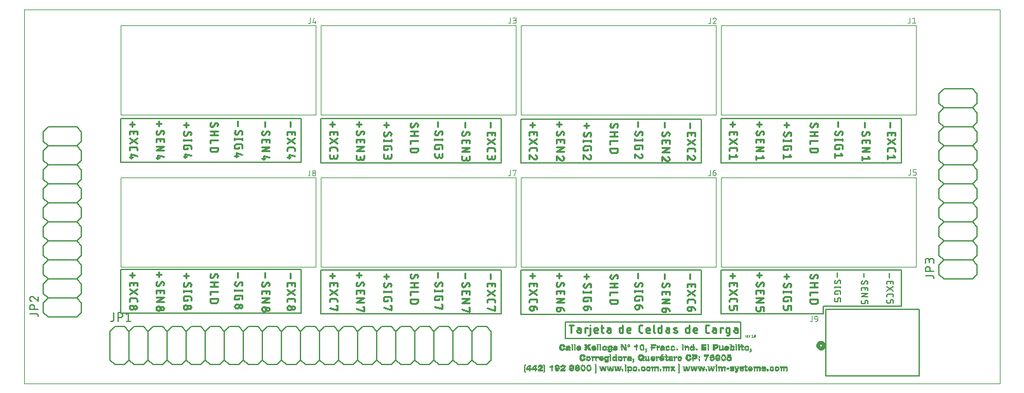
<source format=gto>
G75*
%MOIN*%
%OFA0B0*%
%FSLAX25Y25*%
%IPPOS*%
%LPD*%
%AMOC8*
5,1,8,0,0,1.08239X$1,22.5*
%
%ADD10C,0.00000*%
%ADD11R,0.00090X0.00090*%
%ADD12R,0.00090X0.00090*%
%ADD13R,0.00720X0.00090*%
%ADD14R,0.00720X0.00090*%
%ADD15R,0.00720X0.00090*%
%ADD16R,0.00720X0.00090*%
%ADD17R,0.00810X0.00090*%
%ADD18R,0.00900X0.00090*%
%ADD19R,0.00990X0.00090*%
%ADD20R,0.01260X0.00090*%
%ADD21R,0.01350X0.00090*%
%ADD22R,0.00810X0.00090*%
%ADD23R,0.00900X0.00090*%
%ADD24R,0.01350X0.00090*%
%ADD25R,0.01440X0.00090*%
%ADD26R,0.01530X0.00090*%
%ADD27R,0.02700X0.00090*%
%ADD28R,0.00990X0.00090*%
%ADD29R,0.00090X0.00090*%
%ADD30R,0.00090X0.00090*%
%ADD31R,0.00990X0.00090*%
%ADD32R,0.01170X0.00090*%
%ADD33R,0.01170X0.00090*%
%ADD34R,0.00990X0.00090*%
%ADD35R,0.02700X0.00090*%
%ADD36R,0.02790X0.00090*%
%ADD37R,0.01170X0.00090*%
%ADD38R,0.01080X0.00090*%
%ADD39R,0.01170X0.00090*%
%ADD40R,0.01710X0.00090*%
%ADD41R,0.01800X0.00090*%
%ADD42R,0.01620X0.00090*%
%ADD43R,0.01890X0.00090*%
%ADD44R,0.01890X0.00090*%
%ADD45R,0.01620X0.00090*%
%ADD46R,0.02250X0.00090*%
%ADD47R,0.01980X0.00090*%
%ADD48R,0.02070X0.00090*%
%ADD49R,0.02610X0.00090*%
%ADD50R,0.02070X0.00090*%
%ADD51R,0.02340X0.00090*%
%ADD52R,0.02160X0.00090*%
%ADD53R,0.02160X0.00090*%
%ADD54R,0.02250X0.00090*%
%ADD55R,0.02070X0.00090*%
%ADD56R,0.01260X0.00090*%
%ADD57R,0.02430X0.00090*%
%ADD58R,0.02070X0.00090*%
%ADD59R,0.02520X0.00090*%
%ADD60R,0.01440X0.00090*%
%ADD61R,0.02430X0.00090*%
%ADD62R,0.02790X0.00090*%
%ADD63R,0.02520X0.00090*%
%ADD64R,0.02790X0.00090*%
%ADD65R,0.02790X0.00090*%
%ADD66R,0.01530X0.00090*%
%ADD67R,0.01440X0.00090*%
%ADD68R,0.01440X0.00090*%
%ADD69R,0.01620X0.00090*%
%ADD70R,0.00450X0.00090*%
%ADD71R,0.00630X0.00090*%
%ADD72R,0.00540X0.00090*%
%ADD73R,0.00540X0.00090*%
%ADD74R,0.02340X0.00090*%
%ADD75R,0.02340X0.00090*%
%ADD76R,0.00540X0.00090*%
%ADD77R,0.00630X0.00090*%
%ADD78R,0.01800X0.00090*%
%ADD79R,0.02520X0.00090*%
%ADD80R,0.01890X0.00090*%
%ADD81R,0.03870X0.00090*%
%ADD82R,0.03870X0.00090*%
%ADD83R,0.01710X0.00090*%
%ADD84R,0.01080X0.00090*%
%ADD85R,0.03870X0.00090*%
%ADD86R,0.03870X0.00090*%
%ADD87R,0.03780X0.00090*%
%ADD88R,0.01620X0.00090*%
%ADD89R,0.00270X0.00090*%
%ADD90R,0.00270X0.00090*%
%ADD91R,0.01980X0.00090*%
%ADD92R,0.00180X0.00090*%
%ADD93R,0.00360X0.00090*%
%ADD94R,0.02520X0.00090*%
%ADD95R,0.02880X0.00090*%
%ADD96R,0.01890X0.00090*%
%ADD97R,0.02340X0.00090*%
%ADD98R,0.02610X0.00090*%
%ADD99R,0.00450X0.00090*%
%ADD100R,0.00360X0.00090*%
%ADD101R,0.00540X0.00090*%
%ADD102C,0.01000*%
%ADD103C,0.00600*%
%ADD104C,0.00800*%
%ADD105C,0.00100*%
%ADD106C,0.00394*%
%ADD107C,0.00300*%
%ADD108C,0.02000*%
%ADD109C,0.00200*%
%ADD110C,0.00500*%
D10*
X0001500Y0001500D02*
X0001500Y0198350D01*
X0513311Y0198350D01*
X0513311Y0001500D01*
X0001500Y0001500D01*
D11*
X0264980Y0008580D03*
X0265160Y0008580D03*
X0265520Y0008580D03*
X0265700Y0008580D03*
X0265880Y0008580D03*
X0266060Y0008580D03*
X0267320Y0008580D03*
X0267500Y0008580D03*
X0267860Y0008580D03*
X0268220Y0008580D03*
X0268400Y0008580D03*
X0268580Y0008580D03*
X0268760Y0008580D03*
X0269120Y0008580D03*
X0270380Y0008580D03*
X0270560Y0008580D03*
X0272180Y0010380D03*
X0272360Y0010380D03*
X0277220Y0010380D03*
X0279920Y0008760D03*
X0280100Y0008760D03*
X0280280Y0008760D03*
X0280460Y0008760D03*
X0280820Y0008940D03*
X0281000Y0008940D03*
X0281000Y0008580D03*
X0281180Y0008580D03*
X0281450Y0009030D03*
X0281180Y0010380D03*
X0281810Y0011010D03*
X0287480Y0008760D03*
X0287660Y0008760D03*
X0288020Y0008760D03*
X0288200Y0008760D03*
X0288200Y0008940D03*
X0288380Y0008940D03*
X0288560Y0008940D03*
X0288650Y0009570D03*
X0291620Y0010020D03*
X0294320Y0013260D03*
X0294500Y0013260D03*
X0294950Y0014610D03*
X0295130Y0014610D03*
X0295310Y0014610D03*
X0295670Y0014610D03*
X0295850Y0014610D03*
X0295850Y0015330D03*
X0295670Y0015330D03*
X0295310Y0015330D03*
X0295130Y0015330D03*
X0294950Y0015330D03*
X0294950Y0016590D03*
X0293870Y0016590D03*
X0292520Y0018660D03*
X0292610Y0019290D03*
X0292430Y0019290D03*
X0292430Y0020190D03*
X0292610Y0020190D03*
X0292250Y0020190D03*
X0292970Y0021090D03*
X0290810Y0021990D03*
X0290630Y0021990D03*
X0290450Y0021990D03*
X0290270Y0021990D03*
X0289370Y0021990D03*
X0289010Y0021990D03*
X0288830Y0021990D03*
X0288650Y0021990D03*
X0287570Y0021090D03*
X0286850Y0020190D03*
X0286670Y0020190D03*
X0286670Y0019290D03*
X0286400Y0018660D03*
X0285230Y0020010D03*
X0285050Y0020010D03*
X0284870Y0020010D03*
X0284510Y0020010D03*
X0284510Y0020730D03*
X0284870Y0020730D03*
X0285050Y0020730D03*
X0285230Y0020730D03*
X0286310Y0021090D03*
X0284330Y0021990D03*
X0284060Y0018660D03*
X0283880Y0018660D03*
X0283700Y0018660D03*
X0295850Y0021990D03*
X0296030Y0021990D03*
X0296210Y0021990D03*
X0296570Y0021990D03*
X0297650Y0021990D03*
X0297830Y0021990D03*
X0298010Y0021990D03*
X0298370Y0021990D03*
X0298550Y0021990D03*
X0298730Y0021990D03*
X0299810Y0021090D03*
X0300170Y0020190D03*
X0300350Y0020190D03*
X0300530Y0020190D03*
X0300350Y0019290D03*
X0306020Y0018660D03*
X0306020Y0020460D03*
X0304130Y0021990D03*
X0303950Y0021990D03*
X0303770Y0021990D03*
X0303410Y0021990D03*
X0302870Y0021990D03*
X0302510Y0021990D03*
X0302330Y0021990D03*
X0302150Y0021990D03*
X0309170Y0021090D03*
X0309350Y0021090D03*
X0309530Y0021090D03*
X0309710Y0021090D03*
X0310970Y0021090D03*
X0311870Y0020370D03*
X0312050Y0020370D03*
X0312230Y0020370D03*
X0312410Y0020370D03*
X0311600Y0018660D03*
X0311870Y0016590D03*
X0312050Y0016590D03*
X0312230Y0016590D03*
X0312410Y0016590D03*
X0313670Y0015690D03*
X0314120Y0015060D03*
X0314300Y0015060D03*
X0314750Y0015690D03*
X0315830Y0015690D03*
X0316010Y0015690D03*
X0316370Y0015690D03*
X0316550Y0015690D03*
X0318350Y0015690D03*
X0318620Y0013260D03*
X0320780Y0012540D03*
X0321410Y0010290D03*
X0321860Y0009660D03*
X0318710Y0010290D03*
X0318530Y0010290D03*
X0318350Y0010290D03*
X0318170Y0010290D03*
X0317270Y0010290D03*
X0316910Y0010290D03*
X0316730Y0010290D03*
X0316550Y0010290D03*
X0316550Y0011190D03*
X0316730Y0011190D03*
X0316910Y0011190D03*
X0317270Y0011190D03*
X0314930Y0010290D03*
X0314750Y0010290D03*
X0314570Y0010290D03*
X0314210Y0010290D03*
X0314030Y0010290D03*
X0313310Y0010290D03*
X0313130Y0010290D03*
X0312950Y0010290D03*
X0312770Y0010290D03*
X0311870Y0010290D03*
X0311510Y0010290D03*
X0311330Y0010290D03*
X0310610Y0010290D03*
X0310430Y0010290D03*
X0310250Y0010290D03*
X0309530Y0010290D03*
X0309350Y0010290D03*
X0309170Y0010290D03*
X0308810Y0010290D03*
X0308630Y0010290D03*
X0307910Y0010290D03*
X0307730Y0010290D03*
X0307550Y0010290D03*
X0307370Y0010290D03*
X0306830Y0010290D03*
X0306650Y0010290D03*
X0306470Y0010290D03*
X0305570Y0010290D03*
X0305210Y0010290D03*
X0305030Y0010290D03*
X0304850Y0010290D03*
X0304130Y0010290D03*
X0303950Y0010290D03*
X0303770Y0010290D03*
X0303410Y0010290D03*
X0303230Y0010290D03*
X0301520Y0011460D03*
X0301160Y0011460D03*
X0300980Y0011460D03*
X0304220Y0013260D03*
X0304310Y0013890D03*
X0304130Y0013890D03*
X0304130Y0014790D03*
X0304310Y0014790D03*
X0303950Y0014790D03*
X0304670Y0015690D03*
X0306920Y0015060D03*
X0307370Y0015690D03*
X0307550Y0015690D03*
X0307730Y0015690D03*
X0307910Y0015690D03*
X0308270Y0015690D03*
X0308810Y0015690D03*
X0309170Y0015690D03*
X0309350Y0015690D03*
X0309530Y0015690D03*
X0309530Y0016590D03*
X0309350Y0016590D03*
X0309170Y0016590D03*
X0308810Y0016590D03*
X0308720Y0017940D03*
X0308900Y0017940D03*
X0309080Y0017940D03*
X0308810Y0019470D03*
X0307010Y0014070D03*
X0307100Y0012540D03*
X0307280Y0012540D03*
X0306920Y0012540D03*
X0311060Y0013260D03*
X0314120Y0013260D03*
X0314300Y0013260D03*
X0324920Y0013260D03*
X0325100Y0013260D03*
X0325280Y0013260D03*
X0325460Y0013260D03*
X0327980Y0013260D03*
X0328070Y0015690D03*
X0327710Y0015690D03*
X0327530Y0015690D03*
X0327350Y0015690D03*
X0327170Y0015690D03*
X0328970Y0015690D03*
X0329150Y0015690D03*
X0329330Y0015690D03*
X0329510Y0015690D03*
X0330770Y0015690D03*
X0331130Y0014790D03*
X0331310Y0014790D03*
X0331310Y0013890D03*
X0331220Y0013260D03*
X0331310Y0010290D03*
X0331130Y0010290D03*
X0330950Y0010290D03*
X0330770Y0010290D03*
X0331850Y0009570D03*
X0328880Y0009660D03*
X0328430Y0010290D03*
X0326180Y0009660D03*
X0326180Y0007860D03*
X0328880Y0007860D03*
X0336530Y0010290D03*
X0336710Y0010290D03*
X0337070Y0010290D03*
X0337250Y0010290D03*
X0337610Y0010290D03*
X0337610Y0009570D03*
X0340670Y0010290D03*
X0340850Y0010290D03*
X0341030Y0010290D03*
X0341210Y0010290D03*
X0341570Y0010290D03*
X0342110Y0010290D03*
X0342470Y0010290D03*
X0342650Y0010290D03*
X0342830Y0010290D03*
X0343010Y0010290D03*
X0344720Y0011460D03*
X0344900Y0011460D03*
X0345080Y0011460D03*
X0345260Y0011460D03*
X0345260Y0013260D03*
X0343010Y0015690D03*
X0342830Y0015690D03*
X0342650Y0015690D03*
X0342470Y0015690D03*
X0340670Y0014790D03*
X0340220Y0013260D03*
X0339230Y0015690D03*
X0339050Y0015690D03*
X0338510Y0016410D03*
X0338330Y0016410D03*
X0338150Y0016410D03*
X0337970Y0016410D03*
X0337610Y0015690D03*
X0337430Y0015690D03*
X0336710Y0016590D03*
X0336530Y0016590D03*
X0336350Y0016590D03*
X0336170Y0016590D03*
X0336170Y0015870D03*
X0335810Y0015870D03*
X0335630Y0015870D03*
X0335810Y0014790D03*
X0336170Y0014790D03*
X0336080Y0013260D03*
X0333830Y0015690D03*
X0333650Y0015690D03*
X0333470Y0015690D03*
X0333110Y0015690D03*
X0332930Y0015690D03*
X0327620Y0017940D03*
X0324650Y0016590D03*
X0325460Y0021180D03*
X0321680Y0021180D03*
X0317450Y0021990D03*
X0317270Y0021990D03*
X0316910Y0021990D03*
X0316730Y0021990D03*
X0315470Y0021990D03*
X0315110Y0021990D03*
X0314930Y0021990D03*
X0314750Y0021990D03*
X0330410Y0021990D03*
X0330770Y0021990D03*
X0330950Y0021990D03*
X0331130Y0021990D03*
X0331310Y0021990D03*
X0331670Y0021990D03*
X0331850Y0021990D03*
X0332030Y0021990D03*
X0332210Y0021990D03*
X0332570Y0021990D03*
X0332750Y0021990D03*
X0332750Y0021090D03*
X0332570Y0021090D03*
X0332570Y0020730D03*
X0332210Y0020730D03*
X0332030Y0020730D03*
X0331850Y0020730D03*
X0331670Y0020730D03*
X0331670Y0021090D03*
X0331850Y0021090D03*
X0332030Y0021090D03*
X0332210Y0021090D03*
X0333470Y0021090D03*
X0333650Y0021090D03*
X0333830Y0021090D03*
X0334010Y0021090D03*
X0336170Y0020190D03*
X0335900Y0018660D03*
X0338960Y0018660D03*
X0346610Y0021990D03*
X0346970Y0021990D03*
X0347150Y0021990D03*
X0347330Y0021990D03*
X0348050Y0021090D03*
X0348230Y0021090D03*
X0348410Y0021090D03*
X0348770Y0021090D03*
X0349130Y0020370D03*
X0352370Y0021990D03*
X0352550Y0021990D03*
X0352730Y0021990D03*
X0352910Y0021990D03*
X0356870Y0021990D03*
X0357050Y0021990D03*
X0357230Y0021990D03*
X0357410Y0021990D03*
X0357770Y0021990D03*
X0357950Y0021990D03*
X0358130Y0021990D03*
X0358310Y0021990D03*
X0358670Y0021990D03*
X0358850Y0021990D03*
X0359030Y0021990D03*
X0359210Y0021990D03*
X0359930Y0021990D03*
X0360110Y0021990D03*
X0360470Y0021990D03*
X0360650Y0021990D03*
X0359210Y0021090D03*
X0359030Y0021090D03*
X0358850Y0021090D03*
X0358670Y0021090D03*
X0358670Y0020730D03*
X0358850Y0020730D03*
X0359030Y0020730D03*
X0359210Y0020730D03*
X0358310Y0020730D03*
X0358130Y0020730D03*
X0357950Y0020730D03*
X0357950Y0021090D03*
X0358130Y0021090D03*
X0358310Y0021090D03*
X0358400Y0019560D03*
X0358580Y0019560D03*
X0358760Y0019560D03*
X0359120Y0019560D03*
X0359300Y0019560D03*
X0358220Y0019560D03*
X0357860Y0019560D03*
X0354350Y0016410D03*
X0353630Y0016590D03*
X0353450Y0016590D03*
X0353270Y0016590D03*
X0352910Y0016590D03*
X0352730Y0016590D03*
X0352550Y0016590D03*
X0352370Y0016590D03*
X0352010Y0016590D03*
X0351470Y0015330D03*
X0351110Y0015330D03*
X0350930Y0015330D03*
X0350750Y0015330D03*
X0350570Y0015330D03*
X0350570Y0014610D03*
X0350750Y0014610D03*
X0350930Y0014610D03*
X0351110Y0014610D03*
X0351470Y0014610D03*
X0353180Y0015060D03*
X0353360Y0015060D03*
X0353450Y0015690D03*
X0353270Y0015690D03*
X0353900Y0014340D03*
X0355250Y0015690D03*
X0355430Y0015690D03*
X0355610Y0015690D03*
X0355970Y0015690D03*
X0358310Y0015690D03*
X0358670Y0015690D03*
X0358850Y0015690D03*
X0359030Y0015690D03*
X0359210Y0015690D03*
X0363350Y0013530D03*
X0364160Y0014160D03*
X0364520Y0014160D03*
X0364700Y0014160D03*
X0364880Y0014160D03*
X0364880Y0014340D03*
X0365060Y0014340D03*
X0365330Y0014970D03*
X0365420Y0015780D03*
X0370100Y0014340D03*
X0370280Y0014340D03*
X0370460Y0014340D03*
X0370820Y0014340D03*
X0371450Y0014070D03*
X0371450Y0015690D03*
X0371630Y0015690D03*
X0371810Y0015690D03*
X0372170Y0015690D03*
X0372350Y0015690D03*
X0372530Y0015690D03*
X0371270Y0015690D03*
X0370100Y0018660D03*
X0370010Y0020190D03*
X0369830Y0020190D03*
X0370370Y0020190D03*
X0371810Y0021990D03*
X0372170Y0021990D03*
X0372350Y0021990D03*
X0372530Y0021990D03*
X0372980Y0020460D03*
X0374870Y0021990D03*
X0375050Y0021990D03*
X0375230Y0021990D03*
X0375410Y0021990D03*
X0376130Y0021990D03*
X0376310Y0021990D03*
X0376670Y0021990D03*
X0376850Y0021990D03*
X0376850Y0021090D03*
X0376670Y0021090D03*
X0376310Y0021090D03*
X0376130Y0021090D03*
X0377750Y0021810D03*
X0377930Y0021810D03*
X0378110Y0021810D03*
X0378470Y0021810D03*
X0378830Y0021090D03*
X0379010Y0021090D03*
X0380360Y0019380D03*
X0381260Y0018840D03*
X0382520Y0017940D03*
X0380450Y0011010D03*
X0380270Y0011010D03*
X0379910Y0011010D03*
X0379730Y0011010D03*
X0379370Y0010290D03*
X0379010Y0009570D03*
X0378830Y0009570D03*
X0378650Y0009570D03*
X0378470Y0009570D03*
X0378020Y0009480D03*
X0377300Y0008940D03*
X0376670Y0010290D03*
X0376310Y0010290D03*
X0376130Y0010290D03*
X0375950Y0010290D03*
X0375770Y0010290D03*
X0375050Y0010290D03*
X0374870Y0010290D03*
X0374510Y0010290D03*
X0374330Y0010290D03*
X0374150Y0010290D03*
X0373970Y0009570D03*
X0373610Y0009570D03*
X0373430Y0009570D03*
X0373430Y0009390D03*
X0373250Y0009570D03*
X0372980Y0009480D03*
X0372980Y0008760D03*
X0372260Y0008940D03*
X0371180Y0008760D03*
X0371000Y0008760D03*
X0370820Y0008760D03*
X0370460Y0008760D03*
X0370280Y0008760D03*
X0370100Y0008760D03*
X0368210Y0010290D03*
X0366770Y0010290D03*
X0366410Y0010290D03*
X0366230Y0010290D03*
X0366050Y0010290D03*
X0365870Y0010290D03*
X0364970Y0010290D03*
X0364610Y0010290D03*
X0364430Y0010290D03*
X0364250Y0010290D03*
X0363710Y0010290D03*
X0363530Y0010290D03*
X0363350Y0010290D03*
X0363170Y0010290D03*
X0362450Y0010290D03*
X0362270Y0010290D03*
X0361910Y0010290D03*
X0361730Y0010290D03*
X0360830Y0010290D03*
X0360650Y0010290D03*
X0360470Y0010290D03*
X0360110Y0010290D03*
X0358850Y0010290D03*
X0358670Y0010290D03*
X0358310Y0010290D03*
X0358130Y0010290D03*
X0357950Y0010290D03*
X0357230Y0010290D03*
X0357050Y0010290D03*
X0356870Y0010290D03*
X0356510Y0010290D03*
X0355610Y0010290D03*
X0355430Y0010290D03*
X0355250Y0010290D03*
X0355070Y0010290D03*
X0354710Y0010290D03*
X0354530Y0010290D03*
X0354350Y0010290D03*
X0354170Y0010290D03*
X0353270Y0010290D03*
X0352910Y0010290D03*
X0352730Y0010290D03*
X0352550Y0010290D03*
X0351830Y0010290D03*
X0351650Y0010290D03*
X0351470Y0010290D03*
X0350750Y0010290D03*
X0350570Y0010290D03*
X0350210Y0010290D03*
X0349310Y0010290D03*
X0349130Y0010290D03*
X0348950Y0010290D03*
X0348770Y0010290D03*
X0347870Y0010290D03*
X0347510Y0010290D03*
X0347330Y0010290D03*
X0347150Y0010290D03*
X0346970Y0010290D03*
X0350120Y0013260D03*
X0350300Y0013260D03*
X0364250Y0011190D03*
X0364430Y0011190D03*
X0364610Y0011190D03*
X0364970Y0011190D03*
X0366770Y0009570D03*
X0372800Y0007860D03*
X0380900Y0008580D03*
X0382430Y0008490D03*
X0382610Y0008490D03*
X0382520Y0007860D03*
X0382610Y0009390D03*
X0382430Y0009390D03*
X0382250Y0009390D03*
X0382970Y0010290D03*
X0384230Y0010290D03*
X0384410Y0010290D03*
X0384770Y0010290D03*
X0384950Y0010290D03*
X0385310Y0010290D03*
X0386750Y0010290D03*
X0388910Y0010290D03*
X0389810Y0009570D03*
X0390170Y0009570D03*
X0390350Y0009570D03*
X0390530Y0009570D03*
X0389630Y0008490D03*
X0389360Y0007860D03*
X0393680Y0007860D03*
X0393680Y0009660D03*
X0393230Y0010290D03*
X0395930Y0010290D03*
X0396380Y0009660D03*
X0396560Y0009660D03*
X0397010Y0010290D03*
X0398270Y0010290D03*
X0398450Y0010290D03*
X0398630Y0010290D03*
X0398810Y0010290D03*
X0396560Y0007860D03*
X0396380Y0007860D03*
X0380810Y0010290D03*
X0378470Y0010290D03*
X0366860Y0018660D03*
X0364700Y0019740D03*
X0364160Y0020460D03*
X0363980Y0020460D03*
X0364070Y0021090D03*
X0364250Y0021090D03*
X0364430Y0021090D03*
X0364430Y0021990D03*
X0364610Y0021990D03*
X0364250Y0021990D03*
X0364070Y0021990D03*
X0363710Y0021990D03*
X0363530Y0021990D03*
X0363350Y0021990D03*
X0363170Y0021990D03*
X0366050Y0021090D03*
X0366230Y0021090D03*
X0366410Y0021090D03*
X0366770Y0021090D03*
X0367670Y0021090D03*
X0367850Y0021090D03*
X0368030Y0021090D03*
X0368210Y0021090D03*
X0345260Y0006960D03*
X0345080Y0006960D03*
X0344900Y0006960D03*
X0344720Y0006960D03*
X0301520Y0006960D03*
X0301160Y0006960D03*
X0300980Y0006960D03*
X0297110Y0011010D03*
X0297380Y0013260D03*
X0297380Y0015060D03*
X0296930Y0015690D03*
X0299270Y0015690D03*
X0299450Y0015690D03*
X0299630Y0015690D03*
X0299810Y0015690D03*
X0301070Y0015690D03*
X0301250Y0015690D03*
X0301430Y0015690D03*
X0301610Y0015690D03*
X0301970Y0015690D03*
D12*
X0301790Y0015690D03*
X0299990Y0015690D03*
X0299090Y0015690D03*
X0295490Y0015330D03*
X0295490Y0014610D03*
X0294140Y0013260D03*
X0301340Y0011460D03*
X0303590Y0010290D03*
X0305390Y0010290D03*
X0306290Y0010290D03*
X0306740Y0012540D03*
X0308990Y0010290D03*
X0310790Y0010290D03*
X0311690Y0010290D03*
X0312590Y0010290D03*
X0314390Y0010290D03*
X0317090Y0010290D03*
X0317990Y0010290D03*
X0317090Y0011190D03*
X0322040Y0009660D03*
X0322490Y0010290D03*
X0328340Y0013980D03*
X0328790Y0015690D03*
X0327890Y0015690D03*
X0327440Y0017940D03*
X0331490Y0014790D03*
X0333290Y0015690D03*
X0335990Y0015870D03*
X0335990Y0016590D03*
X0336890Y0016590D03*
X0338690Y0016410D03*
X0339140Y0018660D03*
X0339140Y0020460D03*
X0339590Y0021090D03*
X0341840Y0020460D03*
X0342290Y0021090D03*
X0341840Y0018660D03*
X0348590Y0021090D03*
X0346790Y0021990D03*
X0353090Y0021990D03*
X0357590Y0021990D03*
X0358490Y0021990D03*
X0358490Y0021090D03*
X0358490Y0020730D03*
X0359390Y0021090D03*
X0359390Y0021990D03*
X0360290Y0021990D03*
X0362990Y0021990D03*
X0363890Y0021990D03*
X0366590Y0021090D03*
X0368390Y0021090D03*
X0370190Y0020190D03*
X0370190Y0019290D03*
X0373340Y0018660D03*
X0372890Y0021090D03*
X0371990Y0021990D03*
X0374690Y0021990D03*
X0376490Y0021990D03*
X0376490Y0021090D03*
X0377390Y0021090D03*
X0378290Y0021810D03*
X0380540Y0020460D03*
X0380540Y0018660D03*
X0382340Y0017940D03*
X0371990Y0015690D03*
X0370640Y0014340D03*
X0365240Y0014340D03*
X0364340Y0014160D03*
X0359390Y0015690D03*
X0358490Y0015690D03*
X0355790Y0015690D03*
X0353090Y0015690D03*
X0353090Y0016590D03*
X0352190Y0016590D03*
X0351290Y0015330D03*
X0351290Y0014610D03*
X0349940Y0013260D03*
X0350390Y0010290D03*
X0351290Y0010290D03*
X0353090Y0010290D03*
X0353990Y0010290D03*
X0354890Y0010290D03*
X0355790Y0010290D03*
X0356690Y0010290D03*
X0358490Y0010290D03*
X0360290Y0010290D03*
X0362090Y0010290D03*
X0363890Y0010290D03*
X0364790Y0010290D03*
X0365690Y0010290D03*
X0364790Y0011190D03*
X0370640Y0008760D03*
X0373790Y0009570D03*
X0374690Y0010290D03*
X0376490Y0010290D03*
X0377390Y0010290D03*
X0378290Y0009570D03*
X0377840Y0007860D03*
X0380090Y0011010D03*
X0380990Y0010290D03*
X0384590Y0010290D03*
X0389540Y0009480D03*
X0389990Y0009570D03*
X0389540Y0007860D03*
X0398090Y0010290D03*
X0398990Y0010290D03*
X0358940Y0019560D03*
X0358040Y0019560D03*
X0351740Y0018660D03*
X0345890Y0015690D03*
X0345440Y0013260D03*
X0347690Y0010290D03*
X0348590Y0010290D03*
X0342290Y0010290D03*
X0341390Y0010290D03*
X0339140Y0013980D03*
X0340490Y0014790D03*
X0341390Y0015690D03*
X0342290Y0015690D03*
X0335990Y0014790D03*
X0336890Y0010290D03*
X0331490Y0010290D03*
X0330590Y0010290D03*
X0322040Y0007860D03*
X0318890Y0014790D03*
X0316190Y0015690D03*
X0311690Y0016590D03*
X0311240Y0015060D03*
X0308990Y0015690D03*
X0308090Y0015690D03*
X0308990Y0016590D03*
X0308540Y0017940D03*
X0306290Y0015690D03*
X0300440Y0018660D03*
X0300890Y0021090D03*
X0302690Y0021990D03*
X0303590Y0021990D03*
X0308090Y0021090D03*
X0309890Y0021090D03*
X0312590Y0020370D03*
X0315290Y0021990D03*
X0317090Y0021990D03*
X0330590Y0021990D03*
X0331490Y0021990D03*
X0331490Y0021090D03*
X0331490Y0020730D03*
X0332390Y0020730D03*
X0332390Y0021090D03*
X0333290Y0021090D03*
X0332390Y0021990D03*
X0298190Y0021990D03*
X0296390Y0021990D03*
X0290090Y0021990D03*
X0289190Y0021990D03*
X0284690Y0020730D03*
X0284690Y0020010D03*
X0284240Y0010380D03*
X0281090Y0009570D03*
X0280640Y0008760D03*
X0287840Y0008760D03*
X0301340Y0006960D03*
X0268940Y0008580D03*
X0268040Y0008580D03*
X0265340Y0008580D03*
D13*
X0265475Y0009750D03*
X0274205Y0007500D03*
X0301205Y0007500D03*
X0301205Y0007050D03*
X0301205Y0007950D03*
X0301205Y0008400D03*
X0301205Y0008850D03*
X0301205Y0009300D03*
X0301205Y0009750D03*
X0301205Y0010200D03*
X0301205Y0010650D03*
X0301205Y0011100D03*
X0326315Y0013350D03*
D14*
X0334595Y0021000D03*
X0345035Y0011100D03*
X0345035Y0010650D03*
X0345035Y0010200D03*
X0345035Y0009750D03*
X0345035Y0009300D03*
X0345035Y0008850D03*
X0345035Y0008400D03*
X0345035Y0007950D03*
X0345035Y0007500D03*
X0345035Y0007050D03*
D15*
X0321005Y0012720D03*
X0301205Y0011370D03*
X0301205Y0011280D03*
X0301205Y0011190D03*
X0301205Y0011010D03*
X0301205Y0010920D03*
X0301205Y0010830D03*
X0301205Y0010740D03*
X0301205Y0010560D03*
X0301205Y0010470D03*
X0301205Y0010380D03*
X0301205Y0010290D03*
X0301205Y0010110D03*
X0301205Y0010020D03*
X0301205Y0009930D03*
X0301205Y0009840D03*
X0301205Y0009660D03*
X0301205Y0009570D03*
X0301205Y0009480D03*
X0301205Y0009390D03*
X0301205Y0009210D03*
X0301205Y0009120D03*
X0301205Y0009030D03*
X0301205Y0008940D03*
X0301205Y0008760D03*
X0301205Y0008670D03*
X0301205Y0008580D03*
X0301205Y0008490D03*
X0301205Y0008310D03*
X0301205Y0008220D03*
X0301205Y0008130D03*
X0301205Y0008040D03*
X0301205Y0007860D03*
X0301205Y0007770D03*
X0301205Y0007680D03*
X0301205Y0007590D03*
X0301205Y0007410D03*
X0301205Y0007320D03*
X0301205Y0007230D03*
X0301205Y0007140D03*
X0268265Y0009480D03*
X0268175Y0009390D03*
X0265565Y0009840D03*
X0265205Y0009390D03*
D16*
X0265745Y0010020D03*
X0268445Y0009660D03*
X0278435Y0011010D03*
X0304985Y0014880D03*
X0322895Y0021720D03*
X0327845Y0018390D03*
X0335945Y0015960D03*
X0345035Y0011370D03*
X0345035Y0011280D03*
X0345035Y0011190D03*
X0345035Y0011010D03*
X0345035Y0010920D03*
X0345035Y0010830D03*
X0345035Y0010740D03*
X0345035Y0010560D03*
X0345035Y0010470D03*
X0345035Y0010380D03*
X0345035Y0010290D03*
X0345035Y0010110D03*
X0345035Y0010020D03*
X0345035Y0009930D03*
X0345035Y0009840D03*
X0345035Y0009660D03*
X0345035Y0009570D03*
X0345035Y0009480D03*
X0345035Y0009390D03*
X0345035Y0009210D03*
X0345035Y0009120D03*
X0345035Y0009030D03*
X0345035Y0008940D03*
X0345035Y0008760D03*
X0345035Y0008670D03*
X0345035Y0008580D03*
X0345035Y0008490D03*
X0345035Y0008310D03*
X0345035Y0008220D03*
X0345035Y0008130D03*
X0345035Y0008040D03*
X0345035Y0007860D03*
X0345035Y0007770D03*
X0345035Y0007680D03*
X0345035Y0007590D03*
X0345035Y0007410D03*
X0345035Y0007320D03*
X0345035Y0007230D03*
X0345035Y0007140D03*
D17*
X0347780Y0009120D03*
X0347690Y0009390D03*
X0347600Y0009840D03*
X0350210Y0009210D03*
X0350210Y0009120D03*
X0350210Y0009030D03*
X0350300Y0009480D03*
X0350480Y0010020D03*
X0351560Y0009660D03*
X0351740Y0008940D03*
X0354080Y0008940D03*
X0354170Y0009210D03*
X0354260Y0009480D03*
X0354260Y0009660D03*
X0355520Y0009480D03*
X0355700Y0008940D03*
X0358040Y0008940D03*
X0358040Y0009120D03*
X0358130Y0009390D03*
X0358220Y0009660D03*
X0358220Y0009840D03*
X0359300Y0008760D03*
X0359300Y0008580D03*
X0359300Y0008220D03*
X0359300Y0008040D03*
X0360740Y0009120D03*
X0360830Y0009030D03*
X0360560Y0010020D03*
X0363170Y0009030D03*
X0363260Y0009120D03*
X0363350Y0009570D03*
X0363440Y0009840D03*
X0366050Y0010110D03*
X0369020Y0009480D03*
X0369020Y0009120D03*
X0369020Y0008940D03*
X0369020Y0008760D03*
X0369020Y0008580D03*
X0369020Y0008220D03*
X0369020Y0008040D03*
X0373520Y0009660D03*
X0374780Y0009480D03*
X0375860Y0009120D03*
X0375950Y0009390D03*
X0376040Y0009660D03*
X0377930Y0010290D03*
X0378560Y0009660D03*
X0378650Y0008670D03*
X0381620Y0008760D03*
X0381710Y0008670D03*
X0381620Y0009480D03*
X0381710Y0009570D03*
X0382430Y0010290D03*
X0383240Y0009480D03*
X0383240Y0008580D03*
X0388820Y0009660D03*
X0390260Y0008580D03*
X0393770Y0010290D03*
X0394490Y0009390D03*
X0394400Y0008580D03*
X0395660Y0008940D03*
X0395660Y0009120D03*
X0396470Y0010290D03*
X0397280Y0009120D03*
X0397280Y0008940D03*
X0398540Y0008940D03*
X0398540Y0008760D03*
X0398540Y0008580D03*
X0398540Y0008220D03*
X0398540Y0008040D03*
X0398540Y0009120D03*
X0398540Y0010020D03*
X0399710Y0010290D03*
X0401150Y0010290D03*
X0382610Y0018210D03*
X0375140Y0018840D03*
X0375140Y0019020D03*
X0375140Y0019380D03*
X0375140Y0019560D03*
X0375140Y0019740D03*
X0375140Y0019920D03*
X0375140Y0020280D03*
X0375140Y0020460D03*
X0375140Y0020640D03*
X0375140Y0020820D03*
X0375140Y0021180D03*
X0375140Y0021360D03*
X0375140Y0021540D03*
X0375140Y0021720D03*
X0372170Y0020010D03*
X0372170Y0019830D03*
X0370910Y0020190D03*
X0370910Y0020280D03*
X0370820Y0020460D03*
X0369380Y0020460D03*
X0369290Y0020280D03*
X0369290Y0020190D03*
X0369290Y0019470D03*
X0369380Y0019380D03*
X0360380Y0019380D03*
X0360380Y0019560D03*
X0360380Y0019740D03*
X0360380Y0019920D03*
X0360380Y0020280D03*
X0360380Y0020460D03*
X0360380Y0020640D03*
X0360380Y0020820D03*
X0360380Y0021180D03*
X0360380Y0021360D03*
X0360380Y0021540D03*
X0360380Y0021720D03*
X0360380Y0019020D03*
X0360380Y0018840D03*
X0359930Y0015510D03*
X0359840Y0015420D03*
X0359300Y0014340D03*
X0361550Y0014430D03*
X0361640Y0014160D03*
X0361550Y0015330D03*
X0361550Y0015420D03*
X0361550Y0015510D03*
X0363260Y0014520D03*
X0363260Y0014340D03*
X0364520Y0015240D03*
X0364520Y0015420D03*
X0366230Y0014430D03*
X0366140Y0014160D03*
X0367490Y0014610D03*
X0367490Y0014790D03*
X0367490Y0014970D03*
X0367580Y0015420D03*
X0367580Y0014340D03*
X0369200Y0014340D03*
X0369290Y0014610D03*
X0369290Y0014790D03*
X0369290Y0014970D03*
X0369290Y0015330D03*
X0369200Y0015420D03*
X0370640Y0015420D03*
X0372260Y0014520D03*
X0372260Y0014340D03*
X0352820Y0018840D03*
X0352820Y0019740D03*
X0352820Y0019920D03*
X0352820Y0021180D03*
X0352820Y0021360D03*
X0352820Y0021540D03*
X0352820Y0021720D03*
X0351650Y0021090D03*
X0351200Y0019740D03*
X0351200Y0019560D03*
X0349490Y0021090D03*
X0348320Y0020820D03*
X0342560Y0020280D03*
X0342560Y0019560D03*
X0341750Y0021090D03*
X0339860Y0020280D03*
X0339860Y0019560D03*
X0338240Y0019740D03*
X0338240Y0019920D03*
X0336980Y0019740D03*
X0336980Y0019560D03*
X0336980Y0019380D03*
X0336980Y0020280D03*
X0336980Y0020460D03*
X0335540Y0020460D03*
X0334550Y0020910D03*
X0333560Y0020820D03*
X0339050Y0021090D03*
X0336260Y0016320D03*
X0336170Y0016230D03*
X0336080Y0016140D03*
X0336800Y0015060D03*
X0336800Y0014880D03*
X0336800Y0013980D03*
X0335180Y0014160D03*
X0335180Y0014880D03*
X0335270Y0014970D03*
X0335360Y0015060D03*
X0334370Y0015510D03*
X0334280Y0015420D03*
X0333380Y0015420D03*
X0333380Y0014340D03*
X0333380Y0014160D03*
X0333380Y0013980D03*
X0333380Y0013620D03*
X0333380Y0013440D03*
X0332120Y0013980D03*
X0332120Y0014880D03*
X0331310Y0015690D03*
X0330500Y0014880D03*
X0330500Y0014160D03*
X0327620Y0014340D03*
X0327620Y0014520D03*
X0327620Y0014880D03*
X0327620Y0015060D03*
X0327620Y0015240D03*
X0327620Y0015420D03*
X0325190Y0016590D03*
X0327710Y0018210D03*
X0326360Y0019740D03*
X0326450Y0019830D03*
X0326450Y0020010D03*
X0326450Y0020190D03*
X0326450Y0020730D03*
X0324740Y0020820D03*
X0324650Y0020370D03*
X0324650Y0020190D03*
X0324740Y0019740D03*
X0322850Y0021630D03*
X0322850Y0021810D03*
X0318710Y0021810D03*
X0312320Y0019380D03*
X0310880Y0020460D03*
X0309620Y0019920D03*
X0309620Y0019740D03*
X0309620Y0019020D03*
X0308450Y0018930D03*
X0308000Y0019740D03*
X0308000Y0020280D03*
X0306830Y0020010D03*
X0306830Y0019830D03*
X0303860Y0019920D03*
X0303860Y0019740D03*
X0303860Y0019560D03*
X0303860Y0019380D03*
X0303860Y0019020D03*
X0303860Y0018840D03*
X0303860Y0020280D03*
X0303860Y0020460D03*
X0303860Y0020640D03*
X0303860Y0020820D03*
X0303860Y0021180D03*
X0303860Y0021360D03*
X0303860Y0021540D03*
X0303860Y0021720D03*
X0301160Y0020280D03*
X0301160Y0019380D03*
X0299540Y0019560D03*
X0299540Y0020280D03*
X0300350Y0021090D03*
X0293330Y0020280D03*
X0293240Y0020460D03*
X0292430Y0021090D03*
X0291800Y0020460D03*
X0291710Y0020370D03*
X0291710Y0019470D03*
X0291800Y0019380D03*
X0290360Y0019380D03*
X0290360Y0019560D03*
X0290360Y0019740D03*
X0290360Y0019920D03*
X0290360Y0020280D03*
X0290360Y0020460D03*
X0290360Y0020640D03*
X0290360Y0020820D03*
X0290360Y0021180D03*
X0290360Y0021360D03*
X0290360Y0021540D03*
X0290360Y0021720D03*
X0290360Y0019020D03*
X0290360Y0018840D03*
X0287660Y0018840D03*
X0287570Y0019470D03*
X0287570Y0020370D03*
X0286130Y0020370D03*
X0283790Y0021990D03*
X0294410Y0016590D03*
X0296660Y0014880D03*
X0296660Y0014160D03*
X0298280Y0014340D03*
X0298280Y0014520D03*
X0299540Y0014340D03*
X0299540Y0014160D03*
X0299540Y0013980D03*
X0299540Y0013620D03*
X0299540Y0013440D03*
X0301520Y0013440D03*
X0301520Y0013620D03*
X0301520Y0013980D03*
X0301520Y0014160D03*
X0301520Y0014340D03*
X0301520Y0015420D03*
X0302420Y0015420D03*
X0302510Y0015510D03*
X0303410Y0014970D03*
X0303500Y0015060D03*
X0304130Y0015690D03*
X0304940Y0015060D03*
X0306200Y0014880D03*
X0306200Y0014340D03*
X0306650Y0013530D03*
X0307820Y0014520D03*
X0310970Y0015690D03*
X0312140Y0014520D03*
X0312140Y0013440D03*
X0313400Y0014340D03*
X0314210Y0015690D03*
X0315020Y0014520D03*
X0315020Y0014340D03*
X0316280Y0014340D03*
X0316280Y0014160D03*
X0316280Y0013980D03*
X0316280Y0013620D03*
X0316280Y0013440D03*
X0316280Y0015420D03*
X0317180Y0015420D03*
X0317270Y0015510D03*
X0318260Y0015060D03*
X0319700Y0015060D03*
X0319700Y0014340D03*
X0319700Y0014160D03*
X0319700Y0013980D03*
X0321050Y0012810D03*
X0321950Y0010290D03*
X0322670Y0009390D03*
X0322670Y0008670D03*
X0321140Y0008940D03*
X0321140Y0009120D03*
X0319880Y0009480D03*
X0319430Y0010290D03*
X0318260Y0009120D03*
X0318260Y0008940D03*
X0316910Y0009030D03*
X0316910Y0009210D03*
X0316910Y0009390D03*
X0316910Y0009570D03*
X0316910Y0009930D03*
X0316910Y0010110D03*
X0316910Y0010830D03*
X0316910Y0011010D03*
X0316910Y0008670D03*
X0316910Y0008490D03*
X0316910Y0008310D03*
X0316910Y0008130D03*
X0314210Y0009030D03*
X0314210Y0009120D03*
X0314210Y0009210D03*
X0314300Y0009480D03*
X0314120Y0008940D03*
X0311780Y0008940D03*
X0311780Y0009120D03*
X0311690Y0009390D03*
X0311600Y0009660D03*
X0310520Y0010020D03*
X0310340Y0009120D03*
X0310250Y0009030D03*
X0307820Y0009120D03*
X0307730Y0009570D03*
X0306560Y0009840D03*
X0306470Y0009390D03*
X0306380Y0009120D03*
X0306380Y0008940D03*
X0304040Y0008940D03*
X0303950Y0009030D03*
X0303860Y0009480D03*
X0303680Y0010020D03*
X0298550Y0010020D03*
X0298550Y0009930D03*
X0298550Y0009030D03*
X0298460Y0008760D03*
X0296840Y0008940D03*
X0296840Y0009120D03*
X0296840Y0009840D03*
X0296840Y0010020D03*
X0295580Y0009840D03*
X0295580Y0009660D03*
X0295580Y0009480D03*
X0295580Y0009120D03*
X0295490Y0010110D03*
X0293870Y0010110D03*
X0293780Y0010020D03*
X0293780Y0009840D03*
X0293780Y0009660D03*
X0293780Y0009480D03*
X0293780Y0009120D03*
X0292610Y0009030D03*
X0292520Y0008940D03*
X0292520Y0009120D03*
X0290900Y0010020D03*
X0290810Y0009930D03*
X0289460Y0008940D03*
X0287840Y0009660D03*
X0287750Y0009930D03*
X0283340Y0009840D03*
X0283340Y0010020D03*
X0281990Y0010110D03*
X0281990Y0009030D03*
X0281900Y0008760D03*
X0280280Y0009840D03*
X0280280Y0010020D03*
X0278480Y0010740D03*
X0278390Y0010830D03*
X0278480Y0010920D03*
X0274430Y0010290D03*
X0274340Y0010380D03*
X0274340Y0010560D03*
X0274250Y0010830D03*
X0274160Y0010920D03*
X0274070Y0011190D03*
X0274430Y0010110D03*
X0274520Y0009840D03*
X0274520Y0009660D03*
X0274520Y0009480D03*
X0274520Y0009120D03*
X0274520Y0008940D03*
X0274520Y0008760D03*
X0274520Y0008580D03*
X0274430Y0008310D03*
X0274430Y0008220D03*
X0274430Y0008130D03*
X0274340Y0007860D03*
X0274340Y0007680D03*
X0274250Y0007590D03*
X0274160Y0007320D03*
X0274070Y0007230D03*
X0271370Y0009930D03*
X0273080Y0010020D03*
X0268760Y0010020D03*
X0268670Y0009930D03*
X0268580Y0009840D03*
X0268310Y0009570D03*
X0265610Y0009930D03*
X0265340Y0009570D03*
X0263990Y0009930D03*
X0263990Y0010110D03*
X0264080Y0010380D03*
X0264080Y0010560D03*
X0264170Y0010740D03*
X0264170Y0010830D03*
X0264260Y0010920D03*
X0264350Y0011190D03*
X0263900Y0009660D03*
X0263900Y0009480D03*
X0263900Y0009120D03*
X0263900Y0008940D03*
X0263900Y0008760D03*
X0263900Y0008580D03*
X0263990Y0008310D03*
X0264080Y0008040D03*
X0264080Y0007860D03*
X0264170Y0007590D03*
X0264260Y0007320D03*
X0264350Y0007230D03*
X0297470Y0015690D03*
X0299540Y0015420D03*
X0300440Y0015420D03*
X0300530Y0015510D03*
X0303410Y0014070D03*
X0326990Y0009390D03*
X0328160Y0009480D03*
X0328160Y0008760D03*
X0329780Y0008940D03*
X0329780Y0009120D03*
X0331040Y0009120D03*
X0331040Y0008940D03*
X0331040Y0008760D03*
X0331040Y0008580D03*
X0331040Y0008220D03*
X0331040Y0008040D03*
X0331040Y0010020D03*
X0332210Y0010290D03*
X0333650Y0010290D03*
X0336890Y0010110D03*
X0336890Y0009210D03*
X0336890Y0009030D03*
X0336890Y0008670D03*
X0336890Y0008490D03*
X0336890Y0008310D03*
X0336890Y0008130D03*
X0339860Y0008220D03*
X0339860Y0008040D03*
X0339860Y0008580D03*
X0339860Y0008760D03*
X0339860Y0008940D03*
X0339860Y0009120D03*
X0339410Y0010290D03*
X0342740Y0013440D03*
X0342740Y0013620D03*
X0342740Y0013980D03*
X0342740Y0014160D03*
X0342740Y0014340D03*
X0342740Y0014520D03*
X0342740Y0015420D03*
X0343640Y0015420D03*
X0344540Y0014520D03*
X0344540Y0014340D03*
X0345350Y0015690D03*
X0346160Y0014340D03*
X0346160Y0014160D03*
X0341390Y0014970D03*
X0339950Y0014970D03*
X0339860Y0015060D03*
X0328970Y0010290D03*
D18*
X0329735Y0009480D03*
X0329735Y0008760D03*
X0328115Y0008940D03*
X0328115Y0009120D03*
X0326945Y0009480D03*
X0326945Y0008760D03*
X0325415Y0008760D03*
X0325415Y0009030D03*
X0325415Y0009210D03*
X0325415Y0009390D03*
X0325415Y0009480D03*
X0324065Y0008760D03*
X0324065Y0008580D03*
X0324065Y0008220D03*
X0324065Y0008040D03*
X0322715Y0008760D03*
X0322625Y0008580D03*
X0322715Y0009480D03*
X0322625Y0009660D03*
X0321185Y0009480D03*
X0321185Y0008760D03*
X0321185Y0008670D03*
X0319925Y0008760D03*
X0319925Y0008940D03*
X0319925Y0009030D03*
X0319925Y0009120D03*
X0319925Y0009210D03*
X0318305Y0009210D03*
X0318305Y0009030D03*
X0318305Y0008760D03*
X0318305Y0008130D03*
X0318305Y0008040D03*
X0318305Y0007860D03*
X0318305Y0007770D03*
X0318305Y0007680D03*
X0318305Y0007590D03*
X0318305Y0007410D03*
X0318305Y0007320D03*
X0318305Y0007230D03*
X0318305Y0009390D03*
X0315425Y0008670D03*
X0315425Y0008490D03*
X0315425Y0008310D03*
X0315425Y0008130D03*
X0314345Y0009660D03*
X0314435Y0009930D03*
X0314435Y0010020D03*
X0312995Y0010110D03*
X0311555Y0009930D03*
X0311555Y0009840D03*
X0311645Y0009570D03*
X0311645Y0009480D03*
X0311735Y0009210D03*
X0312185Y0008040D03*
X0310295Y0009210D03*
X0310385Y0009390D03*
X0310385Y0009480D03*
X0310385Y0009570D03*
X0310475Y0009840D03*
X0309035Y0010020D03*
X0307685Y0009840D03*
X0307685Y0009660D03*
X0307775Y0009480D03*
X0307775Y0009390D03*
X0307865Y0009030D03*
X0307595Y0010020D03*
X0306605Y0010020D03*
X0306515Y0009660D03*
X0306515Y0009570D03*
X0306425Y0009480D03*
X0306425Y0009210D03*
X0306335Y0009030D03*
X0305165Y0010020D03*
X0303815Y0009660D03*
X0303815Y0009570D03*
X0303725Y0009840D03*
X0303905Y0009210D03*
X0303905Y0009120D03*
X0298595Y0009120D03*
X0298595Y0009210D03*
X0298595Y0009390D03*
X0298595Y0009480D03*
X0298595Y0009570D03*
X0298595Y0009660D03*
X0298595Y0009840D03*
X0298505Y0010110D03*
X0298505Y0008940D03*
X0296795Y0009210D03*
X0296795Y0009390D03*
X0296795Y0009480D03*
X0296795Y0009570D03*
X0296795Y0009660D03*
X0296795Y0009930D03*
X0296975Y0010290D03*
X0295535Y0010020D03*
X0295535Y0009030D03*
X0295535Y0008940D03*
X0295445Y0008760D03*
X0293915Y0008760D03*
X0293825Y0008940D03*
X0293825Y0009030D03*
X0293825Y0009930D03*
X0292475Y0010380D03*
X0290945Y0010290D03*
X0290855Y0009030D03*
X0290855Y0008940D03*
X0290945Y0008760D03*
X0289505Y0009030D03*
X0289415Y0008760D03*
X0289505Y0009930D03*
X0289505Y0010020D03*
X0289505Y0010110D03*
X0287795Y0010110D03*
X0287795Y0010020D03*
X0287795Y0009840D03*
X0285005Y0009840D03*
X0285005Y0010110D03*
X0283295Y0009930D03*
X0282035Y0009930D03*
X0282035Y0010020D03*
X0281945Y0008940D03*
X0280325Y0008670D03*
X0280235Y0009930D03*
X0278345Y0009570D03*
X0278345Y0009390D03*
X0278345Y0009210D03*
X0278345Y0009030D03*
X0278345Y0008670D03*
X0278345Y0008490D03*
X0278345Y0008310D03*
X0278345Y0008130D03*
X0274475Y0008490D03*
X0274385Y0008040D03*
X0274295Y0007770D03*
X0274205Y0007410D03*
X0274475Y0009930D03*
X0274475Y0010020D03*
X0274385Y0010470D03*
X0274295Y0010740D03*
X0274205Y0011010D03*
X0273035Y0009840D03*
X0271415Y0010020D03*
X0271415Y0010110D03*
X0271325Y0009840D03*
X0269705Y0009840D03*
X0269705Y0009660D03*
X0269705Y0009480D03*
X0269705Y0010020D03*
X0269705Y0008220D03*
X0269705Y0008040D03*
X0264215Y0007410D03*
X0264125Y0007680D03*
X0264125Y0007770D03*
X0264035Y0008130D03*
X0264035Y0008220D03*
X0263945Y0008490D03*
X0263945Y0008670D03*
X0263945Y0009840D03*
X0263945Y0010020D03*
X0264035Y0010290D03*
X0264215Y0011010D03*
X0286085Y0019380D03*
X0286175Y0020460D03*
X0287615Y0020460D03*
X0287615Y0019560D03*
X0288965Y0019560D03*
X0288965Y0019380D03*
X0288965Y0019020D03*
X0288965Y0018840D03*
X0288965Y0019740D03*
X0288965Y0019920D03*
X0288965Y0020280D03*
X0288965Y0020460D03*
X0288965Y0020640D03*
X0288965Y0020820D03*
X0288965Y0021180D03*
X0288965Y0021360D03*
X0288965Y0021540D03*
X0288965Y0021720D03*
X0291665Y0020280D03*
X0291665Y0020190D03*
X0291665Y0019560D03*
X0293285Y0019380D03*
X0293285Y0020370D03*
X0301025Y0020460D03*
X0301115Y0020370D03*
X0302465Y0020460D03*
X0302465Y0020280D03*
X0302465Y0019920D03*
X0302465Y0019740D03*
X0302465Y0019560D03*
X0302465Y0019380D03*
X0302465Y0019020D03*
X0302465Y0018840D03*
X0302465Y0020640D03*
X0302465Y0020820D03*
X0302465Y0021180D03*
X0302465Y0021360D03*
X0302465Y0021540D03*
X0302465Y0021720D03*
X0305165Y0020190D03*
X0305165Y0020010D03*
X0305165Y0019920D03*
X0305165Y0019830D03*
X0305165Y0019740D03*
X0306785Y0019560D03*
X0306785Y0020190D03*
X0306785Y0020280D03*
X0307955Y0019920D03*
X0309575Y0020280D03*
X0309575Y0018840D03*
X0310835Y0019380D03*
X0310835Y0019470D03*
X0312275Y0019470D03*
X0312275Y0019290D03*
X0312185Y0020460D03*
X0317045Y0020460D03*
X0317045Y0020640D03*
X0317045Y0020820D03*
X0317045Y0021180D03*
X0317045Y0021360D03*
X0317045Y0021540D03*
X0317045Y0021720D03*
X0318665Y0021720D03*
X0322805Y0021540D03*
X0322805Y0020460D03*
X0322805Y0020280D03*
X0322805Y0019920D03*
X0322805Y0019740D03*
X0322805Y0019560D03*
X0322805Y0019380D03*
X0322805Y0019020D03*
X0322805Y0018840D03*
X0324785Y0019560D03*
X0324695Y0019830D03*
X0324695Y0019920D03*
X0324695Y0020010D03*
X0324695Y0020280D03*
X0324695Y0020460D03*
X0324695Y0020640D03*
X0324695Y0020730D03*
X0324785Y0021090D03*
X0324875Y0021180D03*
X0326405Y0020910D03*
X0326405Y0020820D03*
X0326495Y0020640D03*
X0326495Y0020460D03*
X0326495Y0020370D03*
X0326495Y0020280D03*
X0326405Y0019920D03*
X0326315Y0019560D03*
X0327845Y0019560D03*
X0327845Y0019380D03*
X0327845Y0019020D03*
X0327845Y0018840D03*
X0333605Y0018840D03*
X0333605Y0018930D03*
X0333605Y0019020D03*
X0333605Y0019110D03*
X0333605Y0019290D03*
X0333605Y0019380D03*
X0333605Y0019470D03*
X0333605Y0019560D03*
X0333605Y0019740D03*
X0333605Y0019830D03*
X0333605Y0019920D03*
X0333605Y0020010D03*
X0333605Y0020910D03*
X0334505Y0020820D03*
X0335495Y0019560D03*
X0335495Y0019470D03*
X0337025Y0018840D03*
X0338285Y0019560D03*
X0338375Y0019380D03*
X0339815Y0019470D03*
X0339815Y0020190D03*
X0339815Y0020370D03*
X0340985Y0020010D03*
X0340985Y0019920D03*
X0340985Y0019830D03*
X0340985Y0019740D03*
X0341075Y0020190D03*
X0342605Y0020190D03*
X0348365Y0019920D03*
X0348365Y0019740D03*
X0348365Y0019560D03*
X0348365Y0019380D03*
X0348365Y0019020D03*
X0348365Y0018840D03*
X0349895Y0018840D03*
X0349895Y0018930D03*
X0349895Y0019020D03*
X0349895Y0019110D03*
X0349895Y0019290D03*
X0349895Y0019380D03*
X0349895Y0019470D03*
X0349895Y0019560D03*
X0349895Y0019740D03*
X0349895Y0019830D03*
X0349895Y0019920D03*
X0349895Y0020010D03*
X0349895Y0020190D03*
X0351155Y0019920D03*
X0351245Y0020280D03*
X0352775Y0020280D03*
X0352775Y0019560D03*
X0354215Y0019560D03*
X0354215Y0019380D03*
X0354215Y0019020D03*
X0354215Y0018840D03*
X0354305Y0015240D03*
X0355655Y0014790D03*
X0359255Y0014070D03*
X0359345Y0014520D03*
X0359345Y0014610D03*
X0359525Y0014880D03*
X0359525Y0014970D03*
X0359615Y0015060D03*
X0359705Y0015240D03*
X0359795Y0015330D03*
X0359165Y0013620D03*
X0361595Y0014340D03*
X0363305Y0014430D03*
X0363215Y0015690D03*
X0364475Y0015330D03*
X0364565Y0014070D03*
X0366095Y0014070D03*
X0366185Y0014340D03*
X0366275Y0015330D03*
X0366185Y0015510D03*
X0367535Y0015330D03*
X0367535Y0015240D03*
X0367535Y0015060D03*
X0367445Y0014880D03*
X0367535Y0014520D03*
X0367535Y0014430D03*
X0367625Y0014160D03*
X0369155Y0014160D03*
X0369245Y0014430D03*
X0369245Y0014520D03*
X0369335Y0014880D03*
X0369335Y0015060D03*
X0369245Y0015240D03*
X0369245Y0015510D03*
X0369155Y0015690D03*
X0367715Y0015780D03*
X0367625Y0015690D03*
X0370685Y0015690D03*
X0372215Y0018840D03*
X0372215Y0019560D03*
X0372215Y0019740D03*
X0372215Y0019920D03*
X0372215Y0020190D03*
X0372215Y0020280D03*
X0372215Y0021090D03*
X0372215Y0021180D03*
X0372215Y0021270D03*
X0372215Y0021360D03*
X0372215Y0021540D03*
X0372215Y0021630D03*
X0372215Y0021720D03*
X0372215Y0021810D03*
X0370865Y0020370D03*
X0370865Y0019380D03*
X0369245Y0019560D03*
X0369335Y0020370D03*
X0367985Y0020370D03*
X0367985Y0020460D03*
X0367985Y0020280D03*
X0367985Y0020190D03*
X0367985Y0020010D03*
X0367985Y0019920D03*
X0367985Y0019830D03*
X0367985Y0019740D03*
X0367985Y0019560D03*
X0367985Y0018840D03*
X0366455Y0019560D03*
X0366455Y0019740D03*
X0366455Y0019830D03*
X0366455Y0019920D03*
X0366455Y0020010D03*
X0366455Y0020190D03*
X0366455Y0020280D03*
X0366455Y0020370D03*
X0366455Y0020460D03*
X0366455Y0020640D03*
X0366455Y0020730D03*
X0366455Y0020820D03*
X0366455Y0020910D03*
X0365195Y0020820D03*
X0367985Y0020820D03*
X0367985Y0020910D03*
X0367985Y0020730D03*
X0367985Y0020640D03*
X0373835Y0020190D03*
X0373835Y0020010D03*
X0373835Y0019920D03*
X0373835Y0019830D03*
X0373835Y0019740D03*
X0376535Y0019740D03*
X0376535Y0019560D03*
X0376535Y0019380D03*
X0376535Y0019020D03*
X0376535Y0018840D03*
X0376535Y0019920D03*
X0376535Y0020280D03*
X0376535Y0020460D03*
X0376535Y0020640D03*
X0376535Y0020820D03*
X0376535Y0021360D03*
X0376535Y0021540D03*
X0376535Y0021720D03*
X0378155Y0021720D03*
X0378155Y0021630D03*
X0378155Y0021540D03*
X0378155Y0021360D03*
X0378155Y0021270D03*
X0378155Y0021180D03*
X0378155Y0020460D03*
X0378155Y0020370D03*
X0378155Y0020280D03*
X0378155Y0020190D03*
X0378155Y0020010D03*
X0378155Y0019920D03*
X0378155Y0019830D03*
X0378155Y0019740D03*
X0378155Y0019560D03*
X0379685Y0019740D03*
X0379685Y0019830D03*
X0379685Y0019920D03*
X0379685Y0020010D03*
X0379685Y0020190D03*
X0379775Y0019380D03*
X0381305Y0019560D03*
X0381305Y0019740D03*
X0381305Y0019830D03*
X0381305Y0020010D03*
X0381305Y0020190D03*
X0381305Y0020280D03*
X0382655Y0019560D03*
X0382655Y0019380D03*
X0382655Y0019020D03*
X0382655Y0018840D03*
X0380045Y0010830D03*
X0380045Y0010470D03*
X0380045Y0009570D03*
X0380045Y0009390D03*
X0380045Y0009210D03*
X0380045Y0009030D03*
X0378695Y0008580D03*
X0377165Y0008670D03*
X0377255Y0009660D03*
X0376085Y0009840D03*
X0376085Y0009930D03*
X0375995Y0009480D03*
X0375905Y0009210D03*
X0374915Y0009210D03*
X0374915Y0009120D03*
X0374825Y0009390D03*
X0374735Y0009660D03*
X0374645Y0010020D03*
X0373565Y0008760D03*
X0373565Y0008670D03*
X0373565Y0008580D03*
X0372125Y0008580D03*
X0372125Y0009660D03*
X0372215Y0009840D03*
X0367535Y0009120D03*
X0367535Y0008940D03*
X0367535Y0008760D03*
X0367535Y0008580D03*
X0367535Y0008220D03*
X0367535Y0008040D03*
X0366095Y0008130D03*
X0366095Y0008310D03*
X0366095Y0008490D03*
X0366095Y0008670D03*
X0366095Y0009030D03*
X0366095Y0009210D03*
X0366095Y0009390D03*
X0364655Y0009480D03*
X0364655Y0009660D03*
X0364655Y0009840D03*
X0364655Y0010020D03*
X0364655Y0010560D03*
X0364655Y0010740D03*
X0364655Y0010920D03*
X0363485Y0010020D03*
X0363395Y0009660D03*
X0363305Y0009480D03*
X0363305Y0009390D03*
X0364655Y0009120D03*
X0364655Y0008940D03*
X0364655Y0008760D03*
X0364655Y0008580D03*
X0364655Y0008220D03*
X0364655Y0008040D03*
X0362045Y0010020D03*
X0360695Y0009570D03*
X0360695Y0009480D03*
X0360785Y0009210D03*
X0360605Y0009840D03*
X0358355Y0010110D03*
X0358265Y0009930D03*
X0358175Y0009570D03*
X0358175Y0009480D03*
X0358085Y0009210D03*
X0356825Y0010110D03*
X0355475Y0009660D03*
X0355385Y0009930D03*
X0355385Y0010020D03*
X0355565Y0009210D03*
X0354215Y0009390D03*
X0354125Y0009120D03*
X0354395Y0009930D03*
X0354395Y0010020D03*
X0352955Y0010110D03*
X0351515Y0009930D03*
X0351515Y0009840D03*
X0351605Y0009480D03*
X0351605Y0009390D03*
X0351695Y0009210D03*
X0351695Y0009120D03*
X0351695Y0009030D03*
X0350345Y0009570D03*
X0350345Y0009660D03*
X0350435Y0009840D03*
X0348995Y0010020D03*
X0347645Y0009660D03*
X0347645Y0009570D03*
X0347555Y0010020D03*
X0347555Y0010110D03*
X0347825Y0009030D03*
X0342335Y0010020D03*
X0341165Y0008220D03*
X0339815Y0009480D03*
X0338375Y0009210D03*
X0338375Y0009120D03*
X0338375Y0009030D03*
X0338375Y0008940D03*
X0338375Y0008760D03*
X0338375Y0008670D03*
X0338375Y0008580D03*
X0338375Y0008490D03*
X0338375Y0008310D03*
X0338375Y0008220D03*
X0338375Y0008130D03*
X0338375Y0008040D03*
X0336935Y0009390D03*
X0334055Y0009390D03*
X0334055Y0009210D03*
X0334055Y0009030D03*
X0334055Y0008670D03*
X0334055Y0008490D03*
X0334055Y0008310D03*
X0334055Y0008130D03*
X0332525Y0008130D03*
X0332525Y0008040D03*
X0332525Y0008220D03*
X0332525Y0008310D03*
X0332525Y0008490D03*
X0332525Y0008580D03*
X0332525Y0008670D03*
X0332525Y0008760D03*
X0332525Y0008940D03*
X0332525Y0009030D03*
X0332525Y0009120D03*
X0332525Y0009210D03*
X0332525Y0009390D03*
X0330545Y0013980D03*
X0329195Y0014340D03*
X0329195Y0014430D03*
X0329195Y0014520D03*
X0329195Y0014610D03*
X0329195Y0014790D03*
X0329195Y0014880D03*
X0329195Y0014970D03*
X0329195Y0015060D03*
X0329195Y0015240D03*
X0329195Y0015330D03*
X0329195Y0015420D03*
X0329195Y0015510D03*
X0329195Y0013530D03*
X0329195Y0013440D03*
X0327665Y0014160D03*
X0331985Y0015060D03*
X0332075Y0014970D03*
X0332075Y0014790D03*
X0333425Y0014520D03*
X0335225Y0014790D03*
X0335225Y0014070D03*
X0335315Y0013980D03*
X0338285Y0014430D03*
X0338285Y0014610D03*
X0338285Y0014790D03*
X0338285Y0014970D03*
X0338285Y0015870D03*
X0338285Y0016230D03*
X0336305Y0016410D03*
X0339905Y0014160D03*
X0339815Y0013980D03*
X0341345Y0013980D03*
X0341345Y0014070D03*
X0341345Y0014160D03*
X0341345Y0014340D03*
X0341345Y0014880D03*
X0341345Y0015060D03*
X0342695Y0015510D03*
X0343685Y0015510D03*
X0344585Y0014880D03*
X0344585Y0014160D03*
X0344585Y0014070D03*
X0346205Y0014520D03*
X0346115Y0014880D03*
X0346115Y0014970D03*
X0341435Y0013440D03*
X0351065Y0015420D03*
X0321095Y0014160D03*
X0321095Y0013980D03*
X0321095Y0013620D03*
X0321095Y0013440D03*
X0319745Y0013440D03*
X0319655Y0014880D03*
X0318215Y0014970D03*
X0316325Y0014520D03*
X0314975Y0014160D03*
X0314885Y0015060D03*
X0313445Y0014880D03*
X0313355Y0014520D03*
X0313445Y0014160D03*
X0312095Y0014340D03*
X0312095Y0014430D03*
X0312095Y0014610D03*
X0312095Y0014790D03*
X0312095Y0015510D03*
X0312095Y0015690D03*
X0312095Y0015780D03*
X0312095Y0015870D03*
X0312095Y0015960D03*
X0312095Y0016140D03*
X0312095Y0016230D03*
X0312095Y0016320D03*
X0312095Y0016410D03*
X0310475Y0014880D03*
X0310475Y0014610D03*
X0310475Y0014430D03*
X0310475Y0014340D03*
X0310475Y0014160D03*
X0309125Y0014160D03*
X0309125Y0014070D03*
X0309125Y0013980D03*
X0309125Y0013890D03*
X0309125Y0013710D03*
X0309125Y0013620D03*
X0309125Y0013530D03*
X0309125Y0013440D03*
X0309125Y0014340D03*
X0309125Y0014430D03*
X0309125Y0014520D03*
X0309125Y0014610D03*
X0309125Y0014790D03*
X0309125Y0014880D03*
X0309125Y0014970D03*
X0309125Y0015060D03*
X0309125Y0015240D03*
X0309125Y0015330D03*
X0309125Y0015420D03*
X0309125Y0015510D03*
X0309125Y0015960D03*
X0309125Y0016140D03*
X0309125Y0016230D03*
X0309125Y0016320D03*
X0309125Y0016410D03*
X0307775Y0014340D03*
X0307775Y0013620D03*
X0307775Y0013440D03*
X0306245Y0013260D03*
X0306155Y0014520D03*
X0306155Y0014610D03*
X0304985Y0014970D03*
X0304985Y0013980D03*
X0303455Y0013980D03*
X0303365Y0014160D03*
X0303365Y0014790D03*
X0303365Y0014880D03*
X0301565Y0014520D03*
X0299585Y0014520D03*
X0298235Y0014160D03*
X0298145Y0014070D03*
X0298145Y0013980D03*
X0296615Y0014340D03*
X0296615Y0014430D03*
X0296615Y0014520D03*
X0296615Y0014610D03*
X0292475Y0008760D03*
X0381665Y0009390D03*
X0381755Y0009660D03*
X0381755Y0008580D03*
X0383195Y0008490D03*
X0383195Y0009660D03*
X0384545Y0009390D03*
X0384545Y0009210D03*
X0384545Y0009120D03*
X0384545Y0009030D03*
X0384545Y0008940D03*
X0384545Y0008760D03*
X0384545Y0008670D03*
X0384545Y0008580D03*
X0384545Y0008490D03*
X0384545Y0008310D03*
X0384545Y0008220D03*
X0384545Y0008130D03*
X0384545Y0008040D03*
X0386075Y0008130D03*
X0386075Y0008310D03*
X0386075Y0008490D03*
X0386075Y0008670D03*
X0386075Y0009030D03*
X0386075Y0009210D03*
X0386075Y0009390D03*
X0387515Y0009120D03*
X0387515Y0008940D03*
X0387515Y0008760D03*
X0387515Y0008580D03*
X0387515Y0008220D03*
X0387515Y0008040D03*
X0388775Y0008580D03*
X0388775Y0008670D03*
X0390215Y0008490D03*
X0390215Y0009660D03*
X0391565Y0008760D03*
X0391565Y0008580D03*
X0391565Y0008220D03*
X0391565Y0008040D03*
X0392915Y0008760D03*
X0392915Y0008940D03*
X0392915Y0009030D03*
X0392915Y0009210D03*
X0392915Y0009390D03*
X0392915Y0009480D03*
X0394445Y0009480D03*
X0394445Y0008760D03*
X0395705Y0008760D03*
X0395705Y0008670D03*
X0395705Y0009480D03*
X0397235Y0009480D03*
X0397235Y0008760D03*
X0397235Y0008670D03*
X0400025Y0008670D03*
X0400025Y0008760D03*
X0400025Y0008580D03*
X0400025Y0008490D03*
X0400025Y0008310D03*
X0400025Y0008220D03*
X0400025Y0008130D03*
X0400025Y0008040D03*
X0400025Y0008940D03*
X0400025Y0009030D03*
X0400025Y0009120D03*
X0400025Y0009210D03*
X0401555Y0009210D03*
X0401555Y0009120D03*
X0401555Y0009030D03*
X0401555Y0008940D03*
X0401555Y0008760D03*
X0401555Y0008670D03*
X0401555Y0008580D03*
X0401555Y0008490D03*
X0401555Y0008310D03*
X0401555Y0008220D03*
X0401555Y0008130D03*
X0401555Y0008040D03*
X0401555Y0009390D03*
X0384545Y0010110D03*
D19*
X0386030Y0009480D03*
X0386030Y0009120D03*
X0386030Y0008940D03*
X0386030Y0008760D03*
X0386030Y0008580D03*
X0386030Y0008220D03*
X0386030Y0008040D03*
X0387560Y0008130D03*
X0387560Y0008310D03*
X0387560Y0008490D03*
X0387560Y0008670D03*
X0387560Y0009030D03*
X0387560Y0009210D03*
X0387560Y0009390D03*
X0387470Y0009480D03*
X0388820Y0009570D03*
X0388910Y0009480D03*
X0388910Y0009840D03*
X0388820Y0008490D03*
X0390170Y0008760D03*
X0390260Y0008670D03*
X0391520Y0008670D03*
X0391520Y0008490D03*
X0391520Y0008310D03*
X0391520Y0008130D03*
X0392960Y0008670D03*
X0393050Y0008580D03*
X0392870Y0009120D03*
X0392960Y0009570D03*
X0393050Y0009660D03*
X0394310Y0009660D03*
X0394400Y0009570D03*
X0394400Y0008670D03*
X0395660Y0009030D03*
X0395660Y0009210D03*
X0395660Y0009390D03*
X0395750Y0009660D03*
X0395750Y0008580D03*
X0397280Y0009030D03*
X0397280Y0009210D03*
X0397280Y0009390D03*
X0398630Y0009480D03*
X0400070Y0009480D03*
X0400070Y0009390D03*
X0401510Y0009480D03*
X0381800Y0008490D03*
X0378650Y0008760D03*
X0378560Y0008490D03*
X0377300Y0008490D03*
X0377210Y0008580D03*
X0377300Y0009570D03*
X0376220Y0010110D03*
X0376130Y0010020D03*
X0374780Y0009570D03*
X0374600Y0009930D03*
X0374600Y0010110D03*
X0372800Y0010290D03*
X0372170Y0009570D03*
X0372080Y0008670D03*
X0373520Y0008490D03*
X0374780Y0007230D03*
X0369020Y0008130D03*
X0369020Y0008310D03*
X0369020Y0008490D03*
X0369020Y0008670D03*
X0369020Y0009030D03*
X0369020Y0009210D03*
X0369020Y0009390D03*
X0367580Y0009390D03*
X0367580Y0009210D03*
X0367580Y0009030D03*
X0367580Y0008670D03*
X0367580Y0008490D03*
X0367580Y0008310D03*
X0367580Y0008130D03*
X0366050Y0008040D03*
X0366050Y0008220D03*
X0366050Y0008580D03*
X0366050Y0008760D03*
X0366050Y0008940D03*
X0366050Y0009120D03*
X0366050Y0009480D03*
X0364700Y0009570D03*
X0364700Y0009390D03*
X0364700Y0009210D03*
X0364700Y0009030D03*
X0364700Y0008670D03*
X0364700Y0008490D03*
X0364700Y0008310D03*
X0364700Y0008130D03*
X0364700Y0009930D03*
X0364700Y0010110D03*
X0364700Y0010830D03*
X0364700Y0011010D03*
X0363260Y0009210D03*
X0362810Y0008220D03*
X0362810Y0008040D03*
X0362000Y0009840D03*
X0362000Y0009930D03*
X0362000Y0010110D03*
X0360650Y0009660D03*
X0360560Y0009930D03*
X0360560Y0010110D03*
X0359300Y0008670D03*
X0359300Y0008490D03*
X0359300Y0008310D03*
X0359300Y0008130D03*
X0358310Y0010020D03*
X0356870Y0010020D03*
X0356870Y0009840D03*
X0355520Y0009570D03*
X0355520Y0009390D03*
X0355610Y0009120D03*
X0355430Y0009840D03*
X0354350Y0009840D03*
X0354260Y0009570D03*
X0352910Y0009660D03*
X0352910Y0009840D03*
X0352910Y0010020D03*
X0351560Y0009570D03*
X0351470Y0010020D03*
X0350480Y0009930D03*
X0350300Y0009390D03*
X0349850Y0008040D03*
X0348230Y0008040D03*
X0347780Y0009210D03*
X0347600Y0009930D03*
X0352100Y0008130D03*
X0352100Y0008040D03*
X0353720Y0008040D03*
X0353720Y0008130D03*
X0355970Y0008040D03*
X0355610Y0013440D03*
X0355610Y0013530D03*
X0355610Y0013620D03*
X0355610Y0013710D03*
X0355610Y0013890D03*
X0355610Y0013980D03*
X0355610Y0014070D03*
X0355610Y0014160D03*
X0355610Y0014880D03*
X0355610Y0014970D03*
X0355610Y0015060D03*
X0355610Y0015240D03*
X0355610Y0015330D03*
X0355610Y0015420D03*
X0355610Y0015510D03*
X0354350Y0015420D03*
X0354260Y0015510D03*
X0354260Y0015330D03*
X0352460Y0015330D03*
X0352460Y0015240D03*
X0352460Y0015420D03*
X0352460Y0015510D03*
X0352460Y0015690D03*
X0351020Y0015510D03*
X0351110Y0014520D03*
X0351020Y0014430D03*
X0352460Y0014160D03*
X0352460Y0014070D03*
X0352460Y0013980D03*
X0352460Y0013890D03*
X0352460Y0013710D03*
X0352460Y0013620D03*
X0352460Y0013530D03*
X0352460Y0013440D03*
X0348950Y0014520D03*
X0348950Y0014880D03*
X0348950Y0015060D03*
X0348950Y0015240D03*
X0348950Y0015420D03*
X0350120Y0016590D03*
X0348320Y0018930D03*
X0348320Y0019110D03*
X0348320Y0019290D03*
X0348320Y0019470D03*
X0348320Y0019830D03*
X0348320Y0020010D03*
X0348320Y0020190D03*
X0348410Y0020280D03*
X0348320Y0020910D03*
X0346970Y0020820D03*
X0346880Y0020910D03*
X0346880Y0020730D03*
X0346970Y0020640D03*
X0346970Y0020460D03*
X0346880Y0020370D03*
X0346970Y0020280D03*
X0346880Y0020190D03*
X0346880Y0020010D03*
X0346970Y0019920D03*
X0346880Y0019830D03*
X0346970Y0019740D03*
X0346970Y0019560D03*
X0346880Y0019470D03*
X0346970Y0019380D03*
X0346880Y0019290D03*
X0346880Y0019110D03*
X0346970Y0019020D03*
X0346880Y0018930D03*
X0346970Y0018840D03*
X0346880Y0021090D03*
X0346970Y0021180D03*
X0346880Y0021270D03*
X0346970Y0021360D03*
X0346970Y0021540D03*
X0346880Y0021630D03*
X0346970Y0021720D03*
X0346880Y0021810D03*
X0349850Y0020280D03*
X0351200Y0020190D03*
X0351200Y0020010D03*
X0351200Y0019830D03*
X0351200Y0019470D03*
X0352730Y0019380D03*
X0352820Y0019830D03*
X0352820Y0020010D03*
X0352820Y0020190D03*
X0352820Y0021090D03*
X0352820Y0021270D03*
X0352820Y0021630D03*
X0352820Y0021810D03*
X0354260Y0019470D03*
X0354260Y0019290D03*
X0354260Y0019110D03*
X0354260Y0018930D03*
X0357230Y0019560D03*
X0357230Y0019740D03*
X0357230Y0019920D03*
X0357230Y0020820D03*
X0360380Y0020910D03*
X0360380Y0020730D03*
X0360380Y0020370D03*
X0360380Y0020190D03*
X0360380Y0020010D03*
X0360380Y0019830D03*
X0360380Y0019470D03*
X0360380Y0019290D03*
X0360380Y0019110D03*
X0360380Y0018930D03*
X0360380Y0021090D03*
X0360380Y0021270D03*
X0360380Y0021630D03*
X0360380Y0021810D03*
X0363350Y0020820D03*
X0363350Y0020640D03*
X0363350Y0020460D03*
X0363350Y0019560D03*
X0363350Y0019380D03*
X0363350Y0019020D03*
X0363350Y0018840D03*
X0365150Y0020640D03*
X0366500Y0019470D03*
X0370100Y0021090D03*
X0370820Y0019290D03*
X0372260Y0019470D03*
X0372260Y0020370D03*
X0373700Y0020370D03*
X0373700Y0019470D03*
X0376580Y0019470D03*
X0376580Y0019290D03*
X0376580Y0019110D03*
X0376580Y0018930D03*
X0376580Y0019830D03*
X0376580Y0020010D03*
X0376580Y0020190D03*
X0376580Y0020370D03*
X0376580Y0020730D03*
X0376580Y0020910D03*
X0376580Y0021630D03*
X0376580Y0021810D03*
X0378200Y0019470D03*
X0379730Y0019560D03*
X0379820Y0019470D03*
X0379730Y0020280D03*
X0379820Y0020370D03*
X0379910Y0020460D03*
X0381170Y0020460D03*
X0381260Y0020370D03*
X0381350Y0019920D03*
X0381260Y0019470D03*
X0381170Y0019380D03*
X0382700Y0019290D03*
X0382700Y0019110D03*
X0382700Y0018930D03*
X0382700Y0019470D03*
X0372260Y0014610D03*
X0372260Y0014430D03*
X0372170Y0014160D03*
X0370460Y0014160D03*
X0369110Y0015780D03*
X0367580Y0015510D03*
X0366230Y0015420D03*
X0366230Y0015240D03*
X0366230Y0015060D03*
X0366050Y0015780D03*
X0364520Y0015510D03*
X0364610Y0015060D03*
X0364610Y0013980D03*
X0363170Y0014160D03*
X0363260Y0014610D03*
X0363170Y0015780D03*
X0361730Y0015780D03*
X0361550Y0014610D03*
X0361550Y0014520D03*
X0360020Y0015690D03*
X0359480Y0014790D03*
X0359300Y0014430D03*
X0359210Y0014160D03*
X0359210Y0013980D03*
X0359120Y0013710D03*
X0359120Y0013530D03*
X0359120Y0013440D03*
X0346160Y0014070D03*
X0346070Y0013980D03*
X0346160Y0014430D03*
X0346160Y0014610D03*
X0346160Y0014790D03*
X0344630Y0013980D03*
X0341300Y0013890D03*
X0341300Y0014790D03*
X0339860Y0014070D03*
X0339860Y0013890D03*
X0338330Y0014160D03*
X0338330Y0014340D03*
X0338330Y0014520D03*
X0338330Y0014880D03*
X0338330Y0015060D03*
X0338330Y0015780D03*
X0338330Y0015960D03*
X0338330Y0016140D03*
X0338330Y0016320D03*
X0336800Y0014970D03*
X0336800Y0014790D03*
X0336080Y0015690D03*
X0333380Y0015510D03*
X0333380Y0014610D03*
X0333380Y0014430D03*
X0333380Y0014070D03*
X0333380Y0013890D03*
X0333380Y0013710D03*
X0333380Y0013530D03*
X0330500Y0014070D03*
X0330500Y0014790D03*
X0330500Y0014970D03*
X0329150Y0014160D03*
X0327710Y0013980D03*
X0327620Y0014070D03*
X0327620Y0014430D03*
X0327620Y0014610D03*
X0327620Y0014790D03*
X0327620Y0014970D03*
X0327620Y0015330D03*
X0327620Y0015510D03*
X0326270Y0015420D03*
X0326180Y0015510D03*
X0326270Y0015240D03*
X0326270Y0015060D03*
X0326270Y0014880D03*
X0324110Y0014520D03*
X0324020Y0014610D03*
X0324020Y0014790D03*
X0324020Y0014880D03*
X0324020Y0014970D03*
X0324020Y0015060D03*
X0324110Y0015420D03*
X0324110Y0014340D03*
X0319700Y0014070D03*
X0319700Y0014970D03*
X0318170Y0014160D03*
X0318170Y0014070D03*
X0318170Y0013980D03*
X0316280Y0013890D03*
X0316280Y0013710D03*
X0316280Y0013530D03*
X0316280Y0014070D03*
X0316280Y0014430D03*
X0316280Y0014610D03*
X0316280Y0015510D03*
X0315020Y0014790D03*
X0314930Y0014880D03*
X0315020Y0014610D03*
X0315020Y0014430D03*
X0314930Y0014070D03*
X0314930Y0013980D03*
X0313400Y0014070D03*
X0313400Y0014430D03*
X0313400Y0014610D03*
X0313400Y0014790D03*
X0313400Y0014970D03*
X0312050Y0014880D03*
X0312050Y0014160D03*
X0312050Y0014070D03*
X0310970Y0013440D03*
X0310610Y0013980D03*
X0310520Y0014070D03*
X0310430Y0014520D03*
X0310520Y0014790D03*
X0310520Y0014970D03*
X0310610Y0015060D03*
X0307820Y0014790D03*
X0307730Y0014880D03*
X0307820Y0014610D03*
X0307820Y0014430D03*
X0307730Y0014160D03*
X0307820Y0013710D03*
X0307820Y0013530D03*
X0307730Y0013260D03*
X0306650Y0013620D03*
X0306200Y0014430D03*
X0306200Y0014790D03*
X0306200Y0014970D03*
X0307820Y0015510D03*
X0303500Y0013890D03*
X0301520Y0013890D03*
X0301520Y0013710D03*
X0301520Y0013530D03*
X0301520Y0014070D03*
X0301520Y0014430D03*
X0301520Y0014610D03*
X0301520Y0015510D03*
X0298280Y0014790D03*
X0298280Y0014610D03*
X0298280Y0014430D03*
X0296750Y0013980D03*
X0296660Y0014070D03*
X0296660Y0014790D03*
X0296660Y0014970D03*
X0296750Y0015060D03*
X0295310Y0015420D03*
X0295310Y0014520D03*
X0295310Y0014340D03*
X0293330Y0014340D03*
X0293330Y0014520D03*
X0293330Y0014880D03*
X0293330Y0015060D03*
X0293330Y0015240D03*
X0293330Y0015420D03*
X0291800Y0019290D03*
X0290360Y0019290D03*
X0290360Y0019110D03*
X0290360Y0018930D03*
X0290360Y0019470D03*
X0290360Y0019830D03*
X0290360Y0020010D03*
X0290360Y0020190D03*
X0290360Y0020370D03*
X0290360Y0020730D03*
X0290360Y0020910D03*
X0290360Y0021090D03*
X0290360Y0021270D03*
X0290360Y0021630D03*
X0290360Y0021810D03*
X0288920Y0021810D03*
X0288920Y0021630D03*
X0288920Y0021270D03*
X0288920Y0021090D03*
X0288920Y0020910D03*
X0288920Y0020730D03*
X0288920Y0020370D03*
X0288920Y0020190D03*
X0288920Y0020010D03*
X0288920Y0019830D03*
X0288920Y0019470D03*
X0288920Y0019290D03*
X0288920Y0019110D03*
X0288920Y0018930D03*
X0287570Y0019380D03*
X0287480Y0019290D03*
X0287570Y0019740D03*
X0287480Y0020190D03*
X0287570Y0020280D03*
X0286130Y0019560D03*
X0284870Y0019920D03*
X0284870Y0020820D03*
X0284780Y0020910D03*
X0282800Y0020820D03*
X0282800Y0020730D03*
X0282710Y0020640D03*
X0282710Y0020460D03*
X0282710Y0020280D03*
X0282800Y0020010D03*
X0282800Y0019830D03*
X0296210Y0019740D03*
X0296210Y0019560D03*
X0296210Y0019380D03*
X0296210Y0019020D03*
X0296210Y0018840D03*
X0296210Y0021180D03*
X0296210Y0021360D03*
X0296210Y0021540D03*
X0296210Y0021720D03*
X0299630Y0020460D03*
X0299630Y0019380D03*
X0299720Y0019290D03*
X0301160Y0020190D03*
X0302420Y0020190D03*
X0302420Y0020010D03*
X0302420Y0019830D03*
X0302420Y0019470D03*
X0302420Y0019290D03*
X0302420Y0019110D03*
X0302420Y0018930D03*
X0303860Y0018930D03*
X0303860Y0019110D03*
X0303860Y0019290D03*
X0303860Y0019470D03*
X0303860Y0019830D03*
X0303860Y0020010D03*
X0303860Y0020190D03*
X0303860Y0020370D03*
X0303860Y0020730D03*
X0303860Y0020910D03*
X0303860Y0021090D03*
X0303860Y0021270D03*
X0303860Y0021630D03*
X0303860Y0021810D03*
X0302420Y0021810D03*
X0302420Y0021630D03*
X0302420Y0021270D03*
X0302420Y0021090D03*
X0302420Y0020910D03*
X0302420Y0020730D03*
X0302420Y0020370D03*
X0305210Y0020280D03*
X0305300Y0020370D03*
X0305210Y0019560D03*
X0305300Y0019470D03*
X0306650Y0019380D03*
X0306830Y0019740D03*
X0306830Y0019920D03*
X0306650Y0020460D03*
X0306020Y0021090D03*
X0308000Y0020190D03*
X0308000Y0020010D03*
X0308000Y0019830D03*
X0308450Y0019020D03*
X0309530Y0018660D03*
X0309620Y0018930D03*
X0309620Y0019110D03*
X0309530Y0019560D03*
X0309620Y0019830D03*
X0309620Y0020010D03*
X0309620Y0020190D03*
X0310880Y0020370D03*
X0310970Y0020640D03*
X0311600Y0021090D03*
X0312050Y0020640D03*
X0312230Y0019560D03*
X0310880Y0019290D03*
X0315020Y0019290D03*
X0315110Y0019380D03*
X0315020Y0019470D03*
X0315110Y0019560D03*
X0315110Y0019740D03*
X0315020Y0019830D03*
X0315110Y0019920D03*
X0315020Y0020010D03*
X0315020Y0020190D03*
X0315110Y0020280D03*
X0315020Y0020370D03*
X0315020Y0019110D03*
X0315110Y0019020D03*
X0315020Y0018930D03*
X0315110Y0018840D03*
X0317000Y0020730D03*
X0317000Y0020910D03*
X0317000Y0021090D03*
X0317000Y0021270D03*
X0317000Y0021630D03*
X0317000Y0021810D03*
X0318620Y0020730D03*
X0322760Y0020370D03*
X0322760Y0020190D03*
X0322760Y0020010D03*
X0322760Y0019830D03*
X0322760Y0019470D03*
X0322760Y0019290D03*
X0322760Y0019110D03*
X0322760Y0018930D03*
X0324920Y0019470D03*
X0325010Y0019380D03*
X0326270Y0019470D03*
X0327800Y0019470D03*
X0327800Y0019290D03*
X0327800Y0019110D03*
X0327800Y0018930D03*
X0326360Y0021090D03*
X0326270Y0021180D03*
X0330770Y0020820D03*
X0330860Y0020910D03*
X0330860Y0020730D03*
X0330860Y0021090D03*
X0330770Y0019920D03*
X0330860Y0019830D03*
X0330770Y0019740D03*
X0330770Y0019560D03*
X0330860Y0019470D03*
X0330770Y0019380D03*
X0330860Y0019290D03*
X0330860Y0019110D03*
X0330770Y0019020D03*
X0330860Y0018930D03*
X0330770Y0018840D03*
X0335450Y0019380D03*
X0336980Y0019470D03*
X0336980Y0020370D03*
X0338330Y0020280D03*
X0338420Y0020370D03*
X0338330Y0019470D03*
X0339770Y0019380D03*
X0339770Y0020460D03*
X0341030Y0020280D03*
X0341120Y0020370D03*
X0341210Y0020460D03*
X0341030Y0019560D03*
X0341120Y0019470D03*
X0341210Y0019380D03*
X0342470Y0019380D03*
X0342560Y0019470D03*
X0342560Y0020370D03*
X0342470Y0020460D03*
X0343910Y0019560D03*
X0343910Y0019470D03*
X0343910Y0019380D03*
X0343910Y0019290D03*
X0343910Y0019110D03*
X0343910Y0019020D03*
X0343910Y0018930D03*
X0343910Y0018840D03*
X0342380Y0010110D03*
X0342380Y0009930D03*
X0341300Y0009930D03*
X0341210Y0010020D03*
X0341120Y0010110D03*
X0339860Y0009390D03*
X0339860Y0009210D03*
X0339860Y0009030D03*
X0339860Y0008670D03*
X0339860Y0008490D03*
X0339860Y0008310D03*
X0339860Y0008130D03*
X0341030Y0008040D03*
X0341120Y0008130D03*
X0341210Y0008310D03*
X0342380Y0008310D03*
X0342470Y0008220D03*
X0342560Y0008040D03*
X0338420Y0009390D03*
X0338330Y0009480D03*
X0336980Y0009570D03*
X0335450Y0008760D03*
X0335450Y0008670D03*
X0335450Y0008580D03*
X0335450Y0008490D03*
X0335450Y0008310D03*
X0335450Y0008220D03*
X0335450Y0008130D03*
X0335450Y0008040D03*
X0334010Y0008040D03*
X0334010Y0008220D03*
X0334010Y0008580D03*
X0334010Y0008760D03*
X0334010Y0008940D03*
X0334010Y0009120D03*
X0334010Y0009480D03*
X0332570Y0009480D03*
X0331130Y0009480D03*
X0329780Y0009390D03*
X0329780Y0009210D03*
X0329780Y0009030D03*
X0328250Y0008580D03*
X0328160Y0008670D03*
X0328160Y0009030D03*
X0328160Y0009210D03*
X0328160Y0009390D03*
X0328250Y0009660D03*
X0326900Y0009570D03*
X0326810Y0009660D03*
X0326180Y0010290D03*
X0325550Y0009660D03*
X0325460Y0009570D03*
X0325370Y0009120D03*
X0325370Y0008940D03*
X0325460Y0008670D03*
X0325550Y0008580D03*
X0326810Y0008580D03*
X0326900Y0008670D03*
X0324020Y0008670D03*
X0324020Y0008490D03*
X0324020Y0008310D03*
X0324020Y0008130D03*
X0322580Y0009570D03*
X0321230Y0009660D03*
X0321230Y0008580D03*
X0319880Y0008670D03*
X0319880Y0009390D03*
X0319880Y0009570D03*
X0318350Y0009480D03*
X0318350Y0008670D03*
X0318350Y0008580D03*
X0319430Y0008040D03*
X0316910Y0008040D03*
X0316910Y0008220D03*
X0316910Y0008580D03*
X0316910Y0008760D03*
X0316910Y0008940D03*
X0316910Y0009120D03*
X0316910Y0009480D03*
X0316910Y0009660D03*
X0316910Y0009840D03*
X0316910Y0010020D03*
X0316910Y0010560D03*
X0316910Y0010740D03*
X0316910Y0010920D03*
X0314480Y0010110D03*
X0314300Y0009570D03*
X0314300Y0009390D03*
X0315470Y0008760D03*
X0315470Y0008580D03*
X0315470Y0008220D03*
X0315470Y0008040D03*
X0313850Y0008040D03*
X0312950Y0009840D03*
X0312950Y0010020D03*
X0311510Y0010020D03*
X0310520Y0009930D03*
X0310430Y0009660D03*
X0309080Y0009840D03*
X0309080Y0009930D03*
X0309080Y0010110D03*
X0307820Y0009210D03*
X0308270Y0008220D03*
X0308270Y0008040D03*
X0305930Y0008040D03*
X0304310Y0008040D03*
X0304310Y0008220D03*
X0303860Y0009390D03*
X0303680Y0009930D03*
X0303680Y0010110D03*
X0305120Y0010110D03*
X0305120Y0009930D03*
X0305210Y0009840D03*
X0306560Y0009930D03*
X0298460Y0010290D03*
X0298370Y0010380D03*
X0297110Y0010380D03*
X0295580Y0009930D03*
X0295580Y0009570D03*
X0295580Y0009390D03*
X0295580Y0009210D03*
X0295400Y0008670D03*
X0294050Y0008580D03*
X0293960Y0008670D03*
X0293780Y0009210D03*
X0293780Y0009390D03*
X0293780Y0009570D03*
X0293960Y0010290D03*
X0294050Y0010380D03*
X0294680Y0011010D03*
X0295310Y0010380D03*
X0295400Y0010290D03*
X0296930Y0008760D03*
X0297020Y0008670D03*
X0297110Y0008580D03*
X0292520Y0009210D03*
X0292520Y0010290D03*
X0290900Y0010110D03*
X0290900Y0009210D03*
X0290810Y0009120D03*
X0289550Y0009840D03*
X0289460Y0010290D03*
X0289280Y0008670D03*
X0288380Y0009030D03*
X0287930Y0008580D03*
X0285050Y0010020D03*
X0284960Y0009930D03*
X0284870Y0009660D03*
X0284960Y0010290D03*
X0281900Y0010290D03*
X0281810Y0010380D03*
X0280370Y0010290D03*
X0280280Y0010110D03*
X0280370Y0009660D03*
X0280820Y0009030D03*
X0280370Y0008580D03*
X0281810Y0008580D03*
X0281810Y0008670D03*
X0274520Y0008670D03*
X0274520Y0009030D03*
X0274520Y0009210D03*
X0274520Y0009390D03*
X0274520Y0009570D03*
X0273080Y0009930D03*
X0273080Y0010110D03*
X0271550Y0010380D03*
X0271460Y0010290D03*
X0269660Y0009930D03*
X0269660Y0009570D03*
X0269660Y0009390D03*
X0269750Y0008580D03*
X0269660Y0008490D03*
X0269660Y0008310D03*
X0269660Y0008130D03*
X0269660Y0010920D03*
X0269660Y0011010D03*
X0264080Y0010470D03*
X0263900Y0009570D03*
X0263900Y0009390D03*
X0263900Y0009210D03*
X0263900Y0009030D03*
D20*
X0271955Y0008940D03*
X0281855Y0009570D03*
X0284645Y0009480D03*
X0284735Y0009570D03*
X0288605Y0008040D03*
X0294725Y0010920D03*
X0293555Y0015780D03*
X0298235Y0018930D03*
X0298145Y0019110D03*
X0297875Y0019470D03*
X0297965Y0021720D03*
X0310925Y0015510D03*
X0316865Y0019380D03*
X0318665Y0020910D03*
X0324335Y0015780D03*
X0333605Y0010110D03*
X0338015Y0010110D03*
X0338555Y0013620D03*
X0348185Y0008580D03*
X0348995Y0009390D03*
X0349805Y0008490D03*
X0356015Y0008490D03*
X0356015Y0008580D03*
X0356825Y0009390D03*
X0357635Y0008580D03*
X0361145Y0008490D03*
X0362855Y0008490D03*
X0367175Y0010110D03*
X0368345Y0013440D03*
X0366095Y0014970D03*
X0367805Y0019380D03*
X0378425Y0019020D03*
X0378425Y0018930D03*
X0401105Y0010110D03*
X0375365Y0008310D03*
X0374915Y0007320D03*
X0350795Y0014070D03*
X0341795Y0018840D03*
X0349535Y0020910D03*
X0319475Y0008130D03*
X0313805Y0008490D03*
X0313805Y0008580D03*
X0312995Y0009390D03*
X0308225Y0008580D03*
X0308225Y0008490D03*
X0305975Y0008490D03*
X0305975Y0008580D03*
X0305165Y0009390D03*
D21*
X0305930Y0008760D03*
X0306020Y0008670D03*
X0304310Y0008670D03*
X0304310Y0008760D03*
X0304310Y0008580D03*
X0308180Y0008670D03*
X0308270Y0008760D03*
X0309080Y0009390D03*
X0309890Y0008760D03*
X0309890Y0008670D03*
X0309890Y0008580D03*
X0312140Y0008670D03*
X0312140Y0008490D03*
X0313040Y0009210D03*
X0313760Y0008670D03*
X0313850Y0008760D03*
X0314210Y0013440D03*
X0318530Y0014340D03*
X0316820Y0019290D03*
X0316820Y0019470D03*
X0315290Y0021180D03*
X0315290Y0021360D03*
X0315200Y0021630D03*
X0325550Y0021720D03*
X0335810Y0019740D03*
X0339050Y0018840D03*
X0340130Y0014340D03*
X0338600Y0013710D03*
X0338600Y0013530D03*
X0339500Y0010110D03*
X0338420Y0009570D03*
X0341750Y0008940D03*
X0341840Y0009390D03*
X0348140Y0008670D03*
X0348140Y0008490D03*
X0349040Y0009210D03*
X0349850Y0008940D03*
X0349850Y0008760D03*
X0349850Y0008580D03*
X0352100Y0008670D03*
X0352100Y0008490D03*
X0352910Y0009210D03*
X0353720Y0008670D03*
X0353720Y0008490D03*
X0355970Y0008760D03*
X0356060Y0008670D03*
X0356780Y0009210D03*
X0357680Y0008670D03*
X0357680Y0008490D03*
X0361100Y0008670D03*
X0361190Y0008760D03*
X0361190Y0008580D03*
X0362000Y0009390D03*
X0362810Y0008760D03*
X0362810Y0008670D03*
X0362810Y0008580D03*
X0367580Y0009570D03*
X0368660Y0010110D03*
X0370640Y0009390D03*
X0370640Y0009210D03*
X0370640Y0009030D03*
X0374960Y0007410D03*
X0375410Y0008580D03*
X0380360Y0008310D03*
X0380360Y0008130D03*
X0387110Y0010020D03*
X0387200Y0010110D03*
X0393770Y0008040D03*
X0396470Y0008040D03*
X0399710Y0010020D03*
X0401150Y0010020D03*
X0380450Y0018840D03*
X0378380Y0019110D03*
X0378380Y0019290D03*
X0371990Y0014880D03*
X0368390Y0016320D03*
X0362540Y0016410D03*
X0362450Y0013440D03*
X0365330Y0013440D03*
X0345350Y0013440D03*
X0333650Y0010020D03*
X0332210Y0010020D03*
X0331310Y0013440D03*
X0327980Y0013530D03*
X0325910Y0014160D03*
X0324380Y0014070D03*
X0326270Y0008040D03*
X0328970Y0008040D03*
X0321950Y0008040D03*
X0300350Y0018840D03*
X0298190Y0019020D03*
X0297920Y0021630D03*
X0298100Y0021810D03*
X0286310Y0019740D03*
X0284600Y0019470D03*
X0293600Y0014070D03*
X0295040Y0014070D03*
X0297470Y0013440D03*
X0297650Y0010920D03*
X0291800Y0011010D03*
X0291710Y0008040D03*
X0288650Y0010920D03*
X0284240Y0011010D03*
X0284150Y0009120D03*
X0281090Y0008040D03*
X0272540Y0009390D03*
X0272270Y0009120D03*
X0272360Y0011010D03*
X0269480Y0010560D03*
X0269480Y0010470D03*
X0266510Y0010560D03*
X0349490Y0020820D03*
X0364970Y0020460D03*
D22*
X0366770Y0018750D03*
X0368030Y0018750D03*
X0372170Y0018750D03*
X0373250Y0018750D03*
X0375140Y0019200D03*
X0375140Y0020100D03*
X0375140Y0021000D03*
X0375140Y0021900D03*
X0360380Y0021900D03*
X0360380Y0021000D03*
X0360380Y0020100D03*
X0360380Y0019200D03*
X0361640Y0015600D03*
X0363260Y0014700D03*
X0364520Y0015600D03*
X0365330Y0013350D03*
X0367490Y0015150D03*
X0367580Y0015600D03*
X0369200Y0015600D03*
X0369290Y0015150D03*
X0370640Y0015600D03*
X0368390Y0013350D03*
X0362450Y0013350D03*
X0362000Y0010200D03*
X0363260Y0009300D03*
X0361190Y0007950D03*
X0360740Y0009300D03*
X0359300Y0008400D03*
X0354170Y0009300D03*
X0350390Y0009750D03*
X0350300Y0009300D03*
X0342740Y0013800D03*
X0341390Y0014250D03*
X0342740Y0015600D03*
X0344540Y0014700D03*
X0346160Y0014700D03*
X0343910Y0018750D03*
X0348320Y0021000D03*
X0351200Y0020100D03*
X0351650Y0018750D03*
X0352820Y0020100D03*
X0352820Y0021000D03*
X0352820Y0021900D03*
X0338240Y0020100D03*
X0337070Y0018750D03*
X0336440Y0016500D03*
X0335990Y0016050D03*
X0333380Y0015600D03*
X0333380Y0013800D03*
X0329150Y0013350D03*
X0327620Y0014700D03*
X0327620Y0015600D03*
X0321050Y0012900D03*
X0319790Y0013350D03*
X0318260Y0010200D03*
X0318260Y0009300D03*
X0316910Y0009750D03*
X0316910Y0008850D03*
X0316910Y0007950D03*
X0319430Y0007950D03*
X0321140Y0009300D03*
X0316910Y0010650D03*
X0314300Y0009300D03*
X0310340Y0009300D03*
X0309080Y0010200D03*
X0307820Y0009300D03*
X0308270Y0007950D03*
X0306380Y0009300D03*
X0305120Y0010200D03*
X0303770Y0009750D03*
X0303860Y0009300D03*
X0301520Y0013800D03*
X0301520Y0015600D03*
X0299540Y0015600D03*
X0299540Y0013800D03*
X0298460Y0010200D03*
X0296840Y0009300D03*
X0295580Y0009300D03*
X0295490Y0008850D03*
X0293870Y0008850D03*
X0293780Y0009300D03*
X0292520Y0009300D03*
X0291710Y0007950D03*
X0297650Y0007950D03*
X0290900Y0010200D03*
X0289460Y0010200D03*
X0287840Y0010200D03*
X0280280Y0010200D03*
X0274520Y0009300D03*
X0274520Y0008400D03*
X0274160Y0011100D03*
X0268490Y0009750D03*
X0264260Y0011100D03*
X0263900Y0009300D03*
X0264260Y0007500D03*
X0287570Y0019650D03*
X0290360Y0020100D03*
X0290360Y0019200D03*
X0290360Y0021000D03*
X0290360Y0021900D03*
X0303860Y0021900D03*
X0303860Y0021000D03*
X0303860Y0020100D03*
X0303860Y0019200D03*
X0309620Y0020100D03*
X0309620Y0021000D03*
X0307820Y0014700D03*
X0309170Y0013350D03*
X0310970Y0013350D03*
X0313400Y0014700D03*
X0315020Y0014700D03*
X0316280Y0013800D03*
X0316280Y0015600D03*
X0325550Y0018750D03*
X0326450Y0020550D03*
X0326360Y0021000D03*
X0327800Y0018300D03*
X0333560Y0021000D03*
X0331040Y0010200D03*
X0331040Y0009300D03*
X0331040Y0008400D03*
X0329780Y0009300D03*
X0328160Y0009300D03*
X0326990Y0008850D03*
X0334010Y0007950D03*
X0336890Y0007950D03*
X0336890Y0008850D03*
X0339860Y0009300D03*
X0339860Y0008400D03*
X0366050Y0007950D03*
X0369020Y0008400D03*
X0369020Y0009300D03*
X0372170Y0009750D03*
X0376220Y0010200D03*
X0386030Y0007950D03*
X0394490Y0008850D03*
X0395660Y0009300D03*
X0397280Y0009300D03*
X0398540Y0008400D03*
X0400070Y0007950D03*
X0401510Y0007950D03*
X0398540Y0010200D03*
D23*
X0398585Y0009300D03*
X0398585Y0007950D03*
X0400025Y0008400D03*
X0400025Y0008850D03*
X0401555Y0008850D03*
X0401555Y0008400D03*
X0401555Y0009300D03*
X0392915Y0009300D03*
X0392915Y0008850D03*
X0391565Y0008400D03*
X0390125Y0009750D03*
X0387515Y0009300D03*
X0387515Y0008400D03*
X0387515Y0007950D03*
X0386075Y0008850D03*
X0384545Y0008850D03*
X0384545Y0008400D03*
X0384545Y0007950D03*
X0384545Y0009300D03*
X0384545Y0010200D03*
X0380045Y0010650D03*
X0380045Y0008850D03*
X0377255Y0009750D03*
X0375905Y0009300D03*
X0374825Y0009300D03*
X0374735Y0009750D03*
X0367535Y0009300D03*
X0367535Y0008400D03*
X0366095Y0008850D03*
X0366005Y0010200D03*
X0367175Y0010200D03*
X0364655Y0010200D03*
X0364655Y0009300D03*
X0364655Y0008400D03*
X0363395Y0009750D03*
X0364655Y0011100D03*
X0360605Y0009750D03*
X0358085Y0009300D03*
X0357635Y0007950D03*
X0355565Y0009300D03*
X0355475Y0009750D03*
X0354305Y0009750D03*
X0356825Y0010200D03*
X0355655Y0013350D03*
X0359435Y0014700D03*
X0359975Y0015600D03*
X0361595Y0014250D03*
X0366185Y0014250D03*
X0366185Y0015600D03*
X0367535Y0014700D03*
X0369335Y0014700D03*
X0370505Y0014700D03*
X0369245Y0019650D03*
X0367985Y0020100D03*
X0367985Y0020550D03*
X0367985Y0021000D03*
X0366455Y0021000D03*
X0366455Y0020550D03*
X0366455Y0020100D03*
X0366455Y0019650D03*
X0372215Y0019650D03*
X0372215Y0020100D03*
X0372215Y0021000D03*
X0372215Y0021450D03*
X0372215Y0021900D03*
X0373835Y0020100D03*
X0373835Y0019650D03*
X0376535Y0019200D03*
X0376535Y0020100D03*
X0376535Y0021000D03*
X0376535Y0021900D03*
X0378155Y0021450D03*
X0378155Y0020100D03*
X0378155Y0019650D03*
X0379685Y0019650D03*
X0379685Y0020100D03*
X0381305Y0020100D03*
X0381305Y0019650D03*
X0382655Y0019200D03*
X0362765Y0007950D03*
X0351605Y0009300D03*
X0348995Y0010200D03*
X0347735Y0009300D03*
X0348185Y0007950D03*
X0338375Y0007950D03*
X0338375Y0008400D03*
X0338375Y0008850D03*
X0338375Y0009300D03*
X0336845Y0010200D03*
X0334055Y0008850D03*
X0332525Y0008850D03*
X0332525Y0008400D03*
X0332525Y0007950D03*
X0332525Y0009300D03*
X0335495Y0007950D03*
X0325415Y0008850D03*
X0324065Y0008400D03*
X0322715Y0008850D03*
X0319925Y0008850D03*
X0319925Y0009300D03*
X0318305Y0008850D03*
X0318305Y0007950D03*
X0318305Y0007500D03*
X0315425Y0007950D03*
X0314345Y0009750D03*
X0314525Y0010200D03*
X0312995Y0010200D03*
X0311735Y0009300D03*
X0310475Y0009750D03*
X0309845Y0007950D03*
X0307685Y0009750D03*
X0305975Y0007950D03*
X0304355Y0007950D03*
X0298595Y0009300D03*
X0298595Y0009750D03*
X0296885Y0010200D03*
X0296795Y0009750D03*
X0296885Y0008850D03*
X0293915Y0010200D03*
X0301565Y0013350D03*
X0303365Y0014250D03*
X0306155Y0014700D03*
X0307775Y0015600D03*
X0309125Y0015600D03*
X0309125Y0015150D03*
X0309125Y0014700D03*
X0309125Y0014250D03*
X0309125Y0013800D03*
X0310475Y0014250D03*
X0310475Y0014700D03*
X0312095Y0014700D03*
X0312095Y0014250D03*
X0312095Y0013350D03*
X0312095Y0015600D03*
X0312095Y0016050D03*
X0312095Y0016500D03*
X0309125Y0016500D03*
X0309125Y0016050D03*
X0306785Y0019650D03*
X0307955Y0020100D03*
X0305165Y0020100D03*
X0305165Y0019650D03*
X0302465Y0019200D03*
X0302465Y0018750D03*
X0302465Y0020100D03*
X0302465Y0021000D03*
X0302465Y0021900D03*
X0299495Y0019650D03*
X0298235Y0014700D03*
X0296615Y0014700D03*
X0291665Y0019650D03*
X0288965Y0019200D03*
X0288965Y0020100D03*
X0288965Y0021000D03*
X0288965Y0021900D03*
X0307775Y0013350D03*
X0303635Y0010200D03*
X0316325Y0013350D03*
X0321095Y0013800D03*
X0329195Y0014250D03*
X0329195Y0014700D03*
X0329195Y0015150D03*
X0329195Y0015600D03*
X0330455Y0014250D03*
X0335225Y0014250D03*
X0338285Y0014250D03*
X0338285Y0016050D03*
X0337025Y0019650D03*
X0335585Y0020550D03*
X0333605Y0019650D03*
X0333605Y0019200D03*
X0333605Y0018750D03*
X0327845Y0019200D03*
X0326495Y0020100D03*
X0324695Y0020100D03*
X0324695Y0020550D03*
X0324785Y0021000D03*
X0322805Y0020100D03*
X0322805Y0019200D03*
X0317045Y0021000D03*
X0317045Y0021900D03*
X0315065Y0018750D03*
X0340985Y0019650D03*
X0342605Y0019650D03*
X0348365Y0020100D03*
X0348365Y0019200D03*
X0349895Y0019200D03*
X0349895Y0018750D03*
X0349895Y0019650D03*
X0349895Y0020100D03*
X0352865Y0018750D03*
X0354215Y0019200D03*
X0342785Y0014700D03*
X0342695Y0013350D03*
X0283385Y0010200D03*
X0281945Y0010200D03*
X0278345Y0010650D03*
X0278345Y0008850D03*
X0278345Y0007950D03*
X0274385Y0007950D03*
X0269705Y0007950D03*
X0269705Y0008400D03*
X0271415Y0010200D03*
X0273035Y0010200D03*
X0274295Y0010650D03*
X0274385Y0010200D03*
X0266735Y0007950D03*
X0264035Y0007950D03*
X0263945Y0008400D03*
X0263945Y0009750D03*
X0264035Y0010200D03*
X0264125Y0010650D03*
D24*
X0271820Y0008850D03*
X0272450Y0009300D03*
X0294410Y0016500D03*
X0297470Y0015600D03*
X0297740Y0021450D03*
X0300350Y0021000D03*
X0305930Y0021000D03*
X0311510Y0021000D03*
X0315200Y0021450D03*
X0325190Y0016500D03*
X0331310Y0015600D03*
X0335990Y0015600D03*
X0338510Y0013800D03*
X0345350Y0015600D03*
X0350030Y0016500D03*
X0339050Y0021000D03*
X0314210Y0015600D03*
X0321950Y0010200D03*
X0328970Y0010200D03*
X0370640Y0008850D03*
X0372890Y0010200D03*
X0373340Y0008850D03*
X0374960Y0007500D03*
X0375410Y0008400D03*
X0378380Y0008850D03*
X0377930Y0010200D03*
X0380270Y0008400D03*
X0382430Y0010200D03*
X0389450Y0010200D03*
X0396470Y0010200D03*
X0378380Y0019200D03*
X0380450Y0021000D03*
X0283970Y0021900D03*
D25*
X0269435Y0010380D03*
X0284285Y0009210D03*
X0308225Y0008940D03*
X0309935Y0008940D03*
X0312185Y0008760D03*
X0316775Y0019560D03*
X0322535Y0021180D03*
X0338555Y0013890D03*
X0339455Y0010020D03*
X0341795Y0009480D03*
X0348185Y0008760D03*
X0349805Y0008670D03*
X0352055Y0008760D03*
X0357635Y0008760D03*
X0361145Y0008940D03*
X0362855Y0008940D03*
X0370595Y0008940D03*
X0370595Y0009120D03*
X0370595Y0009480D03*
X0375005Y0007680D03*
X0375005Y0007590D03*
X0382475Y0008040D03*
X0349355Y0014070D03*
D26*
X0350120Y0013440D03*
X0345350Y0015510D03*
X0336080Y0013440D03*
X0341750Y0009570D03*
X0348140Y0008940D03*
X0353810Y0009030D03*
X0355970Y0009030D03*
X0357680Y0009030D03*
X0368390Y0013530D03*
X0371360Y0013440D03*
X0368390Y0016230D03*
X0365420Y0016320D03*
X0362540Y0016320D03*
X0370100Y0018840D03*
X0372530Y0009390D03*
X0373160Y0008940D03*
X0372800Y0008040D03*
X0375050Y0007860D03*
X0375050Y0007770D03*
X0375410Y0008670D03*
X0375410Y0008760D03*
X0378020Y0008040D03*
X0389540Y0008040D03*
X0396470Y0010110D03*
X0339050Y0020910D03*
X0325550Y0018930D03*
X0316730Y0019740D03*
X0316730Y0019830D03*
X0315290Y0021090D03*
X0315290Y0021270D03*
X0311600Y0018840D03*
X0308810Y0018030D03*
X0306020Y0018840D03*
X0300350Y0020910D03*
X0292520Y0018840D03*
X0283880Y0018840D03*
X0294320Y0013440D03*
X0291800Y0010920D03*
X0297650Y0008130D03*
X0304220Y0013440D03*
X0307010Y0012630D03*
X0321950Y0010110D03*
X0284510Y0009390D03*
X0284240Y0010920D03*
X0281180Y0010920D03*
X0278120Y0010380D03*
X0272270Y0009210D03*
X0272090Y0009030D03*
X0269390Y0010290D03*
X0266420Y0010380D03*
D27*
X0266195Y0009300D03*
X0272225Y0008400D03*
X0272225Y0007950D03*
X0284195Y0007950D03*
X0284195Y0008400D03*
X0353315Y0016050D03*
X0358085Y0021450D03*
X0358085Y0021900D03*
D28*
X0357230Y0021000D03*
X0360380Y0021450D03*
X0360380Y0020550D03*
X0360380Y0019650D03*
X0360380Y0018750D03*
X0363350Y0018750D03*
X0363350Y0019200D03*
X0363350Y0021000D03*
X0365150Y0021000D03*
X0370100Y0018750D03*
X0370460Y0014250D03*
X0369200Y0014250D03*
X0367580Y0014250D03*
X0366230Y0015150D03*
X0364520Y0015150D03*
X0363260Y0014250D03*
X0361550Y0014700D03*
X0359660Y0015150D03*
X0359300Y0014250D03*
X0359210Y0013800D03*
X0359120Y0013350D03*
X0358310Y0010200D03*
X0358220Y0009750D03*
X0359300Y0007950D03*
X0356060Y0007950D03*
X0353720Y0007950D03*
X0352100Y0007950D03*
X0351560Y0009750D03*
X0352910Y0010200D03*
X0352460Y0013350D03*
X0352460Y0013800D03*
X0352460Y0014250D03*
X0352460Y0015150D03*
X0352460Y0015600D03*
X0350930Y0015600D03*
X0348950Y0015150D03*
X0348950Y0014700D03*
X0346160Y0014250D03*
X0341480Y0013350D03*
X0340220Y0013350D03*
X0339950Y0013800D03*
X0338780Y0013350D03*
X0338330Y0014700D03*
X0336620Y0015150D03*
X0336080Y0013350D03*
X0333380Y0013350D03*
X0333380Y0014250D03*
X0333470Y0014700D03*
X0330680Y0015150D03*
X0327620Y0015150D03*
X0327620Y0014250D03*
X0327980Y0013350D03*
X0326270Y0014700D03*
X0324020Y0014700D03*
X0324020Y0015150D03*
X0319700Y0015150D03*
X0319700Y0014250D03*
X0318620Y0013350D03*
X0318260Y0015150D03*
X0316370Y0014700D03*
X0316280Y0014250D03*
X0315020Y0014250D03*
X0313400Y0014250D03*
X0310970Y0015600D03*
X0307820Y0014250D03*
X0306200Y0014250D03*
X0306650Y0015600D03*
X0304220Y0013350D03*
X0301520Y0014250D03*
X0301610Y0014700D03*
X0299630Y0014700D03*
X0298280Y0014250D03*
X0297380Y0013350D03*
X0296660Y0014250D03*
X0295310Y0015600D03*
X0293330Y0014700D03*
X0292520Y0018750D03*
X0290360Y0018750D03*
X0290360Y0019650D03*
X0290360Y0020550D03*
X0290360Y0021450D03*
X0288920Y0021450D03*
X0288920Y0020550D03*
X0288920Y0019650D03*
X0288920Y0018750D03*
X0287660Y0018750D03*
X0286400Y0018750D03*
X0286220Y0020550D03*
X0287480Y0020550D03*
X0282710Y0020100D03*
X0296210Y0019200D03*
X0296210Y0021000D03*
X0296210Y0021900D03*
X0300980Y0020550D03*
X0302420Y0020550D03*
X0302420Y0019650D03*
X0303860Y0019650D03*
X0303860Y0018750D03*
X0303860Y0020550D03*
X0303860Y0021450D03*
X0302420Y0021450D03*
X0306020Y0018750D03*
X0306830Y0020100D03*
X0308000Y0019650D03*
X0308450Y0021000D03*
X0309620Y0019650D03*
X0309620Y0018750D03*
X0310880Y0020550D03*
X0315020Y0019650D03*
X0315110Y0019200D03*
X0315110Y0020100D03*
X0315110Y0021900D03*
X0317000Y0021450D03*
X0317000Y0020550D03*
X0317000Y0018750D03*
X0322760Y0018750D03*
X0322760Y0019650D03*
X0322760Y0021450D03*
X0326360Y0019650D03*
X0327800Y0018750D03*
X0330770Y0019200D03*
X0330860Y0018750D03*
X0330860Y0019650D03*
X0330770Y0021000D03*
X0333650Y0020100D03*
X0335900Y0018750D03*
X0336980Y0020550D03*
X0339860Y0019650D03*
X0341030Y0020100D03*
X0343910Y0019200D03*
X0346880Y0019650D03*
X0346970Y0019200D03*
X0346880Y0018750D03*
X0346970Y0020100D03*
X0346880Y0020550D03*
X0346970Y0021000D03*
X0346880Y0021450D03*
X0346970Y0021900D03*
X0348320Y0019650D03*
X0348320Y0018750D03*
X0351200Y0019650D03*
X0351650Y0021000D03*
X0352820Y0021450D03*
X0352820Y0019650D03*
X0354260Y0018750D03*
X0354350Y0015600D03*
X0355610Y0015600D03*
X0355610Y0015150D03*
X0355610Y0013800D03*
X0360470Y0010200D03*
X0362000Y0009750D03*
X0363530Y0010200D03*
X0364700Y0010650D03*
X0364700Y0009750D03*
X0364700Y0008850D03*
X0364700Y0007950D03*
X0366050Y0008400D03*
X0366050Y0009300D03*
X0367580Y0008850D03*
X0367580Y0007950D03*
X0369020Y0007950D03*
X0369020Y0008850D03*
X0373520Y0009750D03*
X0374510Y0010200D03*
X0378560Y0009750D03*
X0381620Y0008850D03*
X0382520Y0007950D03*
X0383060Y0009750D03*
X0385670Y0010200D03*
X0386030Y0009300D03*
X0386030Y0008400D03*
X0387560Y0008850D03*
X0387110Y0010200D03*
X0388820Y0009750D03*
X0391520Y0007950D03*
X0393680Y0007950D03*
X0395660Y0008850D03*
X0397280Y0008850D03*
X0399710Y0010200D03*
X0400070Y0009300D03*
X0401150Y0010200D03*
X0382700Y0018750D03*
X0378560Y0018750D03*
X0376580Y0018750D03*
X0376580Y0019650D03*
X0376580Y0020550D03*
X0376580Y0021450D03*
X0372170Y0014700D03*
X0372260Y0014250D03*
X0375320Y0007950D03*
X0349760Y0007950D03*
X0347600Y0009750D03*
X0347510Y0010200D03*
X0342470Y0010200D03*
X0341030Y0010200D03*
X0339860Y0008850D03*
X0339860Y0007950D03*
X0341210Y0008400D03*
X0342560Y0007950D03*
X0335450Y0008400D03*
X0334010Y0008400D03*
X0334010Y0009300D03*
X0333650Y0010200D03*
X0332210Y0010200D03*
X0329780Y0008850D03*
X0328880Y0007950D03*
X0328160Y0008850D03*
X0326180Y0007950D03*
X0325370Y0009300D03*
X0324020Y0007950D03*
X0316910Y0008400D03*
X0316910Y0009300D03*
X0316910Y0010200D03*
X0316910Y0011100D03*
X0319430Y0010200D03*
X0315470Y0008400D03*
X0313760Y0007950D03*
X0311600Y0009750D03*
X0309080Y0009750D03*
X0306560Y0009750D03*
X0298460Y0008850D03*
X0295580Y0009750D03*
X0293780Y0009750D03*
X0292520Y0008850D03*
X0290900Y0008850D03*
X0290810Y0009300D03*
X0289460Y0009750D03*
X0289460Y0008850D03*
X0288560Y0007950D03*
X0284960Y0009750D03*
X0285050Y0010200D03*
X0281900Y0008850D03*
X0281000Y0007950D03*
X0280280Y0009750D03*
X0274520Y0009750D03*
X0274520Y0008850D03*
X0269660Y0009750D03*
X0263900Y0008850D03*
X0294680Y0007950D03*
X0337970Y0010200D03*
X0341300Y0015150D03*
D29*
X0340670Y0014250D03*
X0339860Y0015600D03*
X0335450Y0013350D03*
X0335450Y0008850D03*
X0335630Y0008850D03*
X0335810Y0008850D03*
X0335270Y0008850D03*
X0329510Y0007950D03*
X0324470Y0008850D03*
X0324110Y0008850D03*
X0323930Y0008850D03*
X0323750Y0008850D03*
X0323570Y0008850D03*
X0321410Y0007950D03*
X0315830Y0008850D03*
X0315650Y0008850D03*
X0315470Y0008850D03*
X0315110Y0008850D03*
X0319070Y0015150D03*
X0320870Y0014250D03*
X0321050Y0014250D03*
X0321230Y0014250D03*
X0321410Y0014250D03*
X0325460Y0014700D03*
X0327350Y0019650D03*
X0327530Y0019650D03*
X0327710Y0019650D03*
X0328070Y0019650D03*
X0328250Y0019650D03*
X0325820Y0021900D03*
X0325460Y0021900D03*
X0318800Y0021900D03*
X0318620Y0021900D03*
X0318710Y0020550D03*
X0318530Y0020550D03*
X0312230Y0018750D03*
X0299810Y0018750D03*
X0293150Y0018750D03*
X0286850Y0019650D03*
X0284510Y0018750D03*
X0283160Y0021900D03*
X0298010Y0013350D03*
X0297920Y0011100D03*
X0297560Y0011100D03*
X0294860Y0011100D03*
X0294680Y0011100D03*
X0294500Y0011100D03*
X0291980Y0011100D03*
X0291800Y0011100D03*
X0291620Y0011100D03*
X0288920Y0011100D03*
X0288560Y0011100D03*
X0288380Y0011100D03*
X0284420Y0011100D03*
X0284060Y0011100D03*
X0283610Y0009750D03*
X0283430Y0009750D03*
X0283250Y0009750D03*
X0283070Y0009750D03*
X0281360Y0011100D03*
X0281180Y0011100D03*
X0281000Y0011100D03*
X0272360Y0011100D03*
X0272180Y0011100D03*
X0272000Y0011100D03*
X0271730Y0009750D03*
X0271550Y0009750D03*
X0271370Y0009750D03*
X0271010Y0009750D03*
X0292250Y0007950D03*
X0335720Y0020100D03*
X0336170Y0020550D03*
X0338510Y0018750D03*
X0343550Y0019650D03*
X0343730Y0019650D03*
X0343910Y0019650D03*
X0344270Y0019650D03*
X0353810Y0019650D03*
X0354170Y0019650D03*
X0354350Y0019650D03*
X0354530Y0019650D03*
X0354710Y0019650D03*
X0354080Y0016500D03*
X0355250Y0014250D03*
X0355430Y0014250D03*
X0355610Y0014250D03*
X0355970Y0014250D03*
X0361910Y0013350D03*
X0362360Y0016500D03*
X0362720Y0016500D03*
X0365420Y0016500D03*
X0365600Y0016500D03*
X0368120Y0016500D03*
X0368300Y0016500D03*
X0368480Y0016500D03*
X0367310Y0018750D03*
X0379910Y0018750D03*
X0382250Y0019650D03*
X0382430Y0019650D03*
X0382610Y0019650D03*
X0382970Y0019650D03*
X0383150Y0019650D03*
X0390260Y0010200D03*
X0391070Y0008850D03*
X0391250Y0008850D03*
X0391430Y0008850D03*
X0391610Y0008850D03*
X0391970Y0008850D03*
X0389270Y0008850D03*
X0377570Y0008850D03*
X0372530Y0008850D03*
X0359750Y0008850D03*
X0359570Y0008850D03*
X0359210Y0008850D03*
X0359030Y0008850D03*
X0358850Y0008850D03*
D30*
X0359390Y0008850D03*
X0364790Y0013350D03*
X0355790Y0014250D03*
X0362540Y0016500D03*
X0365240Y0016500D03*
X0353990Y0019650D03*
X0352190Y0018750D03*
X0344090Y0019650D03*
X0327890Y0019650D03*
X0325640Y0021900D03*
X0318890Y0020550D03*
X0305390Y0018750D03*
X0318440Y0014700D03*
X0320690Y0014250D03*
X0321590Y0014250D03*
X0324290Y0008850D03*
X0315290Y0008850D03*
X0298190Y0007950D03*
X0297740Y0011100D03*
X0293690Y0013350D03*
X0288740Y0011100D03*
X0284240Y0011100D03*
X0282890Y0009750D03*
X0272540Y0011100D03*
X0271190Y0009750D03*
X0335090Y0008850D03*
X0374690Y0007950D03*
X0389090Y0008850D03*
X0391790Y0008850D03*
X0382790Y0019650D03*
D31*
X0380540Y0018750D03*
X0375140Y0018750D03*
X0375140Y0019650D03*
X0375140Y0020550D03*
X0375140Y0021450D03*
X0373340Y0021000D03*
X0367940Y0019650D03*
X0349490Y0021000D03*
X0341840Y0018750D03*
X0339140Y0018750D03*
X0338240Y0019650D03*
X0340040Y0015150D03*
X0342740Y0014250D03*
X0344540Y0014250D03*
X0342290Y0008400D03*
X0340940Y0007950D03*
X0336890Y0008400D03*
X0336890Y0009300D03*
X0331040Y0008850D03*
X0331040Y0007950D03*
X0322040Y0007950D03*
X0321140Y0008850D03*
X0321140Y0013350D03*
X0324740Y0019650D03*
X0312140Y0020550D03*
X0300440Y0018750D03*
X0299540Y0014250D03*
X0299540Y0013350D03*
X0295490Y0010200D03*
X0293240Y0015150D03*
X0287840Y0009750D03*
X0281990Y0009750D03*
X0278390Y0009300D03*
X0278390Y0008400D03*
X0266690Y0008400D03*
X0266690Y0009750D03*
X0282890Y0021000D03*
X0312140Y0007950D03*
X0376040Y0009750D03*
X0380090Y0009300D03*
X0380540Y0007950D03*
X0398540Y0008850D03*
D32*
X0389450Y0007950D03*
X0381890Y0009750D03*
X0377930Y0007950D03*
X0372890Y0007950D03*
X0362000Y0009300D03*
X0357680Y0008400D03*
X0352100Y0008400D03*
X0348140Y0008400D03*
X0341840Y0009300D03*
X0345350Y0013350D03*
X0349130Y0014250D03*
X0350030Y0013350D03*
X0350930Y0014250D03*
X0339950Y0014250D03*
X0335450Y0015150D03*
X0331850Y0015150D03*
X0325190Y0013350D03*
X0326180Y0010200D03*
X0318350Y0014250D03*
X0312140Y0008400D03*
X0309890Y0008400D03*
X0309080Y0009300D03*
X0303590Y0015150D03*
X0298100Y0019200D03*
X0297380Y0021000D03*
X0298100Y0021900D03*
X0287480Y0019200D03*
X0283790Y0018750D03*
X0282890Y0019650D03*
X0272990Y0009750D03*
X0335630Y0019650D03*
X0336800Y0019200D03*
X0341840Y0021000D03*
X0365150Y0020550D03*
X0370100Y0021000D03*
D33*
X0354170Y0015150D03*
X0352910Y0009750D03*
X0353720Y0008400D03*
X0356060Y0008400D03*
X0362810Y0008400D03*
X0368660Y0010200D03*
X0371270Y0013350D03*
X0349760Y0008400D03*
X0331310Y0013350D03*
X0319520Y0013800D03*
X0318260Y0013800D03*
X0314210Y0013350D03*
X0313760Y0008400D03*
X0306020Y0008400D03*
X0304310Y0008400D03*
X0294410Y0013350D03*
X0295310Y0014250D03*
X0293420Y0014250D03*
X0293420Y0015600D03*
X0298370Y0018750D03*
X0299810Y0020550D03*
X0292520Y0021000D03*
X0286220Y0019200D03*
X0304220Y0015600D03*
X0311510Y0018750D03*
X0396470Y0007950D03*
D34*
X0397190Y0008580D03*
X0397190Y0009660D03*
X0398540Y0009390D03*
X0398540Y0009210D03*
X0398540Y0009030D03*
X0398540Y0008670D03*
X0398540Y0008490D03*
X0398540Y0008310D03*
X0398540Y0008130D03*
X0398540Y0010110D03*
X0389540Y0010290D03*
X0384590Y0009480D03*
X0383240Y0009570D03*
X0383240Y0009390D03*
X0380090Y0009480D03*
X0380090Y0009660D03*
X0380090Y0009120D03*
X0380090Y0008940D03*
X0380090Y0008760D03*
X0380090Y0010380D03*
X0380090Y0010560D03*
X0380090Y0010740D03*
X0380090Y0010920D03*
X0376040Y0009570D03*
X0374690Y0009840D03*
X0366140Y0009570D03*
X0363440Y0009930D03*
X0363440Y0010110D03*
X0360740Y0009390D03*
X0361190Y0008220D03*
X0361190Y0008040D03*
X0357590Y0008040D03*
X0349040Y0009930D03*
X0349040Y0010110D03*
X0347690Y0009480D03*
X0342740Y0013530D03*
X0342740Y0013710D03*
X0342740Y0013890D03*
X0342740Y0014070D03*
X0342740Y0014430D03*
X0342740Y0014610D03*
X0344540Y0014610D03*
X0344540Y0014430D03*
X0344540Y0014790D03*
X0349040Y0014430D03*
X0349040Y0015510D03*
X0351290Y0019380D03*
X0361640Y0015690D03*
X0366140Y0015690D03*
X0370640Y0015510D03*
X0373790Y0019560D03*
X0373790Y0020280D03*
X0375140Y0020370D03*
X0375140Y0020190D03*
X0375140Y0020010D03*
X0375140Y0019830D03*
X0375140Y0019470D03*
X0375140Y0019290D03*
X0375140Y0019110D03*
X0375140Y0018930D03*
X0375140Y0020730D03*
X0375140Y0020910D03*
X0375140Y0021090D03*
X0375140Y0021270D03*
X0375140Y0021630D03*
X0375140Y0021810D03*
X0380540Y0021090D03*
X0365240Y0020910D03*
X0365240Y0020730D03*
X0338240Y0020190D03*
X0338240Y0020010D03*
X0338240Y0019830D03*
X0335540Y0019290D03*
X0335540Y0020370D03*
X0324740Y0020910D03*
X0321140Y0014070D03*
X0321140Y0013890D03*
X0321140Y0013710D03*
X0321140Y0013530D03*
X0319790Y0009660D03*
X0319790Y0008580D03*
X0321140Y0009030D03*
X0321140Y0009210D03*
X0321140Y0009390D03*
X0314390Y0009840D03*
X0312140Y0008130D03*
X0309890Y0008220D03*
X0309890Y0008040D03*
X0307640Y0009930D03*
X0307640Y0013170D03*
X0306290Y0014160D03*
X0306290Y0015060D03*
X0304940Y0014790D03*
X0304940Y0013890D03*
X0299540Y0013890D03*
X0299540Y0013710D03*
X0299540Y0013530D03*
X0299540Y0014070D03*
X0299540Y0014430D03*
X0299540Y0014610D03*
X0299540Y0015510D03*
X0298190Y0014880D03*
X0293240Y0014970D03*
X0293240Y0014790D03*
X0293240Y0019290D03*
X0293240Y0020190D03*
X0286940Y0021090D03*
X0286040Y0019470D03*
X0286040Y0019290D03*
X0299540Y0019470D03*
X0299540Y0020190D03*
X0299540Y0020370D03*
X0305390Y0020460D03*
X0306740Y0020370D03*
X0306740Y0019470D03*
X0308090Y0019560D03*
X0308090Y0018660D03*
X0313490Y0015060D03*
X0313490Y0013980D03*
X0297740Y0011010D03*
X0296840Y0010110D03*
X0296840Y0009030D03*
X0290990Y0010380D03*
X0287840Y0010290D03*
X0287840Y0008670D03*
X0283340Y0010110D03*
X0281990Y0009840D03*
X0281990Y0009660D03*
X0278390Y0009660D03*
X0278390Y0009480D03*
X0278390Y0009120D03*
X0278390Y0008940D03*
X0278390Y0008760D03*
X0278390Y0008580D03*
X0278390Y0008220D03*
X0278390Y0008040D03*
X0272990Y0010380D03*
X0266690Y0010020D03*
X0266690Y0009930D03*
X0266690Y0009840D03*
X0266690Y0009660D03*
X0266690Y0009570D03*
X0266690Y0009480D03*
X0266690Y0009390D03*
X0266690Y0008580D03*
X0266690Y0008490D03*
X0266690Y0008310D03*
X0266690Y0008220D03*
X0266690Y0008130D03*
X0266690Y0008040D03*
X0266690Y0010920D03*
X0266690Y0011010D03*
X0329690Y0009570D03*
X0329690Y0008670D03*
X0329690Y0008580D03*
X0331040Y0008670D03*
X0331040Y0008490D03*
X0331040Y0008310D03*
X0331040Y0008130D03*
X0331040Y0009030D03*
X0331040Y0009210D03*
X0331040Y0009390D03*
X0331040Y0010110D03*
X0331940Y0013890D03*
X0330590Y0015060D03*
X0336890Y0009480D03*
X0336890Y0009120D03*
X0336890Y0008940D03*
X0336890Y0008760D03*
X0336890Y0008580D03*
X0336890Y0008220D03*
X0336890Y0008040D03*
D35*
X0325145Y0013890D03*
X0325145Y0015960D03*
X0350075Y0015960D03*
X0353315Y0015960D03*
X0353315Y0015780D03*
X0353315Y0014880D03*
X0353315Y0014790D03*
X0358085Y0018930D03*
X0358085Y0019110D03*
X0358085Y0019290D03*
X0358085Y0019470D03*
X0358085Y0021180D03*
X0358085Y0021270D03*
X0358085Y0021360D03*
X0358085Y0021540D03*
X0358085Y0021630D03*
X0358085Y0021720D03*
X0358085Y0021810D03*
X0364205Y0021360D03*
X0364205Y0020280D03*
X0294365Y0013980D03*
X0284195Y0008490D03*
X0284195Y0008310D03*
X0284195Y0008220D03*
X0284195Y0008130D03*
X0272225Y0008130D03*
X0272225Y0008040D03*
X0272225Y0008220D03*
X0266195Y0008760D03*
X0266195Y0008940D03*
X0266195Y0009120D03*
X0283835Y0019380D03*
X0283835Y0021360D03*
D36*
X0283880Y0021270D03*
X0294320Y0015870D03*
X0284150Y0008040D03*
X0269210Y0008670D03*
X0269210Y0008760D03*
X0269210Y0008940D03*
X0269210Y0009030D03*
X0269210Y0009120D03*
X0269210Y0009210D03*
X0350030Y0013980D03*
X0350030Y0015870D03*
X0353360Y0015870D03*
X0353360Y0014970D03*
X0358130Y0018840D03*
X0358130Y0019020D03*
X0358130Y0019380D03*
X0364160Y0020190D03*
X0364160Y0020370D03*
X0364250Y0021180D03*
X0364160Y0021270D03*
D37*
X0363350Y0021090D03*
X0365150Y0021090D03*
X0365330Y0016410D03*
X0364700Y0015780D03*
X0362630Y0015330D03*
X0361640Y0014790D03*
X0361730Y0014070D03*
X0368390Y0016410D03*
X0370640Y0014880D03*
X0370550Y0014070D03*
X0380090Y0010290D03*
X0380180Y0008580D03*
X0386030Y0009570D03*
X0373340Y0009840D03*
X0368930Y0009570D03*
X0362000Y0009570D03*
X0362000Y0009660D03*
X0362000Y0009480D03*
X0361190Y0008310D03*
X0361190Y0008130D03*
X0357590Y0008310D03*
X0356780Y0009480D03*
X0352100Y0008580D03*
X0352100Y0008310D03*
X0352100Y0008220D03*
X0349850Y0008310D03*
X0349040Y0009480D03*
X0348950Y0009570D03*
X0348230Y0008310D03*
X0341750Y0009030D03*
X0341750Y0009210D03*
X0335450Y0013890D03*
X0338330Y0015690D03*
X0336890Y0019290D03*
X0336890Y0020190D03*
X0336350Y0021090D03*
X0335900Y0018840D03*
X0333740Y0020280D03*
X0326180Y0019380D03*
X0325640Y0018840D03*
X0325550Y0021810D03*
X0315200Y0021720D03*
X0315200Y0021540D03*
X0309440Y0020460D03*
X0309530Y0019470D03*
X0308450Y0019110D03*
X0308180Y0018480D03*
X0308180Y0020460D03*
X0298280Y0018840D03*
X0297830Y0019560D03*
X0297740Y0019740D03*
X0297650Y0019830D03*
X0296300Y0019920D03*
X0297650Y0021270D03*
X0297740Y0021360D03*
X0297830Y0021540D03*
X0286400Y0018840D03*
X0284690Y0021090D03*
X0284600Y0021180D03*
X0282980Y0021180D03*
X0282890Y0021090D03*
X0282980Y0019560D03*
X0293330Y0014430D03*
X0289280Y0010380D03*
X0288650Y0011010D03*
X0287930Y0009570D03*
X0290990Y0009390D03*
X0291890Y0009930D03*
X0292430Y0009390D03*
X0292430Y0008670D03*
X0294680Y0008040D03*
X0297740Y0008040D03*
X0298280Y0008580D03*
X0305930Y0008310D03*
X0309080Y0009480D03*
X0309080Y0009570D03*
X0309080Y0009660D03*
X0309890Y0008490D03*
X0309890Y0008310D03*
X0312140Y0008580D03*
X0312230Y0008310D03*
X0313040Y0009480D03*
X0312950Y0009570D03*
X0313850Y0008310D03*
X0318440Y0009660D03*
X0327980Y0013440D03*
X0326090Y0015690D03*
X0326000Y0015780D03*
X0324290Y0015690D03*
X0329600Y0009660D03*
X0331130Y0009570D03*
X0345980Y0015060D03*
X0349130Y0015690D03*
X0350840Y0015780D03*
X0350930Y0015690D03*
X0354080Y0015060D03*
X0352640Y0020460D03*
X0351380Y0020460D03*
X0307730Y0014970D03*
X0307640Y0015060D03*
X0307730Y0014070D03*
X0306650Y0013710D03*
X0306380Y0013080D03*
X0306650Y0015510D03*
X0301700Y0014880D03*
X0299630Y0014790D03*
X0283880Y0008940D03*
X0283700Y0008760D03*
X0283430Y0010290D03*
X0281090Y0011010D03*
X0272990Y0010290D03*
X0272900Y0009660D03*
X0266600Y0010740D03*
X0398630Y0009570D03*
D38*
X0397145Y0009570D03*
X0395705Y0009570D03*
X0390035Y0009840D03*
X0384635Y0009570D03*
X0380135Y0008670D03*
X0377345Y0009480D03*
X0375365Y0008220D03*
X0375365Y0008040D03*
X0372215Y0008490D03*
X0367535Y0009480D03*
X0367805Y0013980D03*
X0367715Y0014070D03*
X0368975Y0013980D03*
X0369065Y0014070D03*
X0370595Y0014790D03*
X0372125Y0014790D03*
X0372125Y0014070D03*
X0373295Y0018840D03*
X0373655Y0019380D03*
X0373655Y0020460D03*
X0372305Y0020460D03*
X0372305Y0019380D03*
X0367895Y0019470D03*
X0366545Y0019380D03*
X0363305Y0019470D03*
X0363305Y0019290D03*
X0363305Y0019110D03*
X0363305Y0018930D03*
X0363305Y0020730D03*
X0363305Y0020910D03*
X0357275Y0020910D03*
X0357275Y0020730D03*
X0357275Y0021090D03*
X0357275Y0019830D03*
X0352775Y0019470D03*
X0352775Y0020370D03*
X0351245Y0020370D03*
X0349805Y0020370D03*
X0351695Y0018840D03*
X0352505Y0015060D03*
X0350975Y0014340D03*
X0350885Y0014160D03*
X0349085Y0014340D03*
X0348995Y0014610D03*
X0348905Y0014790D03*
X0348905Y0014970D03*
X0348995Y0015330D03*
X0344765Y0015060D03*
X0342875Y0014880D03*
X0342785Y0014790D03*
X0338645Y0013440D03*
X0338375Y0014070D03*
X0333515Y0014880D03*
X0330635Y0013890D03*
X0329105Y0014070D03*
X0326315Y0014790D03*
X0326315Y0014970D03*
X0326225Y0015330D03*
X0326225Y0014610D03*
X0324245Y0014160D03*
X0324065Y0015240D03*
X0324065Y0015330D03*
X0319655Y0013890D03*
X0318215Y0013890D03*
X0314885Y0014970D03*
X0312005Y0014970D03*
X0307595Y0013080D03*
X0306335Y0013170D03*
X0306335Y0014070D03*
X0299675Y0014880D03*
X0298145Y0014970D03*
X0298055Y0015060D03*
X0295355Y0015510D03*
X0295265Y0015690D03*
X0295355Y0014430D03*
X0293465Y0014160D03*
X0293285Y0014610D03*
X0293285Y0015330D03*
X0293375Y0015510D03*
X0296165Y0018930D03*
X0296165Y0019110D03*
X0296165Y0019290D03*
X0296165Y0019470D03*
X0296165Y0021090D03*
X0296165Y0021270D03*
X0296165Y0021630D03*
X0296165Y0021810D03*
X0301025Y0019290D03*
X0305345Y0019380D03*
X0308135Y0019470D03*
X0308135Y0018570D03*
X0309395Y0018480D03*
X0309485Y0018570D03*
X0309575Y0020370D03*
X0308045Y0020370D03*
X0316955Y0019020D03*
X0316955Y0018840D03*
X0318665Y0020820D03*
X0322715Y0021360D03*
X0333695Y0020190D03*
X0338465Y0020460D03*
X0359165Y0013890D03*
X0363125Y0014070D03*
X0363125Y0014790D03*
X0365105Y0014430D03*
X0356825Y0009930D03*
X0356825Y0009660D03*
X0357635Y0008220D03*
X0357635Y0008130D03*
X0356015Y0008130D03*
X0356015Y0008220D03*
X0352955Y0009930D03*
X0349805Y0008220D03*
X0349805Y0008130D03*
X0348185Y0008130D03*
X0348185Y0008220D03*
X0348995Y0009660D03*
X0348995Y0009840D03*
X0342515Y0008130D03*
X0341795Y0009120D03*
X0333965Y0009570D03*
X0328205Y0009570D03*
X0321275Y0009570D03*
X0318395Y0009570D03*
X0313805Y0008220D03*
X0313805Y0008130D03*
X0312185Y0008220D03*
X0312995Y0009660D03*
X0312995Y0009930D03*
X0309845Y0008130D03*
X0305975Y0008130D03*
X0305975Y0008220D03*
X0305165Y0009660D03*
X0298415Y0008670D03*
X0291035Y0008670D03*
X0289235Y0008580D03*
X0289505Y0009660D03*
X0284915Y0010380D03*
X0280415Y0009570D03*
X0278345Y0010560D03*
X0271685Y0008760D03*
X0269615Y0010740D03*
X0266645Y0010830D03*
X0282845Y0019740D03*
X0282755Y0019920D03*
X0282755Y0020190D03*
X0282755Y0020370D03*
X0282845Y0020910D03*
X0284825Y0019830D03*
X0284825Y0019740D03*
X0284735Y0019560D03*
X0378245Y0019380D03*
X0378515Y0018840D03*
X0401465Y0009570D03*
D39*
X0400070Y0009570D03*
X0399710Y0010110D03*
X0387470Y0009570D03*
X0385670Y0010110D03*
X0380360Y0008220D03*
X0380360Y0008040D03*
X0375410Y0008130D03*
X0372260Y0009480D03*
X0365960Y0013980D03*
X0364610Y0014970D03*
X0364610Y0015690D03*
X0366860Y0018840D03*
X0369470Y0019290D03*
X0378110Y0021090D03*
X0354170Y0015690D03*
X0349220Y0015780D03*
X0349220Y0014160D03*
X0340670Y0015690D03*
X0340220Y0013440D03*
X0338420Y0013980D03*
X0336710Y0013890D03*
X0333470Y0014790D03*
X0329060Y0013980D03*
X0324110Y0014430D03*
X0324110Y0015510D03*
X0319610Y0014790D03*
X0319070Y0015690D03*
X0318620Y0013440D03*
X0316460Y0014880D03*
X0316370Y0014790D03*
X0311960Y0015060D03*
X0311960Y0013980D03*
X0308270Y0008310D03*
X0308270Y0008130D03*
X0305210Y0009570D03*
X0305120Y0009480D03*
X0304310Y0008490D03*
X0304310Y0008310D03*
X0304310Y0008130D03*
X0295220Y0008580D03*
X0289370Y0009570D03*
X0288020Y0010380D03*
X0283520Y0010380D03*
X0280460Y0010380D03*
X0278210Y0010470D03*
X0272810Y0009570D03*
X0272720Y0009480D03*
X0269570Y0010830D03*
X0293510Y0015690D03*
X0295220Y0015780D03*
X0295220Y0014160D03*
X0301610Y0014790D03*
X0298010Y0019290D03*
X0297920Y0019380D03*
X0297560Y0019920D03*
X0297470Y0021090D03*
X0297560Y0021180D03*
X0296210Y0019830D03*
X0311060Y0020280D03*
X0315110Y0021810D03*
X0316910Y0019110D03*
X0316910Y0018930D03*
X0318710Y0021630D03*
X0322670Y0021270D03*
X0332210Y0010110D03*
X0332570Y0009570D03*
X0339770Y0009570D03*
X0352910Y0009570D03*
X0352910Y0009480D03*
X0352910Y0009390D03*
X0353720Y0008580D03*
X0353720Y0008310D03*
X0353720Y0008220D03*
X0355970Y0008310D03*
X0356870Y0009570D03*
X0362810Y0008310D03*
X0362810Y0008130D03*
X0348410Y0020370D03*
D40*
X0341840Y0020910D03*
X0341840Y0018930D03*
X0339050Y0020820D03*
X0325550Y0021540D03*
X0325550Y0019020D03*
X0322400Y0020730D03*
X0322400Y0020910D03*
X0322400Y0021090D03*
X0316640Y0020010D03*
X0315470Y0020640D03*
X0315380Y0020910D03*
X0311870Y0019740D03*
X0311240Y0020190D03*
X0308810Y0018120D03*
X0306020Y0018930D03*
X0306020Y0020910D03*
X0300350Y0020820D03*
X0292520Y0020910D03*
X0292520Y0018930D03*
X0297380Y0015510D03*
X0297470Y0015420D03*
X0299990Y0015240D03*
X0299990Y0015060D03*
X0301970Y0015060D03*
X0301970Y0015240D03*
X0304220Y0015510D03*
X0304220Y0013530D03*
X0307010Y0012720D03*
X0297740Y0010830D03*
X0297650Y0010740D03*
X0297650Y0008220D03*
X0294680Y0010830D03*
X0291800Y0010830D03*
X0288560Y0008130D03*
X0281000Y0008130D03*
X0278030Y0009840D03*
X0277940Y0009930D03*
X0278030Y0010020D03*
X0277940Y0010110D03*
X0277940Y0010290D03*
X0272270Y0010920D03*
X0269300Y0010110D03*
X0316730Y0015060D03*
X0316730Y0015240D03*
X0321950Y0010020D03*
X0321950Y0008220D03*
X0321860Y0008130D03*
X0326180Y0008130D03*
X0328970Y0010020D03*
X0325910Y0014430D03*
X0331310Y0015420D03*
X0333830Y0015240D03*
X0333830Y0015060D03*
X0336080Y0015510D03*
X0336080Y0013530D03*
X0338330Y0015240D03*
X0338330Y0015420D03*
X0343190Y0015240D03*
X0343190Y0015060D03*
X0345350Y0015420D03*
X0341750Y0009660D03*
X0341840Y0008670D03*
X0362360Y0013530D03*
X0362450Y0013620D03*
X0365240Y0013530D03*
X0368390Y0013620D03*
X0372800Y0010110D03*
X0375410Y0008940D03*
X0377660Y0009390D03*
X0380090Y0009840D03*
X0380090Y0010020D03*
X0382520Y0008130D03*
X0389180Y0009390D03*
X0389810Y0008940D03*
X0393680Y0008130D03*
X0393770Y0010020D03*
X0396470Y0010020D03*
X0396470Y0008220D03*
X0380540Y0018930D03*
X0380540Y0020910D03*
X0370100Y0020910D03*
X0370100Y0018930D03*
X0368390Y0016140D03*
X0363710Y0019740D03*
D41*
X0362495Y0016230D03*
X0365375Y0016230D03*
X0365285Y0013620D03*
X0375365Y0009030D03*
X0380135Y0009930D03*
X0380135Y0010110D03*
X0382475Y0010020D03*
X0389495Y0010110D03*
X0378155Y0020640D03*
X0378155Y0020730D03*
X0378155Y0020820D03*
X0378155Y0020910D03*
X0352865Y0014340D03*
X0345395Y0013530D03*
X0341795Y0008580D03*
X0328925Y0008130D03*
X0326225Y0010020D03*
X0314165Y0013620D03*
X0314165Y0015420D03*
X0325145Y0016410D03*
X0316595Y0020190D03*
X0316595Y0020280D03*
X0315515Y0020460D03*
X0315425Y0020730D03*
X0311555Y0020910D03*
X0297425Y0013530D03*
X0291755Y0008130D03*
X0266285Y0010110D03*
X0334055Y0020370D03*
X0334055Y0020460D03*
X0334055Y0020640D03*
X0334055Y0020730D03*
X0339095Y0019020D03*
X0341795Y0020820D03*
D42*
X0331265Y0015510D03*
X0325955Y0014520D03*
X0325865Y0014340D03*
X0326225Y0010110D03*
X0328925Y0010110D03*
X0314165Y0015510D03*
X0315425Y0020820D03*
X0294725Y0008130D03*
X0266375Y0010290D03*
X0382475Y0010110D03*
X0393725Y0010110D03*
D43*
X0389540Y0010020D03*
X0389540Y0009120D03*
X0377840Y0010020D03*
X0372890Y0008130D03*
X0368390Y0013710D03*
X0380540Y0019020D03*
X0380540Y0020820D03*
X0354890Y0010110D03*
X0343190Y0015330D03*
X0341840Y0019020D03*
X0341840Y0009840D03*
X0311690Y0019830D03*
X0300440Y0019020D03*
X0299990Y0015330D03*
X0299990Y0014970D03*
X0283790Y0021810D03*
X0281090Y0010830D03*
D44*
X0281180Y0010740D03*
X0281000Y0008220D03*
X0288560Y0008220D03*
X0288650Y0010830D03*
X0291800Y0010740D03*
X0291800Y0008220D03*
X0294680Y0010740D03*
X0294410Y0013530D03*
X0297380Y0013620D03*
X0301970Y0014970D03*
X0301970Y0015330D03*
X0304220Y0015420D03*
X0304220Y0013620D03*
X0307010Y0012810D03*
X0307100Y0010110D03*
X0310970Y0010110D03*
X0314210Y0013530D03*
X0316730Y0014970D03*
X0316730Y0015330D03*
X0318980Y0015420D03*
X0319070Y0015510D03*
X0325550Y0019110D03*
X0316550Y0020370D03*
X0311600Y0019920D03*
X0311510Y0020010D03*
X0311510Y0018930D03*
X0308810Y0018210D03*
X0306020Y0019020D03*
X0306020Y0020820D03*
X0300350Y0018930D03*
X0294410Y0016410D03*
X0292520Y0019020D03*
X0292520Y0020820D03*
X0286850Y0020910D03*
X0283880Y0021720D03*
X0272270Y0010830D03*
X0297650Y0008310D03*
X0321950Y0009930D03*
X0326180Y0008220D03*
X0328880Y0008220D03*
X0331310Y0013530D03*
X0333830Y0014970D03*
X0333830Y0015330D03*
X0336080Y0015420D03*
X0336080Y0013620D03*
X0338330Y0015330D03*
X0338330Y0015510D03*
X0340670Y0015510D03*
X0345350Y0013620D03*
X0350030Y0013530D03*
X0350930Y0010110D03*
X0341750Y0008490D03*
X0350030Y0016410D03*
X0336350Y0020910D03*
X0370100Y0020820D03*
X0370100Y0019020D03*
X0371270Y0013530D03*
X0372800Y0010020D03*
X0377930Y0010110D03*
X0378020Y0009120D03*
X0378110Y0009030D03*
X0377930Y0008130D03*
X0382520Y0008220D03*
X0389450Y0008130D03*
X0389630Y0009030D03*
X0393680Y0008220D03*
X0396470Y0008130D03*
D45*
X0378245Y0008940D03*
X0341795Y0008760D03*
X0339095Y0018930D03*
X0325595Y0021630D03*
X0322445Y0020820D03*
X0322445Y0020640D03*
X0316685Y0019920D03*
X0312095Y0009030D03*
X0294635Y0008220D03*
D46*
X0294680Y0008490D03*
X0294680Y0010470D03*
X0294680Y0010560D03*
X0291800Y0010560D03*
X0291530Y0009840D03*
X0291710Y0008490D03*
X0288650Y0010560D03*
X0284240Y0010560D03*
X0281360Y0009120D03*
X0281090Y0008490D03*
X0297650Y0008490D03*
X0297650Y0010470D03*
X0307010Y0012990D03*
X0307100Y0015420D03*
X0311420Y0015420D03*
X0311420Y0013620D03*
X0314210Y0013890D03*
X0318980Y0013620D03*
X0318980Y0015240D03*
X0318980Y0010020D03*
X0318980Y0008220D03*
X0321950Y0008490D03*
X0328970Y0008490D03*
X0331310Y0013710D03*
X0337520Y0010020D03*
X0340670Y0013530D03*
X0340670Y0014430D03*
X0340670Y0015240D03*
X0340670Y0015330D03*
X0345350Y0013890D03*
X0350030Y0013710D03*
X0353090Y0014430D03*
X0353090Y0016410D03*
X0352190Y0018930D03*
X0352100Y0019020D03*
X0352100Y0020820D03*
X0352190Y0020910D03*
X0350030Y0016230D03*
X0339050Y0019290D03*
X0336260Y0019020D03*
X0336260Y0020640D03*
X0331490Y0020370D03*
X0331490Y0020190D03*
X0331490Y0020010D03*
X0325550Y0019290D03*
X0325550Y0021270D03*
X0325190Y0016230D03*
X0308990Y0020910D03*
X0308900Y0020820D03*
X0308810Y0018390D03*
X0296840Y0020280D03*
X0296750Y0020370D03*
X0296750Y0020910D03*
X0294410Y0016230D03*
X0286940Y0019920D03*
X0286850Y0019830D03*
X0286850Y0020730D03*
X0362180Y0015240D03*
X0362450Y0015870D03*
X0362450Y0013890D03*
X0365330Y0013890D03*
X0365600Y0014520D03*
X0368390Y0013890D03*
X0368390Y0015870D03*
X0371360Y0015780D03*
X0371450Y0015870D03*
X0371450Y0016230D03*
X0371450Y0016410D03*
X0372890Y0018930D03*
X0372890Y0020820D03*
X0372890Y0020910D03*
X0367310Y0018930D03*
X0366680Y0010020D03*
X0377930Y0008310D03*
X0385220Y0010020D03*
X0396470Y0008490D03*
D47*
X0389495Y0008220D03*
X0389495Y0009210D03*
X0377885Y0009210D03*
X0373025Y0009030D03*
X0372845Y0008220D03*
X0365375Y0016140D03*
X0362495Y0016140D03*
X0345395Y0015330D03*
X0339095Y0019110D03*
X0339095Y0020730D03*
X0336305Y0020820D03*
X0325145Y0016320D03*
X0331265Y0015330D03*
X0331265Y0013620D03*
X0321905Y0008310D03*
X0311555Y0019020D03*
X0311555Y0020820D03*
X0300305Y0020730D03*
X0296705Y0020640D03*
X0283835Y0018930D03*
X0294635Y0008310D03*
D48*
X0291800Y0008310D03*
X0288650Y0010740D03*
X0284240Y0010830D03*
X0284150Y0010740D03*
X0281000Y0008310D03*
X0297650Y0010560D03*
X0297380Y0013710D03*
X0297380Y0015330D03*
X0283790Y0019020D03*
X0286940Y0020010D03*
X0286850Y0020820D03*
X0296750Y0020820D03*
X0296750Y0020460D03*
X0300350Y0020640D03*
X0325550Y0021360D03*
X0336350Y0019920D03*
X0336440Y0020010D03*
X0339050Y0020640D03*
X0341840Y0020730D03*
X0341840Y0019110D03*
X0350030Y0016320D03*
X0345350Y0015240D03*
X0350030Y0013620D03*
X0336080Y0013710D03*
X0336080Y0015330D03*
X0326180Y0009930D03*
X0326180Y0008310D03*
X0321950Y0009840D03*
X0362450Y0013710D03*
X0365240Y0013710D03*
X0368390Y0015960D03*
X0371450Y0016320D03*
X0370100Y0019110D03*
X0370100Y0020730D03*
X0380540Y0020730D03*
X0380540Y0019110D03*
X0382430Y0009840D03*
X0377930Y0009840D03*
X0377930Y0008220D03*
X0372890Y0009120D03*
X0372800Y0009210D03*
X0372800Y0009930D03*
X0389540Y0009930D03*
X0393680Y0009930D03*
X0393680Y0008310D03*
D49*
X0382430Y0009030D03*
X0382430Y0009210D03*
X0371360Y0013980D03*
X0371270Y0013890D03*
X0365420Y0014880D03*
X0362360Y0014880D03*
X0353270Y0014610D03*
X0353270Y0016230D03*
X0350030Y0013890D03*
X0335990Y0014430D03*
X0335990Y0014610D03*
X0331310Y0014610D03*
X0331310Y0014430D03*
X0325370Y0013530D03*
X0331580Y0021180D03*
X0331580Y0021360D03*
X0331580Y0021540D03*
X0331580Y0021720D03*
X0304220Y0014520D03*
X0304220Y0014340D03*
X0300350Y0019830D03*
X0300350Y0020010D03*
X0292520Y0019920D03*
X0292520Y0019740D03*
X0283790Y0019290D03*
X0294320Y0015960D03*
X0294410Y0013890D03*
X0291620Y0009480D03*
X0288740Y0009480D03*
X0284240Y0008580D03*
X0281180Y0009480D03*
X0272270Y0008490D03*
X0272270Y0008310D03*
X0364070Y0020010D03*
X0364160Y0021540D03*
X0364070Y0021630D03*
X0370100Y0020010D03*
X0370100Y0019920D03*
X0370100Y0019830D03*
X0370100Y0019740D03*
D50*
X0371270Y0013620D03*
X0382520Y0009930D03*
X0382520Y0008310D03*
X0396470Y0008310D03*
X0396470Y0009840D03*
X0340760Y0014610D03*
X0340670Y0015420D03*
X0331310Y0015240D03*
X0328970Y0009930D03*
X0328970Y0009840D03*
X0314210Y0013710D03*
X0314210Y0015240D03*
X0314120Y0015330D03*
X0319070Y0014520D03*
X0319160Y0014610D03*
X0306020Y0019110D03*
X0306020Y0020730D03*
X0296660Y0020730D03*
X0292520Y0020730D03*
X0292520Y0019110D03*
X0294410Y0016320D03*
X0294410Y0013620D03*
X0288560Y0008310D03*
X0304220Y0013710D03*
X0304220Y0015330D03*
X0272270Y0010740D03*
D51*
X0281135Y0010470D03*
X0288605Y0010470D03*
X0288785Y0009210D03*
X0288605Y0008490D03*
X0291575Y0009660D03*
X0291755Y0010470D03*
X0297425Y0013890D03*
X0286895Y0018930D03*
X0286805Y0019110D03*
X0283835Y0019110D03*
X0283835Y0021540D03*
X0283835Y0021630D03*
X0311375Y0015330D03*
X0311375Y0013710D03*
X0319025Y0014430D03*
X0328475Y0013710D03*
X0328475Y0013620D03*
X0326225Y0008490D03*
X0319025Y0008310D03*
X0319025Y0009930D03*
X0336305Y0018930D03*
X0336305Y0019830D03*
X0331445Y0020280D03*
X0331445Y0020460D03*
X0331445Y0020640D03*
X0341795Y0019290D03*
X0353135Y0016320D03*
X0353135Y0014520D03*
X0365375Y0015870D03*
X0372935Y0019110D03*
X0372935Y0020640D03*
X0380495Y0019290D03*
X0393725Y0008490D03*
X0340625Y0013620D03*
D52*
X0340715Y0014520D03*
X0336035Y0015240D03*
X0345395Y0013710D03*
X0362495Y0015960D03*
X0365375Y0015960D03*
X0371225Y0015330D03*
X0371315Y0015240D03*
X0371405Y0015960D03*
X0371405Y0016140D03*
X0372845Y0019020D03*
X0370145Y0020640D03*
X0380495Y0020640D03*
X0377885Y0009930D03*
X0372845Y0008310D03*
X0389495Y0008310D03*
X0393725Y0009840D03*
X0396425Y0009930D03*
X0341795Y0020640D03*
X0336305Y0020730D03*
X0319025Y0015330D03*
X0311465Y0013530D03*
X0304175Y0015240D03*
X0300395Y0019110D03*
X0305975Y0020640D03*
X0311555Y0020730D03*
X0311555Y0019110D03*
X0297425Y0015240D03*
X0292475Y0020640D03*
X0286895Y0020640D03*
X0281135Y0010560D03*
X0288875Y0009120D03*
X0318935Y0010110D03*
X0326225Y0009840D03*
X0328925Y0008310D03*
D53*
X0328925Y0008400D03*
X0326225Y0008400D03*
X0345395Y0013800D03*
X0341795Y0019200D03*
X0341795Y0020550D03*
X0365285Y0013800D03*
X0380495Y0019200D03*
X0393725Y0008400D03*
X0300395Y0019200D03*
X0296705Y0020550D03*
X0297425Y0013800D03*
X0291755Y0008400D03*
X0281045Y0008400D03*
X0281135Y0010650D03*
D54*
X0288650Y0010650D03*
X0288560Y0008400D03*
X0297470Y0015150D03*
X0292520Y0019200D03*
X0304220Y0013800D03*
X0307100Y0013800D03*
X0314210Y0015150D03*
X0311600Y0019200D03*
X0308900Y0019200D03*
X0306020Y0019200D03*
X0321950Y0009750D03*
X0326180Y0009750D03*
X0328970Y0009750D03*
X0331310Y0013800D03*
X0336080Y0013800D03*
X0345350Y0015150D03*
X0339050Y0020550D03*
X0331490Y0020550D03*
X0362450Y0016050D03*
X0365330Y0016050D03*
X0370100Y0019200D03*
X0371450Y0016050D03*
X0372800Y0008400D03*
X0377930Y0008400D03*
X0382520Y0008400D03*
X0389540Y0008400D03*
X0393770Y0009750D03*
X0396470Y0009750D03*
X0272270Y0010650D03*
D55*
X0291800Y0010650D03*
X0294680Y0010650D03*
X0294680Y0008400D03*
X0297650Y0008400D03*
X0321950Y0008400D03*
X0325550Y0019200D03*
X0339050Y0019200D03*
X0362450Y0013800D03*
X0368390Y0013800D03*
X0363890Y0021900D03*
D56*
X0341165Y0013800D03*
X0361145Y0008400D03*
X0390035Y0008850D03*
X0393725Y0010200D03*
X0316865Y0019200D03*
X0297785Y0019650D03*
X0305165Y0009300D03*
X0308225Y0008400D03*
X0283745Y0008850D03*
X0269525Y0010650D03*
X0266555Y0010650D03*
D57*
X0281270Y0009300D03*
X0294410Y0013800D03*
X0283790Y0019200D03*
X0300350Y0020100D03*
X0311330Y0013800D03*
X0319070Y0009750D03*
X0319070Y0008400D03*
X0325190Y0013800D03*
X0328430Y0013800D03*
X0331580Y0021450D03*
X0350030Y0013800D03*
X0362270Y0015150D03*
X0365510Y0014700D03*
X0371270Y0013800D03*
X0372980Y0020550D03*
D58*
X0396470Y0008400D03*
X0314210Y0013800D03*
X0307010Y0012900D03*
X0308810Y0018300D03*
D59*
X0300305Y0019920D03*
X0304175Y0014610D03*
X0304175Y0014430D03*
X0292475Y0019830D03*
X0292475Y0020010D03*
X0272315Y0010470D03*
X0272315Y0008670D03*
X0272315Y0008580D03*
X0281225Y0009390D03*
X0319115Y0008490D03*
X0331265Y0014340D03*
X0331265Y0014520D03*
X0352055Y0019290D03*
X0353225Y0016140D03*
X0362315Y0014970D03*
X0365465Y0014790D03*
X0382475Y0009120D03*
X0382475Y0008940D03*
D60*
X0380315Y0008490D03*
X0375365Y0008490D03*
X0368615Y0010020D03*
X0353765Y0008760D03*
X0325865Y0014070D03*
X0284015Y0009030D03*
X0266465Y0010470D03*
X0283115Y0019470D03*
D61*
X0286850Y0019020D03*
X0294410Y0016140D03*
X0300350Y0019740D03*
X0296840Y0020190D03*
X0306020Y0019290D03*
X0308810Y0019380D03*
X0308900Y0019290D03*
X0308810Y0020640D03*
X0308900Y0020730D03*
X0307100Y0015330D03*
X0307010Y0015240D03*
X0307010Y0013980D03*
X0307100Y0013890D03*
X0311330Y0013890D03*
X0311330Y0015240D03*
X0318980Y0013710D03*
X0318980Y0013530D03*
X0319070Y0009840D03*
X0325370Y0013620D03*
X0325550Y0013440D03*
X0325190Y0016140D03*
X0331580Y0021270D03*
X0331580Y0021630D03*
X0331580Y0021810D03*
X0336260Y0019110D03*
X0349040Y0020730D03*
X0349130Y0020640D03*
X0349130Y0020460D03*
X0352010Y0020640D03*
X0352100Y0020730D03*
X0352100Y0019110D03*
X0350030Y0016140D03*
X0359390Y0016140D03*
X0359390Y0015960D03*
X0359390Y0015780D03*
X0359390Y0016320D03*
X0362270Y0015060D03*
X0362450Y0013980D03*
X0371360Y0014970D03*
X0372980Y0019290D03*
X0372980Y0020730D03*
X0367220Y0019290D03*
X0367220Y0019110D03*
X0364070Y0019920D03*
X0363980Y0019830D03*
X0364070Y0021720D03*
X0363980Y0021810D03*
X0340580Y0013710D03*
X0291620Y0009570D03*
X0291710Y0008580D03*
X0288740Y0009390D03*
X0284240Y0010470D03*
X0272270Y0010560D03*
D62*
X0266240Y0009210D03*
X0266240Y0009030D03*
X0266240Y0008670D03*
X0325190Y0013980D03*
D63*
X0325235Y0013710D03*
X0328385Y0013890D03*
X0336035Y0014340D03*
X0336035Y0014520D03*
X0357995Y0020010D03*
X0357995Y0020190D03*
X0357995Y0020280D03*
X0357995Y0020370D03*
X0357995Y0020460D03*
X0357995Y0020640D03*
X0359345Y0016410D03*
X0359345Y0016230D03*
X0359345Y0015870D03*
X0296885Y0020010D03*
X0284285Y0008670D03*
D64*
X0266240Y0008850D03*
D65*
X0269210Y0008850D03*
X0269210Y0009300D03*
X0358130Y0019200D03*
X0364160Y0021450D03*
D66*
X0340760Y0015600D03*
X0336620Y0020100D03*
X0325910Y0014250D03*
X0319340Y0014700D03*
X0318980Y0015600D03*
X0316730Y0019650D03*
X0315380Y0021000D03*
X0313850Y0008850D03*
X0312140Y0008850D03*
X0309890Y0008850D03*
X0304310Y0008850D03*
X0286940Y0021000D03*
X0341750Y0008850D03*
X0349850Y0008850D03*
X0355970Y0008850D03*
X0361190Y0008850D03*
X0362810Y0008850D03*
D67*
X0357635Y0008850D03*
X0352055Y0008850D03*
X0348185Y0008850D03*
X0370595Y0009300D03*
X0312005Y0019650D03*
X0308225Y0008850D03*
X0305975Y0008850D03*
X0284375Y0009300D03*
D68*
X0353765Y0008850D03*
D69*
X0375365Y0008850D03*
X0336305Y0021000D03*
D70*
X0326360Y0013260D03*
X0321320Y0013260D03*
X0304760Y0008940D03*
X0291980Y0010020D03*
X0318170Y0021090D03*
X0318170Y0021270D03*
X0318980Y0021540D03*
X0319160Y0021360D03*
X0319160Y0021180D03*
X0319070Y0021090D03*
X0382880Y0018660D03*
D71*
X0382880Y0018570D03*
X0382790Y0018480D03*
X0382700Y0018390D03*
X0382520Y0018120D03*
X0382520Y0018030D03*
X0373340Y0021090D03*
X0371630Y0015420D03*
X0368660Y0010290D03*
X0367220Y0010290D03*
X0362360Y0009210D03*
X0362360Y0009120D03*
X0362360Y0009030D03*
X0361640Y0009030D03*
X0361640Y0009120D03*
X0361640Y0009210D03*
X0357230Y0009120D03*
X0357230Y0008940D03*
X0356510Y0009120D03*
X0353270Y0009120D03*
X0352550Y0009120D03*
X0352550Y0009030D03*
X0352550Y0008940D03*
X0349400Y0009030D03*
X0349310Y0009120D03*
X0348680Y0009030D03*
X0348590Y0009120D03*
X0338060Y0010290D03*
X0334460Y0015690D03*
X0327980Y0018570D03*
X0327710Y0018120D03*
X0327620Y0018030D03*
X0334640Y0021090D03*
X0343820Y0015690D03*
X0362630Y0015420D03*
X0385760Y0010290D03*
X0387200Y0010290D03*
X0321230Y0013080D03*
X0321140Y0012990D03*
X0317360Y0015690D03*
X0306740Y0015690D03*
X0302600Y0015690D03*
X0300620Y0015690D03*
X0304760Y0009210D03*
X0304760Y0009030D03*
X0305480Y0009030D03*
X0305570Y0008940D03*
X0305570Y0009120D03*
X0305480Y0009210D03*
X0308720Y0009210D03*
X0308720Y0009030D03*
X0309440Y0009030D03*
X0309440Y0009210D03*
X0312590Y0009120D03*
X0312590Y0008940D03*
X0313310Y0009120D03*
X0313400Y0009030D03*
X0318710Y0020640D03*
X0318350Y0021540D03*
X0308540Y0021090D03*
X0265430Y0009660D03*
X0265250Y0009480D03*
D72*
X0304805Y0009120D03*
X0308675Y0009120D03*
X0309395Y0009120D03*
X0313355Y0008940D03*
X0321275Y0013170D03*
X0327935Y0018480D03*
X0328025Y0018660D03*
D73*
X0326315Y0013170D03*
X0320915Y0012630D03*
X0353315Y0008940D03*
X0356465Y0008940D03*
D74*
X0365465Y0014610D03*
X0367265Y0019020D03*
X0371315Y0015060D03*
X0371315Y0013710D03*
X0294365Y0013710D03*
X0281315Y0009210D03*
D75*
X0284195Y0010650D03*
X0288785Y0009300D03*
X0291575Y0009750D03*
X0296885Y0020100D03*
X0305975Y0020550D03*
X0331445Y0020100D03*
X0352055Y0019200D03*
X0372935Y0019200D03*
X0380495Y0020550D03*
D76*
X0357185Y0009300D03*
X0348635Y0009300D03*
X0312635Y0009300D03*
D77*
X0313310Y0009300D03*
X0317270Y0015600D03*
X0302510Y0015600D03*
X0300530Y0015600D03*
X0334370Y0015600D03*
X0343730Y0015600D03*
X0349310Y0009300D03*
X0352550Y0009300D03*
X0353270Y0009300D03*
X0356510Y0009300D03*
X0382610Y0018300D03*
D78*
X0378155Y0020550D03*
X0378155Y0021000D03*
X0354845Y0010200D03*
X0350975Y0010200D03*
X0372665Y0009300D03*
X0377795Y0009300D03*
X0380135Y0009750D03*
X0334055Y0020550D03*
X0311015Y0010200D03*
D79*
X0307055Y0015150D03*
X0304175Y0014700D03*
X0308855Y0020550D03*
X0292475Y0020100D03*
X0331265Y0014700D03*
X0352055Y0020550D03*
X0353225Y0014700D03*
X0382475Y0009300D03*
D80*
X0389360Y0009300D03*
X0341750Y0009750D03*
X0338330Y0015150D03*
X0333830Y0015150D03*
X0316730Y0015150D03*
X0307100Y0010200D03*
X0301970Y0015150D03*
X0311420Y0020100D03*
X0315470Y0020550D03*
D81*
X0332570Y0009660D03*
X0400070Y0009660D03*
X0400070Y0009840D03*
D82*
X0399980Y0009930D03*
X0386030Y0009840D03*
X0386030Y0009660D03*
X0367490Y0009660D03*
X0367490Y0009840D03*
X0338330Y0009840D03*
X0338330Y0009660D03*
X0332480Y0009930D03*
D83*
X0338330Y0015600D03*
X0322400Y0020550D03*
X0316640Y0020100D03*
X0287210Y0020100D03*
X0278030Y0010200D03*
X0277940Y0009750D03*
X0266330Y0010200D03*
X0380090Y0010200D03*
D84*
X0363305Y0019650D03*
X0363305Y0020550D03*
X0357275Y0019650D03*
X0349085Y0015600D03*
X0339455Y0010200D03*
X0348995Y0009750D03*
X0356825Y0009750D03*
X0335585Y0019200D03*
X0326135Y0015600D03*
X0326315Y0015150D03*
X0324155Y0015600D03*
X0324155Y0014250D03*
X0312995Y0009750D03*
X0305165Y0009750D03*
X0304805Y0015150D03*
X0296165Y0018750D03*
X0296165Y0019650D03*
X0296165Y0021450D03*
X0293105Y0020550D03*
X0291935Y0020550D03*
X0286175Y0019650D03*
X0284735Y0019650D03*
X0284735Y0021000D03*
X0282755Y0020550D03*
X0369515Y0020550D03*
X0370685Y0020550D03*
D85*
X0367580Y0009750D03*
X0386030Y0009750D03*
X0399980Y0009750D03*
X0332480Y0009750D03*
D86*
X0338420Y0009750D03*
D87*
X0338375Y0009930D03*
X0332525Y0009840D03*
X0367535Y0009930D03*
X0385985Y0009930D03*
D88*
X0340985Y0014700D03*
X0322445Y0021000D03*
X0269345Y0010200D03*
D89*
X0307100Y0010290D03*
D90*
X0311060Y0010290D03*
X0318170Y0021180D03*
X0318170Y0021360D03*
X0351020Y0010290D03*
D91*
X0352955Y0016500D03*
X0368435Y0016050D03*
X0325595Y0021450D03*
X0297695Y0010650D03*
D92*
X0326315Y0013080D03*
X0378965Y0019380D03*
D93*
X0325415Y0014610D03*
X0319115Y0021270D03*
D94*
X0311285Y0015150D03*
X0336035Y0014700D03*
X0349085Y0020550D03*
X0357995Y0020550D03*
X0357995Y0020100D03*
X0359345Y0016050D03*
D95*
X0343685Y0014970D03*
X0325145Y0015870D03*
D96*
X0343190Y0015150D03*
X0299990Y0015150D03*
D97*
X0367265Y0019200D03*
X0371315Y0015150D03*
D98*
X0370100Y0020100D03*
X0364160Y0020100D03*
X0358130Y0018750D03*
X0350030Y0016050D03*
X0331580Y0021900D03*
X0325190Y0016050D03*
X0294410Y0016050D03*
X0283790Y0021450D03*
D99*
X0318260Y0021000D03*
X0319070Y0021450D03*
D100*
X0319115Y0021000D03*
D101*
X0318215Y0021450D03*
D102*
X0318389Y0028350D02*
X0319500Y0028350D01*
X0318389Y0028350D02*
X0318339Y0028352D01*
X0318290Y0028357D01*
X0318241Y0028367D01*
X0318192Y0028380D01*
X0318145Y0028396D01*
X0318100Y0028416D01*
X0318056Y0028439D01*
X0318013Y0028466D01*
X0317973Y0028496D01*
X0317935Y0028528D01*
X0317900Y0028563D01*
X0317868Y0028601D01*
X0317838Y0028641D01*
X0317811Y0028684D01*
X0317788Y0028728D01*
X0317768Y0028773D01*
X0317752Y0028820D01*
X0317739Y0028869D01*
X0317729Y0028918D01*
X0317724Y0028967D01*
X0317722Y0029017D01*
X0317722Y0030128D01*
X0317722Y0029683D02*
X0319500Y0029683D01*
X0319500Y0030128D01*
X0319498Y0030186D01*
X0319492Y0030244D01*
X0319483Y0030301D01*
X0319470Y0030358D01*
X0319453Y0030414D01*
X0319432Y0030468D01*
X0319408Y0030521D01*
X0319381Y0030573D01*
X0319350Y0030622D01*
X0319316Y0030669D01*
X0319279Y0030714D01*
X0319240Y0030757D01*
X0319197Y0030796D01*
X0319152Y0030833D01*
X0319105Y0030867D01*
X0319056Y0030898D01*
X0319004Y0030925D01*
X0318951Y0030949D01*
X0318897Y0030970D01*
X0318841Y0030987D01*
X0318784Y0031000D01*
X0318727Y0031009D01*
X0318669Y0031015D01*
X0318611Y0031017D01*
X0318553Y0031015D01*
X0318495Y0031009D01*
X0318438Y0031000D01*
X0318381Y0030987D01*
X0318325Y0030970D01*
X0318271Y0030949D01*
X0318218Y0030925D01*
X0318167Y0030898D01*
X0318117Y0030867D01*
X0318070Y0030833D01*
X0318025Y0030796D01*
X0317982Y0030757D01*
X0317943Y0030714D01*
X0317906Y0030669D01*
X0317872Y0030622D01*
X0317841Y0030573D01*
X0317814Y0030521D01*
X0317790Y0030468D01*
X0317769Y0030414D01*
X0317752Y0030358D01*
X0317739Y0030301D01*
X0317730Y0030244D01*
X0317724Y0030186D01*
X0317722Y0030128D01*
X0315409Y0031017D02*
X0314298Y0031017D01*
X0314248Y0031015D01*
X0314199Y0031010D01*
X0314150Y0031000D01*
X0314101Y0030987D01*
X0314054Y0030971D01*
X0314009Y0030951D01*
X0313965Y0030928D01*
X0313922Y0030901D01*
X0313882Y0030871D01*
X0313844Y0030839D01*
X0313809Y0030804D01*
X0313777Y0030766D01*
X0313747Y0030726D01*
X0313720Y0030684D01*
X0313697Y0030639D01*
X0313677Y0030594D01*
X0313661Y0030547D01*
X0313648Y0030498D01*
X0313638Y0030449D01*
X0313633Y0030400D01*
X0313631Y0030350D01*
X0313632Y0030350D02*
X0313632Y0029017D01*
X0313631Y0029017D02*
X0313633Y0028967D01*
X0313638Y0028918D01*
X0313648Y0028869D01*
X0313661Y0028820D01*
X0313677Y0028773D01*
X0313697Y0028728D01*
X0313720Y0028684D01*
X0313747Y0028641D01*
X0313777Y0028601D01*
X0313809Y0028563D01*
X0313844Y0028528D01*
X0313882Y0028496D01*
X0313922Y0028466D01*
X0313965Y0028439D01*
X0314009Y0028416D01*
X0314054Y0028396D01*
X0314101Y0028380D01*
X0314150Y0028367D01*
X0314199Y0028357D01*
X0314248Y0028352D01*
X0314298Y0028350D01*
X0315409Y0028350D01*
X0315409Y0032350D01*
X0308959Y0030350D02*
X0308959Y0028350D01*
X0307959Y0028350D01*
X0307903Y0028352D01*
X0307848Y0028358D01*
X0307794Y0028368D01*
X0307740Y0028382D01*
X0307687Y0028399D01*
X0307636Y0028420D01*
X0307586Y0028445D01*
X0307538Y0028474D01*
X0307493Y0028505D01*
X0307450Y0028540D01*
X0307409Y0028578D01*
X0307371Y0028619D01*
X0307336Y0028662D01*
X0307305Y0028707D01*
X0307276Y0028755D01*
X0307251Y0028805D01*
X0307230Y0028856D01*
X0307213Y0028909D01*
X0307199Y0028963D01*
X0307189Y0029017D01*
X0307183Y0029072D01*
X0307181Y0029128D01*
X0307183Y0029184D01*
X0307189Y0029239D01*
X0307199Y0029293D01*
X0307213Y0029347D01*
X0307230Y0029400D01*
X0307251Y0029451D01*
X0307276Y0029501D01*
X0307305Y0029549D01*
X0307336Y0029594D01*
X0307371Y0029637D01*
X0307409Y0029678D01*
X0307450Y0029716D01*
X0307493Y0029751D01*
X0307538Y0029782D01*
X0307586Y0029811D01*
X0307636Y0029836D01*
X0307687Y0029857D01*
X0307740Y0029874D01*
X0307794Y0029888D01*
X0307848Y0029898D01*
X0307903Y0029904D01*
X0307959Y0029906D01*
X0308959Y0029906D01*
X0308960Y0030350D02*
X0308958Y0030400D01*
X0308953Y0030449D01*
X0308943Y0030498D01*
X0308930Y0030547D01*
X0308914Y0030594D01*
X0308894Y0030639D01*
X0308871Y0030684D01*
X0308844Y0030726D01*
X0308814Y0030766D01*
X0308782Y0030804D01*
X0308747Y0030839D01*
X0308709Y0030871D01*
X0308669Y0030901D01*
X0308627Y0030928D01*
X0308582Y0030951D01*
X0308537Y0030971D01*
X0308490Y0030987D01*
X0308441Y0031000D01*
X0308392Y0031010D01*
X0308343Y0031015D01*
X0308293Y0031017D01*
X0307404Y0031017D01*
X0305264Y0031017D02*
X0303931Y0031017D01*
X0304375Y0032350D02*
X0304375Y0029017D01*
X0304377Y0028967D01*
X0304382Y0028918D01*
X0304392Y0028869D01*
X0304405Y0028820D01*
X0304421Y0028773D01*
X0304441Y0028728D01*
X0304464Y0028683D01*
X0304491Y0028641D01*
X0304521Y0028601D01*
X0304553Y0028563D01*
X0304588Y0028528D01*
X0304626Y0028496D01*
X0304666Y0028466D01*
X0304709Y0028439D01*
X0304753Y0028416D01*
X0304798Y0028396D01*
X0304845Y0028380D01*
X0304894Y0028367D01*
X0304943Y0028357D01*
X0304992Y0028352D01*
X0305042Y0028350D01*
X0305264Y0028350D01*
X0302250Y0028350D02*
X0301139Y0028350D01*
X0301089Y0028352D01*
X0301040Y0028357D01*
X0300991Y0028367D01*
X0300942Y0028380D01*
X0300895Y0028396D01*
X0300850Y0028416D01*
X0300806Y0028439D01*
X0300763Y0028466D01*
X0300723Y0028496D01*
X0300685Y0028528D01*
X0300650Y0028563D01*
X0300618Y0028601D01*
X0300588Y0028641D01*
X0300561Y0028684D01*
X0300538Y0028728D01*
X0300518Y0028773D01*
X0300502Y0028820D01*
X0300489Y0028869D01*
X0300479Y0028918D01*
X0300474Y0028967D01*
X0300472Y0029017D01*
X0300472Y0030128D01*
X0300472Y0029683D02*
X0302250Y0029683D01*
X0302250Y0030128D01*
X0302248Y0030186D01*
X0302242Y0030244D01*
X0302233Y0030301D01*
X0302220Y0030358D01*
X0302203Y0030414D01*
X0302182Y0030468D01*
X0302158Y0030521D01*
X0302131Y0030573D01*
X0302100Y0030622D01*
X0302066Y0030669D01*
X0302029Y0030714D01*
X0301990Y0030757D01*
X0301947Y0030796D01*
X0301902Y0030833D01*
X0301855Y0030867D01*
X0301806Y0030898D01*
X0301754Y0030925D01*
X0301701Y0030949D01*
X0301647Y0030970D01*
X0301591Y0030987D01*
X0301534Y0031000D01*
X0301477Y0031009D01*
X0301419Y0031015D01*
X0301361Y0031017D01*
X0301303Y0031015D01*
X0301245Y0031009D01*
X0301188Y0031000D01*
X0301131Y0030987D01*
X0301075Y0030970D01*
X0301021Y0030949D01*
X0300968Y0030925D01*
X0300917Y0030898D01*
X0300867Y0030867D01*
X0300820Y0030833D01*
X0300775Y0030796D01*
X0300732Y0030757D01*
X0300693Y0030714D01*
X0300656Y0030669D01*
X0300622Y0030622D01*
X0300591Y0030573D01*
X0300564Y0030521D01*
X0300540Y0030468D01*
X0300519Y0030414D01*
X0300502Y0030358D01*
X0300489Y0030301D01*
X0300480Y0030244D01*
X0300474Y0030186D01*
X0300472Y0030128D01*
X0298375Y0031017D02*
X0298375Y0027683D01*
X0298373Y0027633D01*
X0298368Y0027584D01*
X0298358Y0027535D01*
X0298345Y0027486D01*
X0298329Y0027439D01*
X0298309Y0027394D01*
X0298286Y0027350D01*
X0298259Y0027307D01*
X0298229Y0027267D01*
X0298197Y0027229D01*
X0298162Y0027194D01*
X0298124Y0027162D01*
X0298084Y0027132D01*
X0298042Y0027105D01*
X0297997Y0027082D01*
X0297952Y0027062D01*
X0297905Y0027046D01*
X0297856Y0027033D01*
X0297807Y0027023D01*
X0297758Y0027018D01*
X0297708Y0027016D01*
X0297708Y0027017D02*
X0297486Y0027017D01*
X0295718Y0028350D02*
X0295718Y0031017D01*
X0297051Y0031017D01*
X0297051Y0030572D01*
X0298264Y0032128D02*
X0298486Y0032128D01*
X0298486Y0032350D01*
X0298264Y0032350D01*
X0298264Y0032128D01*
X0293209Y0030350D02*
X0293209Y0028350D01*
X0292209Y0028350D01*
X0292153Y0028352D01*
X0292098Y0028358D01*
X0292044Y0028368D01*
X0291990Y0028382D01*
X0291937Y0028399D01*
X0291886Y0028420D01*
X0291836Y0028445D01*
X0291788Y0028474D01*
X0291743Y0028505D01*
X0291700Y0028540D01*
X0291659Y0028578D01*
X0291621Y0028619D01*
X0291586Y0028662D01*
X0291555Y0028707D01*
X0291526Y0028755D01*
X0291501Y0028805D01*
X0291480Y0028856D01*
X0291463Y0028909D01*
X0291449Y0028963D01*
X0291439Y0029017D01*
X0291433Y0029072D01*
X0291431Y0029128D01*
X0291433Y0029184D01*
X0291439Y0029239D01*
X0291449Y0029293D01*
X0291463Y0029347D01*
X0291480Y0029400D01*
X0291501Y0029451D01*
X0291526Y0029501D01*
X0291555Y0029549D01*
X0291586Y0029594D01*
X0291621Y0029637D01*
X0291659Y0029678D01*
X0291700Y0029716D01*
X0291743Y0029751D01*
X0291788Y0029782D01*
X0291836Y0029811D01*
X0291886Y0029836D01*
X0291937Y0029857D01*
X0291990Y0029874D01*
X0292044Y0029888D01*
X0292098Y0029898D01*
X0292153Y0029904D01*
X0292209Y0029906D01*
X0293209Y0029906D01*
X0293210Y0030350D02*
X0293208Y0030400D01*
X0293203Y0030449D01*
X0293193Y0030498D01*
X0293180Y0030547D01*
X0293164Y0030594D01*
X0293144Y0030639D01*
X0293121Y0030684D01*
X0293094Y0030726D01*
X0293064Y0030766D01*
X0293032Y0030804D01*
X0292997Y0030839D01*
X0292959Y0030871D01*
X0292919Y0030901D01*
X0292877Y0030928D01*
X0292832Y0030951D01*
X0292787Y0030971D01*
X0292740Y0030987D01*
X0292691Y0031000D01*
X0292642Y0031010D01*
X0292593Y0031015D01*
X0292543Y0031017D01*
X0291654Y0031017D01*
X0289572Y0032350D02*
X0287350Y0032350D01*
X0288461Y0032350D02*
X0288461Y0028350D01*
X0284550Y0039950D02*
X0284548Y0040032D01*
X0284542Y0040114D01*
X0284533Y0040196D01*
X0284520Y0040277D01*
X0284503Y0040357D01*
X0284482Y0040437D01*
X0284458Y0040515D01*
X0284430Y0040592D01*
X0284398Y0040668D01*
X0284364Y0040743D01*
X0284325Y0040815D01*
X0284284Y0040886D01*
X0284239Y0040955D01*
X0284191Y0041021D01*
X0284140Y0041086D01*
X0284086Y0041148D01*
X0284029Y0041207D01*
X0283970Y0041264D01*
X0283908Y0041318D01*
X0283843Y0041369D01*
X0283777Y0041417D01*
X0283708Y0041462D01*
X0283637Y0041503D01*
X0283565Y0041542D01*
X0283490Y0041577D01*
X0283414Y0041608D01*
X0283337Y0041636D01*
X0283259Y0041660D01*
X0283179Y0041681D01*
X0283099Y0041698D01*
X0283018Y0041711D01*
X0282936Y0041720D01*
X0282854Y0041726D01*
X0282772Y0041728D01*
X0281661Y0041728D01*
X0282772Y0041728D02*
X0282772Y0040394D01*
X0282770Y0040336D01*
X0282764Y0040278D01*
X0282755Y0040221D01*
X0282742Y0040164D01*
X0282725Y0040108D01*
X0282704Y0040054D01*
X0282680Y0040001D01*
X0282653Y0039950D01*
X0282622Y0039900D01*
X0282588Y0039853D01*
X0282551Y0039808D01*
X0282512Y0039765D01*
X0282469Y0039726D01*
X0282424Y0039689D01*
X0282377Y0039655D01*
X0282328Y0039624D01*
X0282276Y0039597D01*
X0282223Y0039573D01*
X0282169Y0039552D01*
X0282113Y0039535D01*
X0282056Y0039522D01*
X0281999Y0039513D01*
X0281941Y0039507D01*
X0281883Y0039505D01*
X0281883Y0039506D02*
X0281661Y0039506D01*
X0281595Y0039508D01*
X0281530Y0039514D01*
X0281464Y0039524D01*
X0281400Y0039537D01*
X0281337Y0039554D01*
X0281274Y0039576D01*
X0281213Y0039600D01*
X0281154Y0039629D01*
X0281096Y0039660D01*
X0281040Y0039696D01*
X0280987Y0039734D01*
X0280936Y0039775D01*
X0280887Y0039820D01*
X0280841Y0039867D01*
X0280798Y0039917D01*
X0280758Y0039969D01*
X0280722Y0040024D01*
X0280688Y0040081D01*
X0280658Y0040139D01*
X0280631Y0040199D01*
X0280609Y0040261D01*
X0280589Y0040324D01*
X0280574Y0040388D01*
X0280562Y0040453D01*
X0280554Y0040518D01*
X0280550Y0040584D01*
X0280550Y0040650D01*
X0280554Y0040716D01*
X0280562Y0040781D01*
X0280574Y0040846D01*
X0280589Y0040910D01*
X0280609Y0040973D01*
X0280631Y0041035D01*
X0280658Y0041095D01*
X0280688Y0041153D01*
X0280722Y0041210D01*
X0280758Y0041265D01*
X0280798Y0041317D01*
X0280841Y0041367D01*
X0280887Y0041414D01*
X0280936Y0041459D01*
X0280987Y0041500D01*
X0281040Y0041538D01*
X0281096Y0041574D01*
X0281154Y0041605D01*
X0281213Y0041634D01*
X0281274Y0041658D01*
X0281337Y0041680D01*
X0281400Y0041697D01*
X0281464Y0041710D01*
X0281530Y0041720D01*
X0281595Y0041726D01*
X0281661Y0041728D01*
X0280550Y0044156D02*
X0284550Y0044156D01*
X0284550Y0046378D02*
X0280550Y0046378D01*
X0280550Y0048484D02*
X0280550Y0050262D01*
X0284550Y0050262D01*
X0284550Y0048484D01*
X0282772Y0048929D02*
X0282772Y0050262D01*
X0282217Y0053000D02*
X0282883Y0054222D01*
X0284550Y0053778D02*
X0284548Y0053701D01*
X0284543Y0053625D01*
X0284534Y0053549D01*
X0284522Y0053473D01*
X0284506Y0053398D01*
X0284487Y0053324D01*
X0284464Y0053251D01*
X0284439Y0053179D01*
X0284409Y0053108D01*
X0284377Y0053038D01*
X0284341Y0052971D01*
X0284303Y0052904D01*
X0284261Y0052840D01*
X0284217Y0052778D01*
X0282883Y0054222D02*
X0282914Y0054272D01*
X0282949Y0054319D01*
X0282986Y0054364D01*
X0283027Y0054407D01*
X0283070Y0054447D01*
X0283115Y0054483D01*
X0283163Y0054517D01*
X0283213Y0054548D01*
X0283265Y0054575D01*
X0283318Y0054599D01*
X0283373Y0054620D01*
X0283429Y0054637D01*
X0283486Y0054650D01*
X0283544Y0054659D01*
X0283602Y0054665D01*
X0283661Y0054667D01*
X0283719Y0054665D01*
X0283777Y0054659D01*
X0283834Y0054650D01*
X0283891Y0054637D01*
X0283947Y0054620D01*
X0284001Y0054599D01*
X0284054Y0054575D01*
X0284106Y0054548D01*
X0284155Y0054517D01*
X0284202Y0054483D01*
X0284247Y0054446D01*
X0284290Y0054407D01*
X0284329Y0054364D01*
X0284366Y0054319D01*
X0284400Y0054272D01*
X0284431Y0054223D01*
X0284458Y0054171D01*
X0284482Y0054118D01*
X0284503Y0054064D01*
X0284520Y0054008D01*
X0284533Y0053951D01*
X0284542Y0053894D01*
X0284548Y0053836D01*
X0284550Y0053778D01*
X0281106Y0054777D02*
X0281048Y0054718D01*
X0280994Y0054656D01*
X0280942Y0054592D01*
X0280893Y0054526D01*
X0280847Y0054458D01*
X0280804Y0054388D01*
X0280764Y0054315D01*
X0280728Y0054242D01*
X0280694Y0054166D01*
X0280664Y0054090D01*
X0280638Y0054012D01*
X0280615Y0053933D01*
X0280595Y0053853D01*
X0280579Y0053772D01*
X0280566Y0053690D01*
X0280557Y0053609D01*
X0280552Y0053526D01*
X0280550Y0053444D01*
X0280552Y0053386D01*
X0280558Y0053328D01*
X0280567Y0053271D01*
X0280580Y0053214D01*
X0280597Y0053158D01*
X0280618Y0053104D01*
X0280642Y0053051D01*
X0280669Y0053000D01*
X0280700Y0052950D01*
X0280734Y0052903D01*
X0280771Y0052858D01*
X0280810Y0052815D01*
X0280853Y0052776D01*
X0280898Y0052739D01*
X0280945Y0052705D01*
X0280994Y0052674D01*
X0281046Y0052647D01*
X0281099Y0052623D01*
X0281153Y0052602D01*
X0281209Y0052585D01*
X0281266Y0052572D01*
X0281323Y0052563D01*
X0281381Y0052557D01*
X0281439Y0052555D01*
X0281498Y0052557D01*
X0281556Y0052563D01*
X0281614Y0052572D01*
X0281671Y0052585D01*
X0281727Y0052602D01*
X0281782Y0052623D01*
X0281835Y0052647D01*
X0281887Y0052674D01*
X0281937Y0052705D01*
X0281985Y0052739D01*
X0282030Y0052775D01*
X0282073Y0052815D01*
X0282114Y0052858D01*
X0282151Y0052903D01*
X0282186Y0052950D01*
X0282217Y0053000D01*
X0282106Y0056983D02*
X0282106Y0059650D01*
X0280772Y0058317D02*
X0283439Y0058317D01*
X0295072Y0057767D02*
X0297739Y0057767D01*
X0296406Y0059100D02*
X0296406Y0056433D01*
X0297183Y0053672D02*
X0296517Y0052450D01*
X0294850Y0052894D02*
X0294852Y0052976D01*
X0294857Y0053059D01*
X0294866Y0053140D01*
X0294879Y0053222D01*
X0294895Y0053303D01*
X0294915Y0053383D01*
X0294938Y0053462D01*
X0294964Y0053540D01*
X0294994Y0053616D01*
X0295028Y0053692D01*
X0295064Y0053765D01*
X0295104Y0053838D01*
X0295147Y0053908D01*
X0295193Y0053976D01*
X0295242Y0054042D01*
X0295294Y0054106D01*
X0295348Y0054168D01*
X0295406Y0054227D01*
X0296517Y0052450D02*
X0296486Y0052400D01*
X0296451Y0052353D01*
X0296414Y0052308D01*
X0296373Y0052265D01*
X0296330Y0052225D01*
X0296285Y0052189D01*
X0296237Y0052155D01*
X0296187Y0052124D01*
X0296135Y0052097D01*
X0296082Y0052073D01*
X0296027Y0052052D01*
X0295971Y0052035D01*
X0295914Y0052022D01*
X0295856Y0052013D01*
X0295798Y0052007D01*
X0295739Y0052005D01*
X0295681Y0052007D01*
X0295623Y0052013D01*
X0295566Y0052022D01*
X0295509Y0052035D01*
X0295453Y0052052D01*
X0295399Y0052073D01*
X0295346Y0052097D01*
X0295294Y0052124D01*
X0295245Y0052155D01*
X0295198Y0052189D01*
X0295153Y0052226D01*
X0295110Y0052265D01*
X0295071Y0052308D01*
X0295034Y0052353D01*
X0295000Y0052400D01*
X0294969Y0052450D01*
X0294942Y0052501D01*
X0294918Y0052554D01*
X0294897Y0052608D01*
X0294880Y0052664D01*
X0294867Y0052721D01*
X0294858Y0052778D01*
X0294852Y0052836D01*
X0294850Y0052894D01*
X0298517Y0052228D02*
X0298561Y0052290D01*
X0298603Y0052354D01*
X0298641Y0052421D01*
X0298677Y0052488D01*
X0298709Y0052558D01*
X0298739Y0052629D01*
X0298764Y0052701D01*
X0298787Y0052774D01*
X0298806Y0052848D01*
X0298822Y0052923D01*
X0298834Y0052999D01*
X0298843Y0053075D01*
X0298848Y0053151D01*
X0298850Y0053228D01*
X0298848Y0053286D01*
X0298842Y0053344D01*
X0298833Y0053401D01*
X0298820Y0053458D01*
X0298803Y0053514D01*
X0298782Y0053568D01*
X0298758Y0053621D01*
X0298731Y0053673D01*
X0298700Y0053722D01*
X0298666Y0053769D01*
X0298629Y0053814D01*
X0298590Y0053857D01*
X0298547Y0053896D01*
X0298502Y0053933D01*
X0298455Y0053967D01*
X0298406Y0053998D01*
X0298354Y0054025D01*
X0298301Y0054049D01*
X0298247Y0054070D01*
X0298191Y0054087D01*
X0298134Y0054100D01*
X0298077Y0054109D01*
X0298019Y0054115D01*
X0297961Y0054117D01*
X0297902Y0054115D01*
X0297844Y0054109D01*
X0297786Y0054100D01*
X0297729Y0054087D01*
X0297673Y0054070D01*
X0297618Y0054049D01*
X0297565Y0054025D01*
X0297513Y0053998D01*
X0297463Y0053967D01*
X0297415Y0053933D01*
X0297370Y0053897D01*
X0297327Y0053857D01*
X0297286Y0053814D01*
X0297249Y0053769D01*
X0297214Y0053722D01*
X0297183Y0053672D01*
X0298850Y0050111D02*
X0298850Y0049222D01*
X0298850Y0049667D02*
X0294850Y0049667D01*
X0294850Y0050111D02*
X0294850Y0049222D01*
X0295739Y0047028D02*
X0297961Y0047028D01*
X0298019Y0047026D01*
X0298077Y0047020D01*
X0298134Y0047011D01*
X0298191Y0046998D01*
X0298247Y0046981D01*
X0298301Y0046960D01*
X0298354Y0046936D01*
X0298405Y0046909D01*
X0298455Y0046878D01*
X0298502Y0046844D01*
X0298547Y0046807D01*
X0298590Y0046768D01*
X0298629Y0046725D01*
X0298666Y0046680D01*
X0298700Y0046633D01*
X0298731Y0046584D01*
X0298758Y0046532D01*
X0298782Y0046479D01*
X0298803Y0046425D01*
X0298820Y0046369D01*
X0298833Y0046312D01*
X0298842Y0046255D01*
X0298848Y0046197D01*
X0298850Y0046139D01*
X0298850Y0044806D01*
X0297072Y0044806D02*
X0294850Y0044806D01*
X0294850Y0046139D01*
X0294852Y0046197D01*
X0294858Y0046255D01*
X0294867Y0046312D01*
X0294880Y0046369D01*
X0294897Y0046425D01*
X0294918Y0046479D01*
X0294942Y0046532D01*
X0294969Y0046584D01*
X0295000Y0046633D01*
X0295034Y0046680D01*
X0295071Y0046725D01*
X0295110Y0046768D01*
X0295153Y0046807D01*
X0295198Y0046844D01*
X0295245Y0046878D01*
X0295295Y0046909D01*
X0295346Y0046936D01*
X0295399Y0046960D01*
X0295453Y0046981D01*
X0295509Y0046998D01*
X0295566Y0047011D01*
X0295623Y0047020D01*
X0295681Y0047026D01*
X0295739Y0047028D01*
X0297072Y0045472D02*
X0297072Y0044806D01*
X0297072Y0042378D02*
X0295961Y0042378D01*
X0297072Y0042378D02*
X0297072Y0041044D01*
X0297072Y0042378D02*
X0297154Y0042376D01*
X0297236Y0042370D01*
X0297318Y0042361D01*
X0297399Y0042348D01*
X0297479Y0042331D01*
X0297559Y0042310D01*
X0297637Y0042286D01*
X0297714Y0042258D01*
X0297790Y0042227D01*
X0297865Y0042192D01*
X0297937Y0042153D01*
X0298008Y0042112D01*
X0298077Y0042067D01*
X0298143Y0042019D01*
X0298208Y0041968D01*
X0298270Y0041914D01*
X0298329Y0041857D01*
X0298386Y0041798D01*
X0298440Y0041736D01*
X0298491Y0041671D01*
X0298539Y0041605D01*
X0298584Y0041536D01*
X0298625Y0041465D01*
X0298664Y0041393D01*
X0298698Y0041318D01*
X0298730Y0041242D01*
X0298758Y0041165D01*
X0298782Y0041087D01*
X0298803Y0041007D01*
X0298820Y0040927D01*
X0298833Y0040846D01*
X0298842Y0040764D01*
X0298848Y0040682D01*
X0298850Y0040600D01*
X0296183Y0040156D02*
X0295961Y0040156D01*
X0296183Y0040155D02*
X0296241Y0040157D01*
X0296299Y0040163D01*
X0296356Y0040172D01*
X0296413Y0040185D01*
X0296469Y0040202D01*
X0296523Y0040223D01*
X0296576Y0040247D01*
X0296628Y0040274D01*
X0296677Y0040305D01*
X0296724Y0040339D01*
X0296769Y0040376D01*
X0296812Y0040415D01*
X0296851Y0040458D01*
X0296888Y0040503D01*
X0296922Y0040550D01*
X0296953Y0040600D01*
X0296980Y0040651D01*
X0297004Y0040704D01*
X0297025Y0040758D01*
X0297042Y0040814D01*
X0297055Y0040871D01*
X0297064Y0040928D01*
X0297070Y0040986D01*
X0297072Y0041044D01*
X0295961Y0040156D02*
X0295895Y0040158D01*
X0295830Y0040164D01*
X0295764Y0040174D01*
X0295700Y0040187D01*
X0295637Y0040204D01*
X0295574Y0040226D01*
X0295513Y0040250D01*
X0295454Y0040279D01*
X0295396Y0040310D01*
X0295340Y0040346D01*
X0295287Y0040384D01*
X0295236Y0040425D01*
X0295187Y0040470D01*
X0295141Y0040517D01*
X0295098Y0040567D01*
X0295058Y0040619D01*
X0295022Y0040674D01*
X0294988Y0040731D01*
X0294958Y0040789D01*
X0294931Y0040849D01*
X0294909Y0040911D01*
X0294889Y0040974D01*
X0294874Y0041038D01*
X0294862Y0041103D01*
X0294854Y0041168D01*
X0294850Y0041234D01*
X0294850Y0041300D01*
X0294854Y0041366D01*
X0294862Y0041431D01*
X0294874Y0041496D01*
X0294889Y0041560D01*
X0294909Y0041623D01*
X0294931Y0041685D01*
X0294958Y0041745D01*
X0294988Y0041803D01*
X0295022Y0041860D01*
X0295058Y0041915D01*
X0295098Y0041967D01*
X0295141Y0042017D01*
X0295187Y0042064D01*
X0295236Y0042109D01*
X0295287Y0042150D01*
X0295340Y0042188D01*
X0295396Y0042224D01*
X0295454Y0042255D01*
X0295513Y0042284D01*
X0295574Y0042308D01*
X0295637Y0042330D01*
X0295700Y0042347D01*
X0295764Y0042360D01*
X0295830Y0042370D01*
X0295895Y0042376D01*
X0295961Y0042378D01*
X0284550Y0046378D02*
X0280550Y0044156D01*
X0270500Y0044273D02*
X0270500Y0045162D01*
X0270498Y0045220D01*
X0270492Y0045278D01*
X0270483Y0045335D01*
X0270470Y0045392D01*
X0270453Y0045448D01*
X0270432Y0045502D01*
X0270408Y0045555D01*
X0270381Y0045607D01*
X0270350Y0045656D01*
X0270316Y0045703D01*
X0270279Y0045748D01*
X0270240Y0045791D01*
X0270197Y0045830D01*
X0270152Y0045867D01*
X0270105Y0045901D01*
X0270055Y0045932D01*
X0270004Y0045959D01*
X0269951Y0045983D01*
X0269897Y0046004D01*
X0269841Y0046021D01*
X0269784Y0046034D01*
X0269727Y0046043D01*
X0269669Y0046049D01*
X0269611Y0046051D01*
X0267389Y0046051D01*
X0267331Y0046049D01*
X0267273Y0046043D01*
X0267216Y0046034D01*
X0267159Y0046021D01*
X0267103Y0046004D01*
X0267049Y0045983D01*
X0266996Y0045959D01*
X0266945Y0045932D01*
X0266895Y0045901D01*
X0266848Y0045867D01*
X0266803Y0045830D01*
X0266760Y0045791D01*
X0266721Y0045748D01*
X0266684Y0045703D01*
X0266650Y0045656D01*
X0266619Y0045607D01*
X0266592Y0045555D01*
X0266568Y0045502D01*
X0266547Y0045448D01*
X0266530Y0045392D01*
X0266517Y0045335D01*
X0266508Y0045278D01*
X0266502Y0045220D01*
X0266500Y0045162D01*
X0266500Y0044273D01*
X0267611Y0042278D02*
X0268722Y0042278D01*
X0268722Y0040944D01*
X0268722Y0042278D02*
X0268804Y0042276D01*
X0268886Y0042270D01*
X0268968Y0042261D01*
X0269049Y0042248D01*
X0269129Y0042231D01*
X0269209Y0042210D01*
X0269287Y0042186D01*
X0269364Y0042158D01*
X0269440Y0042127D01*
X0269515Y0042092D01*
X0269587Y0042053D01*
X0269658Y0042012D01*
X0269727Y0041967D01*
X0269793Y0041919D01*
X0269858Y0041868D01*
X0269920Y0041814D01*
X0269979Y0041757D01*
X0270036Y0041698D01*
X0270090Y0041636D01*
X0270141Y0041571D01*
X0270189Y0041505D01*
X0270234Y0041436D01*
X0270275Y0041365D01*
X0270314Y0041293D01*
X0270348Y0041218D01*
X0270380Y0041142D01*
X0270408Y0041065D01*
X0270432Y0040987D01*
X0270453Y0040907D01*
X0270470Y0040827D01*
X0270483Y0040746D01*
X0270492Y0040664D01*
X0270498Y0040582D01*
X0270500Y0040500D01*
X0267833Y0040056D02*
X0267611Y0040056D01*
X0267833Y0040055D02*
X0267891Y0040057D01*
X0267949Y0040063D01*
X0268006Y0040072D01*
X0268063Y0040085D01*
X0268119Y0040102D01*
X0268173Y0040123D01*
X0268226Y0040147D01*
X0268278Y0040174D01*
X0268327Y0040205D01*
X0268374Y0040239D01*
X0268419Y0040276D01*
X0268462Y0040315D01*
X0268501Y0040358D01*
X0268538Y0040403D01*
X0268572Y0040450D01*
X0268603Y0040500D01*
X0268630Y0040551D01*
X0268654Y0040604D01*
X0268675Y0040658D01*
X0268692Y0040714D01*
X0268705Y0040771D01*
X0268714Y0040828D01*
X0268720Y0040886D01*
X0268722Y0040944D01*
X0267611Y0040056D02*
X0267545Y0040058D01*
X0267480Y0040064D01*
X0267414Y0040074D01*
X0267350Y0040087D01*
X0267287Y0040104D01*
X0267224Y0040126D01*
X0267163Y0040150D01*
X0267104Y0040179D01*
X0267046Y0040210D01*
X0266990Y0040246D01*
X0266937Y0040284D01*
X0266886Y0040325D01*
X0266837Y0040370D01*
X0266791Y0040417D01*
X0266748Y0040467D01*
X0266708Y0040519D01*
X0266672Y0040574D01*
X0266638Y0040631D01*
X0266608Y0040689D01*
X0266581Y0040749D01*
X0266559Y0040811D01*
X0266539Y0040874D01*
X0266524Y0040938D01*
X0266512Y0041003D01*
X0266504Y0041068D01*
X0266500Y0041134D01*
X0266500Y0041200D01*
X0266504Y0041266D01*
X0266512Y0041331D01*
X0266524Y0041396D01*
X0266539Y0041460D01*
X0266559Y0041523D01*
X0266581Y0041585D01*
X0266608Y0041645D01*
X0266638Y0041703D01*
X0266672Y0041760D01*
X0266708Y0041815D01*
X0266748Y0041867D01*
X0266791Y0041917D01*
X0266837Y0041964D01*
X0266886Y0042009D01*
X0266937Y0042050D01*
X0266990Y0042088D01*
X0267046Y0042124D01*
X0267104Y0042155D01*
X0267163Y0042184D01*
X0267224Y0042208D01*
X0267287Y0042230D01*
X0267350Y0042247D01*
X0267414Y0042260D01*
X0267480Y0042270D01*
X0267545Y0042276D01*
X0267611Y0042278D01*
X0266500Y0048083D02*
X0270500Y0050750D01*
X0270500Y0052484D02*
X0270500Y0054262D01*
X0266500Y0054262D01*
X0266500Y0052484D01*
X0266500Y0050750D02*
X0270500Y0048083D01*
X0268722Y0052929D02*
X0268722Y0054262D01*
X0268056Y0056783D02*
X0268056Y0059450D01*
X0266722Y0058117D02*
X0269389Y0058117D01*
X0248350Y0054212D02*
X0248350Y0052434D01*
X0248350Y0050700D02*
X0244350Y0048033D01*
X0245239Y0046001D02*
X0247461Y0046001D01*
X0247519Y0045999D01*
X0247577Y0045993D01*
X0247634Y0045984D01*
X0247691Y0045971D01*
X0247747Y0045954D01*
X0247801Y0045933D01*
X0247854Y0045909D01*
X0247905Y0045882D01*
X0247955Y0045851D01*
X0248002Y0045817D01*
X0248047Y0045780D01*
X0248090Y0045741D01*
X0248129Y0045698D01*
X0248166Y0045653D01*
X0248200Y0045606D01*
X0248231Y0045557D01*
X0248258Y0045505D01*
X0248282Y0045452D01*
X0248303Y0045398D01*
X0248320Y0045342D01*
X0248333Y0045285D01*
X0248342Y0045228D01*
X0248348Y0045170D01*
X0248350Y0045112D01*
X0248350Y0044223D01*
X0248350Y0042228D02*
X0248350Y0040006D01*
X0244350Y0041117D01*
X0247906Y0042228D02*
X0248350Y0042228D01*
X0245239Y0046001D02*
X0245181Y0045999D01*
X0245123Y0045993D01*
X0245066Y0045984D01*
X0245009Y0045971D01*
X0244953Y0045954D01*
X0244899Y0045933D01*
X0244846Y0045909D01*
X0244795Y0045882D01*
X0244745Y0045851D01*
X0244698Y0045817D01*
X0244653Y0045780D01*
X0244610Y0045741D01*
X0244571Y0045698D01*
X0244534Y0045653D01*
X0244500Y0045606D01*
X0244469Y0045557D01*
X0244442Y0045505D01*
X0244418Y0045452D01*
X0244397Y0045398D01*
X0244380Y0045342D01*
X0244367Y0045285D01*
X0244358Y0045228D01*
X0244352Y0045170D01*
X0244350Y0045112D01*
X0244350Y0044223D01*
X0248350Y0048033D02*
X0244350Y0050700D01*
X0244350Y0052434D02*
X0244350Y0054212D01*
X0248350Y0054212D01*
X0246572Y0054212D02*
X0246572Y0052879D01*
X0245906Y0056733D02*
X0245906Y0059400D01*
X0232556Y0059500D02*
X0232556Y0056833D01*
X0233333Y0054072D02*
X0232667Y0052850D01*
X0231000Y0053294D02*
X0231002Y0053376D01*
X0231007Y0053459D01*
X0231016Y0053540D01*
X0231029Y0053622D01*
X0231045Y0053703D01*
X0231065Y0053783D01*
X0231088Y0053862D01*
X0231114Y0053940D01*
X0231144Y0054016D01*
X0231178Y0054092D01*
X0231214Y0054165D01*
X0231254Y0054238D01*
X0231297Y0054308D01*
X0231343Y0054376D01*
X0231392Y0054442D01*
X0231444Y0054506D01*
X0231498Y0054568D01*
X0231556Y0054627D01*
X0232667Y0052850D02*
X0232636Y0052800D01*
X0232601Y0052753D01*
X0232564Y0052708D01*
X0232523Y0052665D01*
X0232480Y0052625D01*
X0232435Y0052589D01*
X0232387Y0052555D01*
X0232337Y0052524D01*
X0232285Y0052497D01*
X0232232Y0052473D01*
X0232177Y0052452D01*
X0232121Y0052435D01*
X0232064Y0052422D01*
X0232006Y0052413D01*
X0231948Y0052407D01*
X0231889Y0052405D01*
X0231831Y0052407D01*
X0231773Y0052413D01*
X0231716Y0052422D01*
X0231659Y0052435D01*
X0231603Y0052452D01*
X0231549Y0052473D01*
X0231496Y0052497D01*
X0231444Y0052524D01*
X0231395Y0052555D01*
X0231348Y0052589D01*
X0231303Y0052626D01*
X0231260Y0052665D01*
X0231221Y0052708D01*
X0231184Y0052753D01*
X0231150Y0052800D01*
X0231119Y0052850D01*
X0231092Y0052901D01*
X0231068Y0052954D01*
X0231047Y0053008D01*
X0231030Y0053064D01*
X0231017Y0053121D01*
X0231008Y0053178D01*
X0231002Y0053236D01*
X0231000Y0053294D01*
X0234667Y0052628D02*
X0234711Y0052690D01*
X0234753Y0052754D01*
X0234791Y0052821D01*
X0234827Y0052888D01*
X0234859Y0052958D01*
X0234889Y0053029D01*
X0234914Y0053101D01*
X0234937Y0053174D01*
X0234956Y0053248D01*
X0234972Y0053323D01*
X0234984Y0053399D01*
X0234993Y0053475D01*
X0234998Y0053551D01*
X0235000Y0053628D01*
X0234998Y0053686D01*
X0234992Y0053744D01*
X0234983Y0053801D01*
X0234970Y0053858D01*
X0234953Y0053914D01*
X0234932Y0053968D01*
X0234908Y0054021D01*
X0234881Y0054073D01*
X0234850Y0054122D01*
X0234816Y0054169D01*
X0234779Y0054214D01*
X0234740Y0054257D01*
X0234697Y0054296D01*
X0234652Y0054333D01*
X0234605Y0054367D01*
X0234556Y0054398D01*
X0234504Y0054425D01*
X0234451Y0054449D01*
X0234397Y0054470D01*
X0234341Y0054487D01*
X0234284Y0054500D01*
X0234227Y0054509D01*
X0234169Y0054515D01*
X0234111Y0054517D01*
X0234052Y0054515D01*
X0233994Y0054509D01*
X0233936Y0054500D01*
X0233879Y0054487D01*
X0233823Y0054470D01*
X0233768Y0054449D01*
X0233715Y0054425D01*
X0233663Y0054398D01*
X0233613Y0054367D01*
X0233565Y0054333D01*
X0233520Y0054297D01*
X0233477Y0054257D01*
X0233436Y0054214D01*
X0233399Y0054169D01*
X0233364Y0054122D01*
X0233333Y0054072D01*
X0233222Y0050112D02*
X0233222Y0048779D01*
X0235000Y0048334D02*
X0235000Y0050112D01*
X0231000Y0050112D01*
X0231000Y0048334D01*
X0231000Y0046228D02*
X0235000Y0046228D01*
X0231000Y0044006D01*
X0235000Y0044006D01*
X0235000Y0041578D02*
X0235000Y0039356D01*
X0231000Y0040467D01*
X0234556Y0041578D02*
X0235000Y0041578D01*
X0220850Y0040856D02*
X0216850Y0041967D01*
X0220406Y0043078D02*
X0220850Y0043078D01*
X0220850Y0040856D01*
X0220850Y0045506D02*
X0220850Y0046839D01*
X0220848Y0046897D01*
X0220842Y0046955D01*
X0220833Y0047012D01*
X0220820Y0047069D01*
X0220803Y0047125D01*
X0220782Y0047179D01*
X0220758Y0047232D01*
X0220731Y0047284D01*
X0220700Y0047333D01*
X0220666Y0047380D01*
X0220629Y0047425D01*
X0220590Y0047468D01*
X0220547Y0047507D01*
X0220502Y0047544D01*
X0220455Y0047578D01*
X0220405Y0047609D01*
X0220354Y0047636D01*
X0220301Y0047660D01*
X0220247Y0047681D01*
X0220191Y0047698D01*
X0220134Y0047711D01*
X0220077Y0047720D01*
X0220019Y0047726D01*
X0219961Y0047728D01*
X0217739Y0047728D01*
X0217681Y0047726D01*
X0217623Y0047720D01*
X0217566Y0047711D01*
X0217509Y0047698D01*
X0217453Y0047681D01*
X0217399Y0047660D01*
X0217346Y0047636D01*
X0217295Y0047609D01*
X0217245Y0047578D01*
X0217198Y0047544D01*
X0217153Y0047507D01*
X0217110Y0047468D01*
X0217071Y0047425D01*
X0217034Y0047380D01*
X0217000Y0047333D01*
X0216969Y0047284D01*
X0216942Y0047232D01*
X0216918Y0047179D01*
X0216897Y0047125D01*
X0216880Y0047069D01*
X0216867Y0047012D01*
X0216858Y0046955D01*
X0216852Y0046897D01*
X0216850Y0046839D01*
X0216850Y0045506D01*
X0219072Y0045506D01*
X0219072Y0046172D01*
X0220850Y0049922D02*
X0220850Y0050811D01*
X0220850Y0050367D02*
X0216850Y0050367D01*
X0216850Y0050811D02*
X0216850Y0049922D01*
X0218517Y0053150D02*
X0219183Y0054372D01*
X0220850Y0053928D02*
X0220848Y0053851D01*
X0220843Y0053775D01*
X0220834Y0053699D01*
X0220822Y0053623D01*
X0220806Y0053548D01*
X0220787Y0053474D01*
X0220764Y0053401D01*
X0220739Y0053329D01*
X0220709Y0053258D01*
X0220677Y0053188D01*
X0220641Y0053121D01*
X0220603Y0053054D01*
X0220561Y0052990D01*
X0220517Y0052928D01*
X0219183Y0054372D02*
X0219214Y0054422D01*
X0219249Y0054469D01*
X0219286Y0054514D01*
X0219327Y0054557D01*
X0219370Y0054597D01*
X0219415Y0054633D01*
X0219463Y0054667D01*
X0219513Y0054698D01*
X0219565Y0054725D01*
X0219618Y0054749D01*
X0219673Y0054770D01*
X0219729Y0054787D01*
X0219786Y0054800D01*
X0219844Y0054809D01*
X0219902Y0054815D01*
X0219961Y0054817D01*
X0220019Y0054815D01*
X0220077Y0054809D01*
X0220134Y0054800D01*
X0220191Y0054787D01*
X0220247Y0054770D01*
X0220301Y0054749D01*
X0220354Y0054725D01*
X0220406Y0054698D01*
X0220455Y0054667D01*
X0220502Y0054633D01*
X0220547Y0054596D01*
X0220590Y0054557D01*
X0220629Y0054514D01*
X0220666Y0054469D01*
X0220700Y0054422D01*
X0220731Y0054373D01*
X0220758Y0054321D01*
X0220782Y0054268D01*
X0220803Y0054214D01*
X0220820Y0054158D01*
X0220833Y0054101D01*
X0220842Y0054044D01*
X0220848Y0053986D01*
X0220850Y0053928D01*
X0217406Y0054927D02*
X0217348Y0054868D01*
X0217294Y0054806D01*
X0217242Y0054742D01*
X0217193Y0054676D01*
X0217147Y0054608D01*
X0217104Y0054538D01*
X0217064Y0054465D01*
X0217028Y0054392D01*
X0216994Y0054316D01*
X0216964Y0054240D01*
X0216938Y0054162D01*
X0216915Y0054083D01*
X0216895Y0054003D01*
X0216879Y0053922D01*
X0216866Y0053840D01*
X0216857Y0053759D01*
X0216852Y0053676D01*
X0216850Y0053594D01*
X0216852Y0053536D01*
X0216858Y0053478D01*
X0216867Y0053421D01*
X0216880Y0053364D01*
X0216897Y0053308D01*
X0216918Y0053254D01*
X0216942Y0053201D01*
X0216969Y0053150D01*
X0217000Y0053100D01*
X0217034Y0053053D01*
X0217071Y0053008D01*
X0217110Y0052965D01*
X0217153Y0052926D01*
X0217198Y0052889D01*
X0217245Y0052855D01*
X0217294Y0052824D01*
X0217346Y0052797D01*
X0217399Y0052773D01*
X0217453Y0052752D01*
X0217509Y0052735D01*
X0217566Y0052722D01*
X0217623Y0052713D01*
X0217681Y0052707D01*
X0217739Y0052705D01*
X0217798Y0052707D01*
X0217856Y0052713D01*
X0217914Y0052722D01*
X0217971Y0052735D01*
X0218027Y0052752D01*
X0218082Y0052773D01*
X0218135Y0052797D01*
X0218187Y0052824D01*
X0218237Y0052855D01*
X0218285Y0052889D01*
X0218330Y0052925D01*
X0218373Y0052965D01*
X0218414Y0053008D01*
X0218451Y0053053D01*
X0218486Y0053100D01*
X0218517Y0053150D01*
X0218406Y0057133D02*
X0218406Y0059800D01*
X0207900Y0058100D02*
X0207898Y0058158D01*
X0207892Y0058216D01*
X0207883Y0058273D01*
X0207870Y0058330D01*
X0207853Y0058386D01*
X0207832Y0058440D01*
X0207808Y0058493D01*
X0207781Y0058545D01*
X0207750Y0058594D01*
X0207716Y0058641D01*
X0207679Y0058686D01*
X0207640Y0058729D01*
X0207597Y0058768D01*
X0207552Y0058805D01*
X0207505Y0058839D01*
X0207456Y0058870D01*
X0207404Y0058897D01*
X0207351Y0058921D01*
X0207297Y0058942D01*
X0207241Y0058959D01*
X0207184Y0058972D01*
X0207127Y0058981D01*
X0207069Y0058987D01*
X0207011Y0058989D01*
X0206233Y0058544D02*
X0205567Y0057322D01*
X0203900Y0057767D02*
X0203902Y0057849D01*
X0203907Y0057932D01*
X0203916Y0058013D01*
X0203929Y0058095D01*
X0203945Y0058176D01*
X0203965Y0058256D01*
X0203988Y0058335D01*
X0204014Y0058413D01*
X0204044Y0058489D01*
X0204078Y0058565D01*
X0204114Y0058638D01*
X0204154Y0058711D01*
X0204197Y0058781D01*
X0204243Y0058849D01*
X0204292Y0058915D01*
X0204344Y0058979D01*
X0204398Y0059041D01*
X0204456Y0059100D01*
X0205567Y0057323D02*
X0205536Y0057273D01*
X0205501Y0057226D01*
X0205464Y0057181D01*
X0205423Y0057138D01*
X0205380Y0057098D01*
X0205335Y0057062D01*
X0205287Y0057028D01*
X0205237Y0056997D01*
X0205185Y0056970D01*
X0205132Y0056946D01*
X0205077Y0056925D01*
X0205021Y0056908D01*
X0204964Y0056895D01*
X0204906Y0056886D01*
X0204848Y0056880D01*
X0204789Y0056878D01*
X0204731Y0056880D01*
X0204673Y0056886D01*
X0204616Y0056895D01*
X0204559Y0056908D01*
X0204503Y0056925D01*
X0204449Y0056946D01*
X0204396Y0056970D01*
X0204344Y0056997D01*
X0204295Y0057028D01*
X0204248Y0057062D01*
X0204203Y0057099D01*
X0204160Y0057138D01*
X0204121Y0057181D01*
X0204084Y0057226D01*
X0204050Y0057273D01*
X0204019Y0057323D01*
X0203992Y0057374D01*
X0203968Y0057427D01*
X0203947Y0057481D01*
X0203930Y0057537D01*
X0203917Y0057594D01*
X0203908Y0057651D01*
X0203902Y0057709D01*
X0203900Y0057767D01*
X0207567Y0057100D02*
X0207611Y0057162D01*
X0207653Y0057226D01*
X0207691Y0057293D01*
X0207727Y0057360D01*
X0207759Y0057430D01*
X0207789Y0057501D01*
X0207814Y0057573D01*
X0207837Y0057646D01*
X0207856Y0057720D01*
X0207872Y0057795D01*
X0207884Y0057871D01*
X0207893Y0057947D01*
X0207898Y0058023D01*
X0207900Y0058100D01*
X0207011Y0058989D02*
X0206952Y0058987D01*
X0206894Y0058981D01*
X0206836Y0058972D01*
X0206779Y0058959D01*
X0206723Y0058942D01*
X0206668Y0058921D01*
X0206615Y0058897D01*
X0206563Y0058870D01*
X0206513Y0058839D01*
X0206465Y0058805D01*
X0206420Y0058769D01*
X0206377Y0058729D01*
X0206336Y0058686D01*
X0206299Y0058641D01*
X0206264Y0058594D01*
X0206233Y0058544D01*
X0206122Y0054600D02*
X0206122Y0052378D01*
X0207900Y0052378D02*
X0203900Y0052378D01*
X0203900Y0054600D02*
X0207900Y0054600D01*
X0207900Y0049784D02*
X0203900Y0049784D01*
X0203900Y0048007D01*
X0203900Y0045900D02*
X0203900Y0044789D01*
X0203900Y0045900D02*
X0207900Y0045900D01*
X0207900Y0044789D01*
X0207898Y0044724D01*
X0207892Y0044660D01*
X0207883Y0044596D01*
X0207870Y0044533D01*
X0207853Y0044470D01*
X0207833Y0044409D01*
X0207809Y0044349D01*
X0207782Y0044290D01*
X0207751Y0044233D01*
X0207717Y0044178D01*
X0207680Y0044126D01*
X0207640Y0044075D01*
X0207597Y0044027D01*
X0207551Y0043981D01*
X0207503Y0043938D01*
X0207452Y0043898D01*
X0207399Y0043861D01*
X0207344Y0043827D01*
X0207288Y0043796D01*
X0207229Y0043769D01*
X0207169Y0043745D01*
X0207108Y0043725D01*
X0207045Y0043708D01*
X0206982Y0043695D01*
X0206918Y0043686D01*
X0206854Y0043680D01*
X0206789Y0043678D01*
X0205011Y0043678D01*
X0204946Y0043680D01*
X0204882Y0043686D01*
X0204818Y0043695D01*
X0204755Y0043708D01*
X0204692Y0043725D01*
X0204631Y0043745D01*
X0204571Y0043769D01*
X0204512Y0043796D01*
X0204456Y0043827D01*
X0204400Y0043861D01*
X0204348Y0043898D01*
X0204297Y0043938D01*
X0204249Y0043981D01*
X0204203Y0044027D01*
X0204160Y0044075D01*
X0204120Y0044126D01*
X0204083Y0044178D01*
X0204049Y0044234D01*
X0204018Y0044290D01*
X0203991Y0044349D01*
X0203967Y0044409D01*
X0203947Y0044470D01*
X0203930Y0044533D01*
X0203917Y0044596D01*
X0203908Y0044660D01*
X0203902Y0044724D01*
X0203900Y0044789D01*
X0193900Y0045006D02*
X0193900Y0046339D01*
X0193898Y0046397D01*
X0193892Y0046455D01*
X0193883Y0046512D01*
X0193870Y0046569D01*
X0193853Y0046625D01*
X0193832Y0046679D01*
X0193808Y0046732D01*
X0193781Y0046784D01*
X0193750Y0046833D01*
X0193716Y0046880D01*
X0193679Y0046925D01*
X0193640Y0046968D01*
X0193597Y0047007D01*
X0193552Y0047044D01*
X0193505Y0047078D01*
X0193455Y0047109D01*
X0193404Y0047136D01*
X0193351Y0047160D01*
X0193297Y0047181D01*
X0193241Y0047198D01*
X0193184Y0047211D01*
X0193127Y0047220D01*
X0193069Y0047226D01*
X0193011Y0047228D01*
X0190789Y0047228D01*
X0190731Y0047226D01*
X0190673Y0047220D01*
X0190616Y0047211D01*
X0190559Y0047198D01*
X0190503Y0047181D01*
X0190449Y0047160D01*
X0190396Y0047136D01*
X0190345Y0047109D01*
X0190295Y0047078D01*
X0190248Y0047044D01*
X0190203Y0047007D01*
X0190160Y0046968D01*
X0190121Y0046925D01*
X0190084Y0046880D01*
X0190050Y0046833D01*
X0190019Y0046784D01*
X0189992Y0046732D01*
X0189968Y0046679D01*
X0189947Y0046625D01*
X0189930Y0046569D01*
X0189917Y0046512D01*
X0189908Y0046455D01*
X0189902Y0046397D01*
X0189900Y0046339D01*
X0189900Y0045006D01*
X0192122Y0045006D01*
X0192122Y0045672D01*
X0193456Y0042578D02*
X0193900Y0042578D01*
X0193900Y0040356D01*
X0189900Y0041467D01*
X0179600Y0041928D02*
X0179600Y0039706D01*
X0175600Y0040817D01*
X0179156Y0041928D02*
X0179600Y0041928D01*
X0179600Y0044356D02*
X0175600Y0044356D01*
X0179600Y0046578D01*
X0175600Y0046578D01*
X0175600Y0048684D02*
X0175600Y0050462D01*
X0179600Y0050462D01*
X0179600Y0048684D01*
X0177822Y0049129D02*
X0177822Y0050462D01*
X0177267Y0053200D02*
X0177933Y0054422D01*
X0179600Y0053978D02*
X0179598Y0053901D01*
X0179593Y0053825D01*
X0179584Y0053749D01*
X0179572Y0053673D01*
X0179556Y0053598D01*
X0179537Y0053524D01*
X0179514Y0053451D01*
X0179489Y0053379D01*
X0179459Y0053308D01*
X0179427Y0053238D01*
X0179391Y0053171D01*
X0179353Y0053104D01*
X0179311Y0053040D01*
X0179267Y0052978D01*
X0177933Y0054422D02*
X0177964Y0054472D01*
X0177999Y0054519D01*
X0178036Y0054564D01*
X0178077Y0054607D01*
X0178120Y0054647D01*
X0178165Y0054683D01*
X0178213Y0054717D01*
X0178263Y0054748D01*
X0178315Y0054775D01*
X0178368Y0054799D01*
X0178423Y0054820D01*
X0178479Y0054837D01*
X0178536Y0054850D01*
X0178594Y0054859D01*
X0178652Y0054865D01*
X0178711Y0054867D01*
X0178769Y0054865D01*
X0178827Y0054859D01*
X0178884Y0054850D01*
X0178941Y0054837D01*
X0178997Y0054820D01*
X0179051Y0054799D01*
X0179104Y0054775D01*
X0179156Y0054748D01*
X0179205Y0054717D01*
X0179252Y0054683D01*
X0179297Y0054646D01*
X0179340Y0054607D01*
X0179379Y0054564D01*
X0179416Y0054519D01*
X0179450Y0054472D01*
X0179481Y0054423D01*
X0179508Y0054371D01*
X0179532Y0054318D01*
X0179553Y0054264D01*
X0179570Y0054208D01*
X0179583Y0054151D01*
X0179592Y0054094D01*
X0179598Y0054036D01*
X0179600Y0053978D01*
X0176156Y0054977D02*
X0176098Y0054918D01*
X0176044Y0054856D01*
X0175992Y0054792D01*
X0175943Y0054726D01*
X0175897Y0054658D01*
X0175854Y0054588D01*
X0175814Y0054515D01*
X0175778Y0054442D01*
X0175744Y0054366D01*
X0175714Y0054290D01*
X0175688Y0054212D01*
X0175665Y0054133D01*
X0175645Y0054053D01*
X0175629Y0053972D01*
X0175616Y0053890D01*
X0175607Y0053809D01*
X0175602Y0053726D01*
X0175600Y0053644D01*
X0175602Y0053586D01*
X0175608Y0053528D01*
X0175617Y0053471D01*
X0175630Y0053414D01*
X0175647Y0053358D01*
X0175668Y0053304D01*
X0175692Y0053251D01*
X0175719Y0053200D01*
X0175750Y0053150D01*
X0175784Y0053103D01*
X0175821Y0053058D01*
X0175860Y0053015D01*
X0175903Y0052976D01*
X0175948Y0052939D01*
X0175995Y0052905D01*
X0176044Y0052874D01*
X0176096Y0052847D01*
X0176149Y0052823D01*
X0176203Y0052802D01*
X0176259Y0052785D01*
X0176316Y0052772D01*
X0176373Y0052763D01*
X0176431Y0052757D01*
X0176489Y0052755D01*
X0176548Y0052757D01*
X0176606Y0052763D01*
X0176664Y0052772D01*
X0176721Y0052785D01*
X0176777Y0052802D01*
X0176832Y0052823D01*
X0176885Y0052847D01*
X0176937Y0052874D01*
X0176987Y0052905D01*
X0177035Y0052939D01*
X0177080Y0052975D01*
X0177123Y0053015D01*
X0177164Y0053058D01*
X0177201Y0053103D01*
X0177236Y0053150D01*
X0177267Y0053200D01*
X0177156Y0057183D02*
X0177156Y0059850D01*
X0175822Y0058517D02*
X0178489Y0058517D01*
X0190122Y0057967D02*
X0192789Y0057967D01*
X0191456Y0059300D02*
X0191456Y0056633D01*
X0192233Y0053872D02*
X0191567Y0052650D01*
X0189900Y0053094D02*
X0189902Y0053176D01*
X0189907Y0053259D01*
X0189916Y0053340D01*
X0189929Y0053422D01*
X0189945Y0053503D01*
X0189965Y0053583D01*
X0189988Y0053662D01*
X0190014Y0053740D01*
X0190044Y0053816D01*
X0190078Y0053892D01*
X0190114Y0053965D01*
X0190154Y0054038D01*
X0190197Y0054108D01*
X0190243Y0054176D01*
X0190292Y0054242D01*
X0190344Y0054306D01*
X0190398Y0054368D01*
X0190456Y0054427D01*
X0191567Y0052650D02*
X0191536Y0052600D01*
X0191501Y0052553D01*
X0191464Y0052508D01*
X0191423Y0052465D01*
X0191380Y0052425D01*
X0191335Y0052389D01*
X0191287Y0052355D01*
X0191237Y0052324D01*
X0191185Y0052297D01*
X0191132Y0052273D01*
X0191077Y0052252D01*
X0191021Y0052235D01*
X0190964Y0052222D01*
X0190906Y0052213D01*
X0190848Y0052207D01*
X0190789Y0052205D01*
X0190731Y0052207D01*
X0190673Y0052213D01*
X0190616Y0052222D01*
X0190559Y0052235D01*
X0190503Y0052252D01*
X0190449Y0052273D01*
X0190396Y0052297D01*
X0190344Y0052324D01*
X0190295Y0052355D01*
X0190248Y0052389D01*
X0190203Y0052426D01*
X0190160Y0052465D01*
X0190121Y0052508D01*
X0190084Y0052553D01*
X0190050Y0052600D01*
X0190019Y0052650D01*
X0189992Y0052701D01*
X0189968Y0052754D01*
X0189947Y0052808D01*
X0189930Y0052864D01*
X0189917Y0052921D01*
X0189908Y0052978D01*
X0189902Y0053036D01*
X0189900Y0053094D01*
X0193567Y0052428D02*
X0193611Y0052490D01*
X0193653Y0052554D01*
X0193691Y0052621D01*
X0193727Y0052688D01*
X0193759Y0052758D01*
X0193789Y0052829D01*
X0193814Y0052901D01*
X0193837Y0052974D01*
X0193856Y0053048D01*
X0193872Y0053123D01*
X0193884Y0053199D01*
X0193893Y0053275D01*
X0193898Y0053351D01*
X0193900Y0053428D01*
X0193898Y0053486D01*
X0193892Y0053544D01*
X0193883Y0053601D01*
X0193870Y0053658D01*
X0193853Y0053714D01*
X0193832Y0053768D01*
X0193808Y0053821D01*
X0193781Y0053873D01*
X0193750Y0053922D01*
X0193716Y0053969D01*
X0193679Y0054014D01*
X0193640Y0054057D01*
X0193597Y0054096D01*
X0193552Y0054133D01*
X0193505Y0054167D01*
X0193456Y0054198D01*
X0193404Y0054225D01*
X0193351Y0054249D01*
X0193297Y0054270D01*
X0193241Y0054287D01*
X0193184Y0054300D01*
X0193127Y0054309D01*
X0193069Y0054315D01*
X0193011Y0054317D01*
X0192952Y0054315D01*
X0192894Y0054309D01*
X0192836Y0054300D01*
X0192779Y0054287D01*
X0192723Y0054270D01*
X0192668Y0054249D01*
X0192615Y0054225D01*
X0192563Y0054198D01*
X0192513Y0054167D01*
X0192465Y0054133D01*
X0192420Y0054097D01*
X0192377Y0054057D01*
X0192336Y0054014D01*
X0192299Y0053969D01*
X0192264Y0053922D01*
X0192233Y0053872D01*
X0193900Y0050311D02*
X0193900Y0049422D01*
X0193900Y0049867D02*
X0189900Y0049867D01*
X0189900Y0050311D02*
X0189900Y0049422D01*
X0165550Y0048283D02*
X0161550Y0050950D01*
X0161550Y0052684D02*
X0161550Y0054462D01*
X0165550Y0054462D01*
X0165550Y0052684D01*
X0165550Y0050950D02*
X0161550Y0048283D01*
X0162439Y0046251D02*
X0164661Y0046251D01*
X0164719Y0046249D01*
X0164777Y0046243D01*
X0164834Y0046234D01*
X0164891Y0046221D01*
X0164947Y0046204D01*
X0165001Y0046183D01*
X0165054Y0046159D01*
X0165105Y0046132D01*
X0165155Y0046101D01*
X0165202Y0046067D01*
X0165247Y0046030D01*
X0165290Y0045991D01*
X0165329Y0045948D01*
X0165366Y0045903D01*
X0165400Y0045856D01*
X0165431Y0045807D01*
X0165458Y0045755D01*
X0165482Y0045702D01*
X0165503Y0045648D01*
X0165520Y0045592D01*
X0165533Y0045535D01*
X0165542Y0045478D01*
X0165548Y0045420D01*
X0165550Y0045362D01*
X0165550Y0044473D01*
X0165550Y0042478D02*
X0165550Y0040256D01*
X0161550Y0041367D01*
X0165106Y0042478D02*
X0165550Y0042478D01*
X0162439Y0046251D02*
X0162381Y0046249D01*
X0162323Y0046243D01*
X0162266Y0046234D01*
X0162209Y0046221D01*
X0162153Y0046204D01*
X0162099Y0046183D01*
X0162046Y0046159D01*
X0161995Y0046132D01*
X0161945Y0046101D01*
X0161898Y0046067D01*
X0161853Y0046030D01*
X0161810Y0045991D01*
X0161771Y0045948D01*
X0161734Y0045903D01*
X0161700Y0045856D01*
X0161669Y0045807D01*
X0161642Y0045755D01*
X0161618Y0045702D01*
X0161597Y0045648D01*
X0161580Y0045592D01*
X0161567Y0045535D01*
X0161558Y0045478D01*
X0161552Y0045420D01*
X0161550Y0045362D01*
X0161550Y0044473D01*
X0163772Y0053129D02*
X0163772Y0054462D01*
X0163106Y0056983D02*
X0163106Y0059650D01*
X0161772Y0058317D02*
X0164439Y0058317D01*
X0143350Y0054462D02*
X0143350Y0052684D01*
X0143350Y0050950D02*
X0139350Y0048283D01*
X0140239Y0046251D02*
X0142461Y0046251D01*
X0142519Y0046249D01*
X0142577Y0046243D01*
X0142634Y0046234D01*
X0142691Y0046221D01*
X0142747Y0046204D01*
X0142801Y0046183D01*
X0142854Y0046159D01*
X0142905Y0046132D01*
X0142955Y0046101D01*
X0143002Y0046067D01*
X0143047Y0046030D01*
X0143090Y0045991D01*
X0143129Y0045948D01*
X0143166Y0045903D01*
X0143200Y0045856D01*
X0143231Y0045807D01*
X0143258Y0045755D01*
X0143282Y0045702D01*
X0143303Y0045648D01*
X0143320Y0045592D01*
X0143333Y0045535D01*
X0143342Y0045478D01*
X0143348Y0045420D01*
X0143350Y0045362D01*
X0143350Y0044473D01*
X0140239Y0046251D02*
X0140181Y0046249D01*
X0140123Y0046243D01*
X0140066Y0046234D01*
X0140009Y0046221D01*
X0139953Y0046204D01*
X0139899Y0046183D01*
X0139846Y0046159D01*
X0139795Y0046132D01*
X0139745Y0046101D01*
X0139698Y0046067D01*
X0139653Y0046030D01*
X0139610Y0045991D01*
X0139571Y0045948D01*
X0139534Y0045903D01*
X0139500Y0045856D01*
X0139469Y0045807D01*
X0139442Y0045755D01*
X0139418Y0045702D01*
X0139397Y0045648D01*
X0139380Y0045592D01*
X0139367Y0045535D01*
X0139358Y0045478D01*
X0139352Y0045420D01*
X0139350Y0045362D01*
X0139350Y0044473D01*
X0140461Y0042478D02*
X0140395Y0042476D01*
X0140330Y0042470D01*
X0140264Y0042460D01*
X0140200Y0042447D01*
X0140137Y0042430D01*
X0140074Y0042408D01*
X0140013Y0042384D01*
X0139954Y0042355D01*
X0139896Y0042324D01*
X0139840Y0042288D01*
X0139787Y0042250D01*
X0139736Y0042209D01*
X0139687Y0042164D01*
X0139641Y0042117D01*
X0139598Y0042067D01*
X0139558Y0042015D01*
X0139522Y0041960D01*
X0139488Y0041903D01*
X0139458Y0041845D01*
X0139431Y0041785D01*
X0139409Y0041723D01*
X0139389Y0041660D01*
X0139374Y0041596D01*
X0139362Y0041531D01*
X0139354Y0041466D01*
X0139350Y0041400D01*
X0139350Y0041334D01*
X0139354Y0041268D01*
X0139362Y0041203D01*
X0139374Y0041138D01*
X0139389Y0041074D01*
X0139409Y0041011D01*
X0139431Y0040949D01*
X0139458Y0040889D01*
X0139488Y0040831D01*
X0139522Y0040774D01*
X0139558Y0040719D01*
X0139598Y0040667D01*
X0139641Y0040617D01*
X0139687Y0040570D01*
X0139736Y0040525D01*
X0139787Y0040484D01*
X0139840Y0040446D01*
X0139896Y0040410D01*
X0139954Y0040379D01*
X0140013Y0040350D01*
X0140074Y0040326D01*
X0140137Y0040304D01*
X0140200Y0040287D01*
X0140264Y0040274D01*
X0140330Y0040264D01*
X0140395Y0040258D01*
X0140461Y0040256D01*
X0140527Y0040258D01*
X0140592Y0040264D01*
X0140658Y0040274D01*
X0140722Y0040287D01*
X0140785Y0040304D01*
X0140848Y0040326D01*
X0140909Y0040350D01*
X0140968Y0040379D01*
X0141026Y0040410D01*
X0141082Y0040446D01*
X0141135Y0040484D01*
X0141186Y0040525D01*
X0141235Y0040570D01*
X0141281Y0040617D01*
X0141324Y0040667D01*
X0141364Y0040719D01*
X0141400Y0040774D01*
X0141434Y0040831D01*
X0141464Y0040889D01*
X0141491Y0040949D01*
X0141513Y0041011D01*
X0141533Y0041074D01*
X0141548Y0041138D01*
X0141560Y0041203D01*
X0141568Y0041268D01*
X0141572Y0041334D01*
X0141572Y0041400D01*
X0141568Y0041466D01*
X0141560Y0041531D01*
X0141548Y0041596D01*
X0141533Y0041660D01*
X0141513Y0041723D01*
X0141491Y0041785D01*
X0141464Y0041845D01*
X0141434Y0041903D01*
X0141400Y0041960D01*
X0141364Y0042015D01*
X0141324Y0042067D01*
X0141281Y0042117D01*
X0141235Y0042164D01*
X0141186Y0042209D01*
X0141135Y0042250D01*
X0141082Y0042288D01*
X0141026Y0042324D01*
X0140968Y0042355D01*
X0140909Y0042384D01*
X0140848Y0042408D01*
X0140785Y0042430D01*
X0140722Y0042447D01*
X0140658Y0042460D01*
X0140592Y0042470D01*
X0140527Y0042476D01*
X0140461Y0042478D01*
X0142461Y0042256D02*
X0142403Y0042254D01*
X0142345Y0042248D01*
X0142288Y0042239D01*
X0142231Y0042226D01*
X0142175Y0042209D01*
X0142121Y0042188D01*
X0142068Y0042164D01*
X0142017Y0042137D01*
X0141967Y0042106D01*
X0141920Y0042072D01*
X0141875Y0042035D01*
X0141832Y0041996D01*
X0141793Y0041953D01*
X0141756Y0041908D01*
X0141722Y0041861D01*
X0141691Y0041812D01*
X0141664Y0041760D01*
X0141640Y0041707D01*
X0141619Y0041653D01*
X0141602Y0041597D01*
X0141589Y0041540D01*
X0141580Y0041483D01*
X0141574Y0041425D01*
X0141572Y0041367D01*
X0141574Y0041309D01*
X0141580Y0041251D01*
X0141589Y0041194D01*
X0141602Y0041137D01*
X0141619Y0041081D01*
X0141640Y0041027D01*
X0141664Y0040974D01*
X0141691Y0040923D01*
X0141722Y0040873D01*
X0141756Y0040826D01*
X0141793Y0040781D01*
X0141832Y0040738D01*
X0141875Y0040699D01*
X0141920Y0040662D01*
X0141967Y0040628D01*
X0142017Y0040597D01*
X0142068Y0040570D01*
X0142121Y0040546D01*
X0142175Y0040525D01*
X0142231Y0040508D01*
X0142288Y0040495D01*
X0142345Y0040486D01*
X0142403Y0040480D01*
X0142461Y0040478D01*
X0142519Y0040480D01*
X0142577Y0040486D01*
X0142634Y0040495D01*
X0142691Y0040508D01*
X0142747Y0040525D01*
X0142801Y0040546D01*
X0142854Y0040570D01*
X0142906Y0040597D01*
X0142955Y0040628D01*
X0143002Y0040662D01*
X0143047Y0040699D01*
X0143090Y0040738D01*
X0143129Y0040781D01*
X0143166Y0040826D01*
X0143200Y0040873D01*
X0143231Y0040923D01*
X0143258Y0040974D01*
X0143282Y0041027D01*
X0143303Y0041081D01*
X0143320Y0041137D01*
X0143333Y0041194D01*
X0143342Y0041251D01*
X0143348Y0041309D01*
X0143350Y0041367D01*
X0143348Y0041425D01*
X0143342Y0041483D01*
X0143333Y0041540D01*
X0143320Y0041597D01*
X0143303Y0041653D01*
X0143282Y0041707D01*
X0143258Y0041760D01*
X0143231Y0041812D01*
X0143200Y0041861D01*
X0143166Y0041908D01*
X0143129Y0041953D01*
X0143090Y0041996D01*
X0143047Y0042035D01*
X0143002Y0042072D01*
X0142955Y0042106D01*
X0142906Y0042137D01*
X0142854Y0042164D01*
X0142801Y0042188D01*
X0142747Y0042209D01*
X0142691Y0042226D01*
X0142634Y0042239D01*
X0142577Y0042248D01*
X0142519Y0042254D01*
X0142461Y0042256D01*
X0130000Y0044256D02*
X0126000Y0044256D01*
X0130000Y0046478D01*
X0126000Y0046478D01*
X0126000Y0048584D02*
X0126000Y0050362D01*
X0130000Y0050362D01*
X0130000Y0048584D01*
X0128222Y0049029D02*
X0128222Y0050362D01*
X0127667Y0053100D02*
X0128333Y0054322D01*
X0130000Y0053878D02*
X0129998Y0053801D01*
X0129993Y0053725D01*
X0129984Y0053649D01*
X0129972Y0053573D01*
X0129956Y0053498D01*
X0129937Y0053424D01*
X0129914Y0053351D01*
X0129889Y0053279D01*
X0129859Y0053208D01*
X0129827Y0053138D01*
X0129791Y0053071D01*
X0129753Y0053004D01*
X0129711Y0052940D01*
X0129667Y0052878D01*
X0128333Y0054322D02*
X0128364Y0054372D01*
X0128399Y0054419D01*
X0128436Y0054464D01*
X0128477Y0054507D01*
X0128520Y0054547D01*
X0128565Y0054583D01*
X0128613Y0054617D01*
X0128663Y0054648D01*
X0128715Y0054675D01*
X0128768Y0054699D01*
X0128823Y0054720D01*
X0128879Y0054737D01*
X0128936Y0054750D01*
X0128994Y0054759D01*
X0129052Y0054765D01*
X0129111Y0054767D01*
X0129169Y0054765D01*
X0129227Y0054759D01*
X0129284Y0054750D01*
X0129341Y0054737D01*
X0129397Y0054720D01*
X0129451Y0054699D01*
X0129504Y0054675D01*
X0129556Y0054648D01*
X0129605Y0054617D01*
X0129652Y0054583D01*
X0129697Y0054546D01*
X0129740Y0054507D01*
X0129779Y0054464D01*
X0129816Y0054419D01*
X0129850Y0054372D01*
X0129881Y0054323D01*
X0129908Y0054271D01*
X0129932Y0054218D01*
X0129953Y0054164D01*
X0129970Y0054108D01*
X0129983Y0054051D01*
X0129992Y0053994D01*
X0129998Y0053936D01*
X0130000Y0053878D01*
X0126556Y0054877D02*
X0126498Y0054818D01*
X0126444Y0054756D01*
X0126392Y0054692D01*
X0126343Y0054626D01*
X0126297Y0054558D01*
X0126254Y0054488D01*
X0126214Y0054415D01*
X0126178Y0054342D01*
X0126144Y0054266D01*
X0126114Y0054190D01*
X0126088Y0054112D01*
X0126065Y0054033D01*
X0126045Y0053953D01*
X0126029Y0053872D01*
X0126016Y0053790D01*
X0126007Y0053709D01*
X0126002Y0053626D01*
X0126000Y0053544D01*
X0126002Y0053486D01*
X0126008Y0053428D01*
X0126017Y0053371D01*
X0126030Y0053314D01*
X0126047Y0053258D01*
X0126068Y0053204D01*
X0126092Y0053151D01*
X0126119Y0053100D01*
X0126150Y0053050D01*
X0126184Y0053003D01*
X0126221Y0052958D01*
X0126260Y0052915D01*
X0126303Y0052876D01*
X0126348Y0052839D01*
X0126395Y0052805D01*
X0126444Y0052774D01*
X0126496Y0052747D01*
X0126549Y0052723D01*
X0126603Y0052702D01*
X0126659Y0052685D01*
X0126716Y0052672D01*
X0126773Y0052663D01*
X0126831Y0052657D01*
X0126889Y0052655D01*
X0126948Y0052657D01*
X0127006Y0052663D01*
X0127064Y0052672D01*
X0127121Y0052685D01*
X0127177Y0052702D01*
X0127232Y0052723D01*
X0127285Y0052747D01*
X0127337Y0052774D01*
X0127387Y0052805D01*
X0127435Y0052839D01*
X0127480Y0052875D01*
X0127523Y0052915D01*
X0127564Y0052958D01*
X0127601Y0053003D01*
X0127636Y0053050D01*
X0127667Y0053100D01*
X0127556Y0057083D02*
X0127556Y0059750D01*
X0115850Y0054178D02*
X0115848Y0054236D01*
X0115842Y0054294D01*
X0115833Y0054351D01*
X0115820Y0054408D01*
X0115803Y0054464D01*
X0115782Y0054518D01*
X0115758Y0054571D01*
X0115731Y0054623D01*
X0115700Y0054672D01*
X0115666Y0054719D01*
X0115629Y0054764D01*
X0115590Y0054807D01*
X0115547Y0054846D01*
X0115502Y0054883D01*
X0115455Y0054917D01*
X0115406Y0054948D01*
X0115354Y0054975D01*
X0115301Y0054999D01*
X0115247Y0055020D01*
X0115191Y0055037D01*
X0115134Y0055050D01*
X0115077Y0055059D01*
X0115019Y0055065D01*
X0114961Y0055067D01*
X0114183Y0054622D02*
X0113517Y0053400D01*
X0111850Y0053844D02*
X0111852Y0053926D01*
X0111857Y0054009D01*
X0111866Y0054090D01*
X0111879Y0054172D01*
X0111895Y0054253D01*
X0111915Y0054333D01*
X0111938Y0054412D01*
X0111964Y0054490D01*
X0111994Y0054566D01*
X0112028Y0054642D01*
X0112064Y0054715D01*
X0112104Y0054788D01*
X0112147Y0054858D01*
X0112193Y0054926D01*
X0112242Y0054992D01*
X0112294Y0055056D01*
X0112348Y0055118D01*
X0112406Y0055177D01*
X0113517Y0053400D02*
X0113486Y0053350D01*
X0113451Y0053303D01*
X0113414Y0053258D01*
X0113373Y0053215D01*
X0113330Y0053175D01*
X0113285Y0053139D01*
X0113237Y0053105D01*
X0113187Y0053074D01*
X0113135Y0053047D01*
X0113082Y0053023D01*
X0113027Y0053002D01*
X0112971Y0052985D01*
X0112914Y0052972D01*
X0112856Y0052963D01*
X0112798Y0052957D01*
X0112739Y0052955D01*
X0112681Y0052957D01*
X0112623Y0052963D01*
X0112566Y0052972D01*
X0112509Y0052985D01*
X0112453Y0053002D01*
X0112399Y0053023D01*
X0112346Y0053047D01*
X0112294Y0053074D01*
X0112245Y0053105D01*
X0112198Y0053139D01*
X0112153Y0053176D01*
X0112110Y0053215D01*
X0112071Y0053258D01*
X0112034Y0053303D01*
X0112000Y0053350D01*
X0111969Y0053400D01*
X0111942Y0053451D01*
X0111918Y0053504D01*
X0111897Y0053558D01*
X0111880Y0053614D01*
X0111867Y0053671D01*
X0111858Y0053728D01*
X0111852Y0053786D01*
X0111850Y0053844D01*
X0115517Y0053178D02*
X0115561Y0053240D01*
X0115603Y0053304D01*
X0115641Y0053371D01*
X0115677Y0053438D01*
X0115709Y0053508D01*
X0115739Y0053579D01*
X0115764Y0053651D01*
X0115787Y0053724D01*
X0115806Y0053798D01*
X0115822Y0053873D01*
X0115834Y0053949D01*
X0115843Y0054025D01*
X0115848Y0054101D01*
X0115850Y0054178D01*
X0114961Y0055067D02*
X0114902Y0055065D01*
X0114844Y0055059D01*
X0114786Y0055050D01*
X0114729Y0055037D01*
X0114673Y0055020D01*
X0114618Y0054999D01*
X0114565Y0054975D01*
X0114513Y0054948D01*
X0114463Y0054917D01*
X0114415Y0054883D01*
X0114370Y0054847D01*
X0114327Y0054807D01*
X0114286Y0054764D01*
X0114249Y0054719D01*
X0114214Y0054672D01*
X0114183Y0054622D01*
X0113406Y0057383D02*
X0113406Y0060050D01*
X0102900Y0058350D02*
X0102898Y0058408D01*
X0102892Y0058466D01*
X0102883Y0058523D01*
X0102870Y0058580D01*
X0102853Y0058636D01*
X0102832Y0058690D01*
X0102808Y0058743D01*
X0102781Y0058795D01*
X0102750Y0058844D01*
X0102716Y0058891D01*
X0102679Y0058936D01*
X0102640Y0058979D01*
X0102597Y0059018D01*
X0102552Y0059055D01*
X0102505Y0059089D01*
X0102456Y0059120D01*
X0102404Y0059147D01*
X0102351Y0059171D01*
X0102297Y0059192D01*
X0102241Y0059209D01*
X0102184Y0059222D01*
X0102127Y0059231D01*
X0102069Y0059237D01*
X0102011Y0059239D01*
X0101233Y0058794D02*
X0100567Y0057572D01*
X0098900Y0058017D02*
X0098902Y0058099D01*
X0098907Y0058182D01*
X0098916Y0058263D01*
X0098929Y0058345D01*
X0098945Y0058426D01*
X0098965Y0058506D01*
X0098988Y0058585D01*
X0099014Y0058663D01*
X0099044Y0058739D01*
X0099078Y0058815D01*
X0099114Y0058888D01*
X0099154Y0058961D01*
X0099197Y0059031D01*
X0099243Y0059099D01*
X0099292Y0059165D01*
X0099344Y0059229D01*
X0099398Y0059291D01*
X0099456Y0059350D01*
X0100567Y0057573D02*
X0100536Y0057523D01*
X0100501Y0057476D01*
X0100464Y0057431D01*
X0100423Y0057388D01*
X0100380Y0057348D01*
X0100335Y0057312D01*
X0100287Y0057278D01*
X0100237Y0057247D01*
X0100185Y0057220D01*
X0100132Y0057196D01*
X0100077Y0057175D01*
X0100021Y0057158D01*
X0099964Y0057145D01*
X0099906Y0057136D01*
X0099848Y0057130D01*
X0099789Y0057128D01*
X0099731Y0057130D01*
X0099673Y0057136D01*
X0099616Y0057145D01*
X0099559Y0057158D01*
X0099503Y0057175D01*
X0099449Y0057196D01*
X0099396Y0057220D01*
X0099344Y0057247D01*
X0099295Y0057278D01*
X0099248Y0057312D01*
X0099203Y0057349D01*
X0099160Y0057388D01*
X0099121Y0057431D01*
X0099084Y0057476D01*
X0099050Y0057523D01*
X0099019Y0057573D01*
X0098992Y0057624D01*
X0098968Y0057677D01*
X0098947Y0057731D01*
X0098930Y0057787D01*
X0098917Y0057844D01*
X0098908Y0057901D01*
X0098902Y0057959D01*
X0098900Y0058017D01*
X0102567Y0057350D02*
X0102611Y0057412D01*
X0102653Y0057476D01*
X0102691Y0057543D01*
X0102727Y0057610D01*
X0102759Y0057680D01*
X0102789Y0057751D01*
X0102814Y0057823D01*
X0102837Y0057896D01*
X0102856Y0057970D01*
X0102872Y0058045D01*
X0102884Y0058121D01*
X0102893Y0058197D01*
X0102898Y0058273D01*
X0102900Y0058350D01*
X0102011Y0059239D02*
X0101952Y0059237D01*
X0101894Y0059231D01*
X0101836Y0059222D01*
X0101779Y0059209D01*
X0101723Y0059192D01*
X0101668Y0059171D01*
X0101615Y0059147D01*
X0101563Y0059120D01*
X0101513Y0059089D01*
X0101465Y0059055D01*
X0101420Y0059019D01*
X0101377Y0058979D01*
X0101336Y0058936D01*
X0101299Y0058891D01*
X0101264Y0058844D01*
X0101233Y0058794D01*
X0101122Y0054850D02*
X0101122Y0052628D01*
X0102900Y0052628D02*
X0098900Y0052628D01*
X0098900Y0054850D02*
X0102900Y0054850D01*
X0102900Y0050034D02*
X0098900Y0050034D01*
X0098900Y0048257D01*
X0098900Y0046150D02*
X0098900Y0045039D01*
X0098900Y0046150D02*
X0102900Y0046150D01*
X0102900Y0045039D01*
X0102898Y0044974D01*
X0102892Y0044910D01*
X0102883Y0044846D01*
X0102870Y0044783D01*
X0102853Y0044720D01*
X0102833Y0044659D01*
X0102809Y0044599D01*
X0102782Y0044540D01*
X0102751Y0044483D01*
X0102717Y0044428D01*
X0102680Y0044376D01*
X0102640Y0044325D01*
X0102597Y0044277D01*
X0102551Y0044231D01*
X0102503Y0044188D01*
X0102452Y0044148D01*
X0102399Y0044111D01*
X0102344Y0044077D01*
X0102288Y0044046D01*
X0102229Y0044019D01*
X0102169Y0043995D01*
X0102108Y0043975D01*
X0102045Y0043958D01*
X0101982Y0043945D01*
X0101918Y0043936D01*
X0101854Y0043930D01*
X0101789Y0043928D01*
X0100011Y0043928D01*
X0099946Y0043930D01*
X0099882Y0043936D01*
X0099818Y0043945D01*
X0099755Y0043958D01*
X0099692Y0043975D01*
X0099631Y0043995D01*
X0099571Y0044019D01*
X0099512Y0044046D01*
X0099456Y0044077D01*
X0099400Y0044111D01*
X0099348Y0044148D01*
X0099297Y0044188D01*
X0099249Y0044231D01*
X0099203Y0044277D01*
X0099160Y0044325D01*
X0099120Y0044376D01*
X0099083Y0044428D01*
X0099049Y0044484D01*
X0099018Y0044540D01*
X0098991Y0044599D01*
X0098967Y0044659D01*
X0098947Y0044720D01*
X0098930Y0044783D01*
X0098917Y0044846D01*
X0098908Y0044910D01*
X0098902Y0044974D01*
X0098900Y0045039D01*
X0088900Y0045256D02*
X0088900Y0046589D01*
X0088898Y0046647D01*
X0088892Y0046705D01*
X0088883Y0046762D01*
X0088870Y0046819D01*
X0088853Y0046875D01*
X0088832Y0046929D01*
X0088808Y0046982D01*
X0088781Y0047034D01*
X0088750Y0047083D01*
X0088716Y0047130D01*
X0088679Y0047175D01*
X0088640Y0047218D01*
X0088597Y0047257D01*
X0088552Y0047294D01*
X0088505Y0047328D01*
X0088455Y0047359D01*
X0088404Y0047386D01*
X0088351Y0047410D01*
X0088297Y0047431D01*
X0088241Y0047448D01*
X0088184Y0047461D01*
X0088127Y0047470D01*
X0088069Y0047476D01*
X0088011Y0047478D01*
X0085789Y0047478D01*
X0085731Y0047476D01*
X0085673Y0047470D01*
X0085616Y0047461D01*
X0085559Y0047448D01*
X0085503Y0047431D01*
X0085449Y0047410D01*
X0085396Y0047386D01*
X0085345Y0047359D01*
X0085295Y0047328D01*
X0085248Y0047294D01*
X0085203Y0047257D01*
X0085160Y0047218D01*
X0085121Y0047175D01*
X0085084Y0047130D01*
X0085050Y0047083D01*
X0085019Y0047034D01*
X0084992Y0046982D01*
X0084968Y0046929D01*
X0084947Y0046875D01*
X0084930Y0046819D01*
X0084917Y0046762D01*
X0084908Y0046705D01*
X0084902Y0046647D01*
X0084900Y0046589D01*
X0084900Y0045256D01*
X0087122Y0045256D01*
X0087122Y0045922D01*
X0088900Y0049672D02*
X0088900Y0050561D01*
X0088900Y0050117D02*
X0084900Y0050117D01*
X0084900Y0050561D02*
X0084900Y0049672D01*
X0086567Y0052900D02*
X0087233Y0054122D01*
X0088900Y0053678D02*
X0088898Y0053601D01*
X0088893Y0053525D01*
X0088884Y0053449D01*
X0088872Y0053373D01*
X0088856Y0053298D01*
X0088837Y0053224D01*
X0088814Y0053151D01*
X0088789Y0053079D01*
X0088759Y0053008D01*
X0088727Y0052938D01*
X0088691Y0052871D01*
X0088653Y0052804D01*
X0088611Y0052740D01*
X0088567Y0052678D01*
X0087233Y0054122D02*
X0087264Y0054172D01*
X0087299Y0054219D01*
X0087336Y0054264D01*
X0087377Y0054307D01*
X0087420Y0054347D01*
X0087465Y0054383D01*
X0087513Y0054417D01*
X0087563Y0054448D01*
X0087615Y0054475D01*
X0087668Y0054499D01*
X0087723Y0054520D01*
X0087779Y0054537D01*
X0087836Y0054550D01*
X0087894Y0054559D01*
X0087952Y0054565D01*
X0088011Y0054567D01*
X0088069Y0054565D01*
X0088127Y0054559D01*
X0088184Y0054550D01*
X0088241Y0054537D01*
X0088297Y0054520D01*
X0088351Y0054499D01*
X0088404Y0054475D01*
X0088456Y0054448D01*
X0088505Y0054417D01*
X0088552Y0054383D01*
X0088597Y0054346D01*
X0088640Y0054307D01*
X0088679Y0054264D01*
X0088716Y0054219D01*
X0088750Y0054172D01*
X0088781Y0054123D01*
X0088808Y0054071D01*
X0088832Y0054018D01*
X0088853Y0053964D01*
X0088870Y0053908D01*
X0088883Y0053851D01*
X0088892Y0053794D01*
X0088898Y0053736D01*
X0088900Y0053678D01*
X0085456Y0054677D02*
X0085398Y0054618D01*
X0085344Y0054556D01*
X0085292Y0054492D01*
X0085243Y0054426D01*
X0085197Y0054358D01*
X0085154Y0054288D01*
X0085114Y0054215D01*
X0085078Y0054142D01*
X0085044Y0054066D01*
X0085014Y0053990D01*
X0084988Y0053912D01*
X0084965Y0053833D01*
X0084945Y0053753D01*
X0084929Y0053672D01*
X0084916Y0053590D01*
X0084907Y0053509D01*
X0084902Y0053426D01*
X0084900Y0053344D01*
X0084902Y0053286D01*
X0084908Y0053228D01*
X0084917Y0053171D01*
X0084930Y0053114D01*
X0084947Y0053058D01*
X0084968Y0053004D01*
X0084992Y0052951D01*
X0085019Y0052900D01*
X0085050Y0052850D01*
X0085084Y0052803D01*
X0085121Y0052758D01*
X0085160Y0052715D01*
X0085203Y0052676D01*
X0085248Y0052639D01*
X0085295Y0052605D01*
X0085344Y0052574D01*
X0085396Y0052547D01*
X0085449Y0052523D01*
X0085503Y0052502D01*
X0085559Y0052485D01*
X0085616Y0052472D01*
X0085673Y0052463D01*
X0085731Y0052457D01*
X0085789Y0052455D01*
X0085848Y0052457D01*
X0085906Y0052463D01*
X0085964Y0052472D01*
X0086021Y0052485D01*
X0086077Y0052502D01*
X0086132Y0052523D01*
X0086185Y0052547D01*
X0086237Y0052574D01*
X0086287Y0052605D01*
X0086335Y0052639D01*
X0086380Y0052675D01*
X0086423Y0052715D01*
X0086464Y0052758D01*
X0086501Y0052803D01*
X0086536Y0052850D01*
X0086567Y0052900D01*
X0086456Y0056883D02*
X0086456Y0059550D01*
X0085122Y0058217D02*
X0087789Y0058217D01*
X0073489Y0058767D02*
X0070822Y0058767D01*
X0072156Y0060100D02*
X0072156Y0057433D01*
X0072933Y0054672D02*
X0072267Y0053450D01*
X0070600Y0053894D02*
X0070602Y0053976D01*
X0070607Y0054059D01*
X0070616Y0054140D01*
X0070629Y0054222D01*
X0070645Y0054303D01*
X0070665Y0054383D01*
X0070688Y0054462D01*
X0070714Y0054540D01*
X0070744Y0054616D01*
X0070778Y0054692D01*
X0070814Y0054765D01*
X0070854Y0054838D01*
X0070897Y0054908D01*
X0070943Y0054976D01*
X0070992Y0055042D01*
X0071044Y0055106D01*
X0071098Y0055168D01*
X0071156Y0055227D01*
X0072267Y0053450D02*
X0072236Y0053400D01*
X0072201Y0053353D01*
X0072164Y0053308D01*
X0072123Y0053265D01*
X0072080Y0053225D01*
X0072035Y0053189D01*
X0071987Y0053155D01*
X0071937Y0053124D01*
X0071885Y0053097D01*
X0071832Y0053073D01*
X0071777Y0053052D01*
X0071721Y0053035D01*
X0071664Y0053022D01*
X0071606Y0053013D01*
X0071548Y0053007D01*
X0071489Y0053005D01*
X0071431Y0053007D01*
X0071373Y0053013D01*
X0071316Y0053022D01*
X0071259Y0053035D01*
X0071203Y0053052D01*
X0071149Y0053073D01*
X0071096Y0053097D01*
X0071044Y0053124D01*
X0070995Y0053155D01*
X0070948Y0053189D01*
X0070903Y0053226D01*
X0070860Y0053265D01*
X0070821Y0053308D01*
X0070784Y0053353D01*
X0070750Y0053400D01*
X0070719Y0053450D01*
X0070692Y0053501D01*
X0070668Y0053554D01*
X0070647Y0053608D01*
X0070630Y0053664D01*
X0070617Y0053721D01*
X0070608Y0053778D01*
X0070602Y0053836D01*
X0070600Y0053894D01*
X0074267Y0053228D02*
X0074311Y0053290D01*
X0074353Y0053354D01*
X0074391Y0053421D01*
X0074427Y0053488D01*
X0074459Y0053558D01*
X0074489Y0053629D01*
X0074514Y0053701D01*
X0074537Y0053774D01*
X0074556Y0053848D01*
X0074572Y0053923D01*
X0074584Y0053999D01*
X0074593Y0054075D01*
X0074598Y0054151D01*
X0074600Y0054228D01*
X0074598Y0054286D01*
X0074592Y0054344D01*
X0074583Y0054401D01*
X0074570Y0054458D01*
X0074553Y0054514D01*
X0074532Y0054568D01*
X0074508Y0054621D01*
X0074481Y0054673D01*
X0074450Y0054722D01*
X0074416Y0054769D01*
X0074379Y0054814D01*
X0074340Y0054857D01*
X0074297Y0054896D01*
X0074252Y0054933D01*
X0074205Y0054967D01*
X0074156Y0054998D01*
X0074104Y0055025D01*
X0074051Y0055049D01*
X0073997Y0055070D01*
X0073941Y0055087D01*
X0073884Y0055100D01*
X0073827Y0055109D01*
X0073769Y0055115D01*
X0073711Y0055117D01*
X0073652Y0055115D01*
X0073594Y0055109D01*
X0073536Y0055100D01*
X0073479Y0055087D01*
X0073423Y0055070D01*
X0073368Y0055049D01*
X0073315Y0055025D01*
X0073263Y0054998D01*
X0073213Y0054967D01*
X0073165Y0054933D01*
X0073120Y0054897D01*
X0073077Y0054857D01*
X0073036Y0054814D01*
X0072999Y0054769D01*
X0072964Y0054722D01*
X0072933Y0054672D01*
X0072822Y0050712D02*
X0072822Y0049379D01*
X0074600Y0048934D02*
X0074600Y0050712D01*
X0070600Y0050712D01*
X0070600Y0048934D01*
X0070600Y0046828D02*
X0074600Y0046828D01*
X0070600Y0044606D01*
X0074600Y0044606D01*
X0073711Y0041956D02*
X0073653Y0041954D01*
X0073595Y0041948D01*
X0073538Y0041939D01*
X0073481Y0041926D01*
X0073425Y0041909D01*
X0073371Y0041888D01*
X0073318Y0041864D01*
X0073267Y0041837D01*
X0073217Y0041806D01*
X0073170Y0041772D01*
X0073125Y0041735D01*
X0073082Y0041696D01*
X0073043Y0041653D01*
X0073006Y0041608D01*
X0072972Y0041561D01*
X0072941Y0041512D01*
X0072914Y0041460D01*
X0072890Y0041407D01*
X0072869Y0041353D01*
X0072852Y0041297D01*
X0072839Y0041240D01*
X0072830Y0041183D01*
X0072824Y0041125D01*
X0072822Y0041067D01*
X0072824Y0041009D01*
X0072830Y0040951D01*
X0072839Y0040894D01*
X0072852Y0040837D01*
X0072869Y0040781D01*
X0072890Y0040727D01*
X0072914Y0040674D01*
X0072941Y0040623D01*
X0072972Y0040573D01*
X0073006Y0040526D01*
X0073043Y0040481D01*
X0073082Y0040438D01*
X0073125Y0040399D01*
X0073170Y0040362D01*
X0073217Y0040328D01*
X0073267Y0040297D01*
X0073318Y0040270D01*
X0073371Y0040246D01*
X0073425Y0040225D01*
X0073481Y0040208D01*
X0073538Y0040195D01*
X0073595Y0040186D01*
X0073653Y0040180D01*
X0073711Y0040178D01*
X0073769Y0040180D01*
X0073827Y0040186D01*
X0073884Y0040195D01*
X0073941Y0040208D01*
X0073997Y0040225D01*
X0074051Y0040246D01*
X0074104Y0040270D01*
X0074156Y0040297D01*
X0074205Y0040328D01*
X0074252Y0040362D01*
X0074297Y0040399D01*
X0074340Y0040438D01*
X0074379Y0040481D01*
X0074416Y0040526D01*
X0074450Y0040573D01*
X0074481Y0040623D01*
X0074508Y0040674D01*
X0074532Y0040727D01*
X0074553Y0040781D01*
X0074570Y0040837D01*
X0074583Y0040894D01*
X0074592Y0040951D01*
X0074598Y0041009D01*
X0074600Y0041067D01*
X0074598Y0041125D01*
X0074592Y0041183D01*
X0074583Y0041240D01*
X0074570Y0041297D01*
X0074553Y0041353D01*
X0074532Y0041407D01*
X0074508Y0041460D01*
X0074481Y0041512D01*
X0074450Y0041561D01*
X0074416Y0041608D01*
X0074379Y0041653D01*
X0074340Y0041696D01*
X0074297Y0041735D01*
X0074252Y0041772D01*
X0074205Y0041806D01*
X0074155Y0041837D01*
X0074104Y0041864D01*
X0074051Y0041888D01*
X0073997Y0041909D01*
X0073941Y0041926D01*
X0073884Y0041939D01*
X0073827Y0041948D01*
X0073769Y0041954D01*
X0073711Y0041956D01*
X0071711Y0042178D02*
X0071645Y0042176D01*
X0071580Y0042170D01*
X0071514Y0042160D01*
X0071450Y0042147D01*
X0071387Y0042130D01*
X0071324Y0042108D01*
X0071263Y0042084D01*
X0071204Y0042055D01*
X0071146Y0042024D01*
X0071090Y0041988D01*
X0071037Y0041950D01*
X0070986Y0041909D01*
X0070937Y0041864D01*
X0070891Y0041817D01*
X0070848Y0041767D01*
X0070808Y0041715D01*
X0070772Y0041660D01*
X0070738Y0041603D01*
X0070708Y0041545D01*
X0070681Y0041485D01*
X0070659Y0041423D01*
X0070639Y0041360D01*
X0070624Y0041296D01*
X0070612Y0041231D01*
X0070604Y0041166D01*
X0070600Y0041100D01*
X0070600Y0041034D01*
X0070604Y0040968D01*
X0070612Y0040903D01*
X0070624Y0040838D01*
X0070639Y0040774D01*
X0070659Y0040711D01*
X0070681Y0040649D01*
X0070708Y0040589D01*
X0070738Y0040531D01*
X0070772Y0040474D01*
X0070808Y0040419D01*
X0070848Y0040367D01*
X0070891Y0040317D01*
X0070937Y0040270D01*
X0070986Y0040225D01*
X0071037Y0040184D01*
X0071090Y0040146D01*
X0071146Y0040110D01*
X0071204Y0040079D01*
X0071263Y0040050D01*
X0071324Y0040026D01*
X0071387Y0040004D01*
X0071450Y0039987D01*
X0071514Y0039974D01*
X0071580Y0039964D01*
X0071645Y0039958D01*
X0071711Y0039956D01*
X0071777Y0039958D01*
X0071842Y0039964D01*
X0071908Y0039974D01*
X0071972Y0039987D01*
X0072035Y0040004D01*
X0072098Y0040026D01*
X0072159Y0040050D01*
X0072218Y0040079D01*
X0072276Y0040110D01*
X0072332Y0040146D01*
X0072385Y0040184D01*
X0072436Y0040225D01*
X0072485Y0040270D01*
X0072531Y0040317D01*
X0072574Y0040367D01*
X0072614Y0040419D01*
X0072650Y0040474D01*
X0072684Y0040531D01*
X0072714Y0040589D01*
X0072741Y0040649D01*
X0072763Y0040711D01*
X0072783Y0040774D01*
X0072798Y0040838D01*
X0072810Y0040903D01*
X0072818Y0040968D01*
X0072822Y0041034D01*
X0072822Y0041100D01*
X0072818Y0041166D01*
X0072810Y0041231D01*
X0072798Y0041296D01*
X0072783Y0041360D01*
X0072763Y0041423D01*
X0072741Y0041485D01*
X0072714Y0041545D01*
X0072684Y0041603D01*
X0072650Y0041660D01*
X0072614Y0041715D01*
X0072574Y0041767D01*
X0072531Y0041817D01*
X0072485Y0041864D01*
X0072436Y0041909D01*
X0072385Y0041950D01*
X0072332Y0041988D01*
X0072276Y0042024D01*
X0072218Y0042055D01*
X0072159Y0042084D01*
X0072098Y0042108D01*
X0072035Y0042130D01*
X0071972Y0042147D01*
X0071908Y0042160D01*
X0071842Y0042170D01*
X0071777Y0042176D01*
X0071711Y0042178D01*
X0060550Y0044723D02*
X0060550Y0045612D01*
X0060548Y0045670D01*
X0060542Y0045728D01*
X0060533Y0045785D01*
X0060520Y0045842D01*
X0060503Y0045898D01*
X0060482Y0045952D01*
X0060458Y0046005D01*
X0060431Y0046057D01*
X0060400Y0046106D01*
X0060366Y0046153D01*
X0060329Y0046198D01*
X0060290Y0046241D01*
X0060247Y0046280D01*
X0060202Y0046317D01*
X0060155Y0046351D01*
X0060105Y0046382D01*
X0060054Y0046409D01*
X0060001Y0046433D01*
X0059947Y0046454D01*
X0059891Y0046471D01*
X0059834Y0046484D01*
X0059777Y0046493D01*
X0059719Y0046499D01*
X0059661Y0046501D01*
X0057439Y0046501D01*
X0057381Y0046499D01*
X0057323Y0046493D01*
X0057266Y0046484D01*
X0057209Y0046471D01*
X0057153Y0046454D01*
X0057099Y0046433D01*
X0057046Y0046409D01*
X0056995Y0046382D01*
X0056945Y0046351D01*
X0056898Y0046317D01*
X0056853Y0046280D01*
X0056810Y0046241D01*
X0056771Y0046198D01*
X0056734Y0046153D01*
X0056700Y0046106D01*
X0056669Y0046057D01*
X0056642Y0046005D01*
X0056618Y0045952D01*
X0056597Y0045898D01*
X0056580Y0045842D01*
X0056567Y0045785D01*
X0056558Y0045728D01*
X0056552Y0045670D01*
X0056550Y0045612D01*
X0056550Y0044723D01*
X0057661Y0042728D02*
X0057595Y0042726D01*
X0057530Y0042720D01*
X0057464Y0042710D01*
X0057400Y0042697D01*
X0057337Y0042680D01*
X0057274Y0042658D01*
X0057213Y0042634D01*
X0057154Y0042605D01*
X0057096Y0042574D01*
X0057040Y0042538D01*
X0056987Y0042500D01*
X0056936Y0042459D01*
X0056887Y0042414D01*
X0056841Y0042367D01*
X0056798Y0042317D01*
X0056758Y0042265D01*
X0056722Y0042210D01*
X0056688Y0042153D01*
X0056658Y0042095D01*
X0056631Y0042035D01*
X0056609Y0041973D01*
X0056589Y0041910D01*
X0056574Y0041846D01*
X0056562Y0041781D01*
X0056554Y0041716D01*
X0056550Y0041650D01*
X0056550Y0041584D01*
X0056554Y0041518D01*
X0056562Y0041453D01*
X0056574Y0041388D01*
X0056589Y0041324D01*
X0056609Y0041261D01*
X0056631Y0041199D01*
X0056658Y0041139D01*
X0056688Y0041081D01*
X0056722Y0041024D01*
X0056758Y0040969D01*
X0056798Y0040917D01*
X0056841Y0040867D01*
X0056887Y0040820D01*
X0056936Y0040775D01*
X0056987Y0040734D01*
X0057040Y0040696D01*
X0057096Y0040660D01*
X0057154Y0040629D01*
X0057213Y0040600D01*
X0057274Y0040576D01*
X0057337Y0040554D01*
X0057400Y0040537D01*
X0057464Y0040524D01*
X0057530Y0040514D01*
X0057595Y0040508D01*
X0057661Y0040506D01*
X0057727Y0040508D01*
X0057792Y0040514D01*
X0057858Y0040524D01*
X0057922Y0040537D01*
X0057985Y0040554D01*
X0058048Y0040576D01*
X0058109Y0040600D01*
X0058168Y0040629D01*
X0058226Y0040660D01*
X0058282Y0040696D01*
X0058335Y0040734D01*
X0058386Y0040775D01*
X0058435Y0040820D01*
X0058481Y0040867D01*
X0058524Y0040917D01*
X0058564Y0040969D01*
X0058600Y0041024D01*
X0058634Y0041081D01*
X0058664Y0041139D01*
X0058691Y0041199D01*
X0058713Y0041261D01*
X0058733Y0041324D01*
X0058748Y0041388D01*
X0058760Y0041453D01*
X0058768Y0041518D01*
X0058772Y0041584D01*
X0058772Y0041650D01*
X0058768Y0041716D01*
X0058760Y0041781D01*
X0058748Y0041846D01*
X0058733Y0041910D01*
X0058713Y0041973D01*
X0058691Y0042035D01*
X0058664Y0042095D01*
X0058634Y0042153D01*
X0058600Y0042210D01*
X0058564Y0042265D01*
X0058524Y0042317D01*
X0058481Y0042367D01*
X0058435Y0042414D01*
X0058386Y0042459D01*
X0058335Y0042500D01*
X0058282Y0042538D01*
X0058226Y0042574D01*
X0058168Y0042605D01*
X0058109Y0042634D01*
X0058048Y0042658D01*
X0057985Y0042680D01*
X0057922Y0042697D01*
X0057858Y0042710D01*
X0057792Y0042720D01*
X0057727Y0042726D01*
X0057661Y0042728D01*
X0059661Y0042506D02*
X0059603Y0042504D01*
X0059545Y0042498D01*
X0059488Y0042489D01*
X0059431Y0042476D01*
X0059375Y0042459D01*
X0059321Y0042438D01*
X0059268Y0042414D01*
X0059217Y0042387D01*
X0059167Y0042356D01*
X0059120Y0042322D01*
X0059075Y0042285D01*
X0059032Y0042246D01*
X0058993Y0042203D01*
X0058956Y0042158D01*
X0058922Y0042111D01*
X0058891Y0042062D01*
X0058864Y0042010D01*
X0058840Y0041957D01*
X0058819Y0041903D01*
X0058802Y0041847D01*
X0058789Y0041790D01*
X0058780Y0041733D01*
X0058774Y0041675D01*
X0058772Y0041617D01*
X0058774Y0041559D01*
X0058780Y0041501D01*
X0058789Y0041444D01*
X0058802Y0041387D01*
X0058819Y0041331D01*
X0058840Y0041277D01*
X0058864Y0041224D01*
X0058891Y0041173D01*
X0058922Y0041123D01*
X0058956Y0041076D01*
X0058993Y0041031D01*
X0059032Y0040988D01*
X0059075Y0040949D01*
X0059120Y0040912D01*
X0059167Y0040878D01*
X0059217Y0040847D01*
X0059268Y0040820D01*
X0059321Y0040796D01*
X0059375Y0040775D01*
X0059431Y0040758D01*
X0059488Y0040745D01*
X0059545Y0040736D01*
X0059603Y0040730D01*
X0059661Y0040728D01*
X0059719Y0040730D01*
X0059777Y0040736D01*
X0059834Y0040745D01*
X0059891Y0040758D01*
X0059947Y0040775D01*
X0060001Y0040796D01*
X0060054Y0040820D01*
X0060106Y0040847D01*
X0060155Y0040878D01*
X0060202Y0040912D01*
X0060247Y0040949D01*
X0060290Y0040988D01*
X0060329Y0041031D01*
X0060366Y0041076D01*
X0060400Y0041123D01*
X0060431Y0041173D01*
X0060458Y0041224D01*
X0060482Y0041277D01*
X0060503Y0041331D01*
X0060520Y0041387D01*
X0060533Y0041444D01*
X0060542Y0041501D01*
X0060548Y0041559D01*
X0060550Y0041617D01*
X0060548Y0041675D01*
X0060542Y0041733D01*
X0060533Y0041790D01*
X0060520Y0041847D01*
X0060503Y0041903D01*
X0060482Y0041957D01*
X0060458Y0042010D01*
X0060431Y0042062D01*
X0060400Y0042111D01*
X0060366Y0042158D01*
X0060329Y0042203D01*
X0060290Y0042246D01*
X0060247Y0042285D01*
X0060202Y0042322D01*
X0060155Y0042356D01*
X0060105Y0042387D01*
X0060054Y0042414D01*
X0060001Y0042438D01*
X0059947Y0042459D01*
X0059891Y0042476D01*
X0059834Y0042489D01*
X0059777Y0042498D01*
X0059719Y0042504D01*
X0059661Y0042506D01*
X0060550Y0048533D02*
X0056550Y0051200D01*
X0056550Y0052934D02*
X0056550Y0054712D01*
X0060550Y0054712D01*
X0060550Y0052934D01*
X0060550Y0051200D02*
X0056550Y0048533D01*
X0058772Y0053379D02*
X0058772Y0054712D01*
X0058106Y0057233D02*
X0058106Y0059900D01*
X0056772Y0058567D02*
X0059439Y0058567D01*
X0086011Y0042828D02*
X0085945Y0042826D01*
X0085880Y0042820D01*
X0085814Y0042810D01*
X0085750Y0042797D01*
X0085687Y0042780D01*
X0085624Y0042758D01*
X0085563Y0042734D01*
X0085504Y0042705D01*
X0085446Y0042674D01*
X0085390Y0042638D01*
X0085337Y0042600D01*
X0085286Y0042559D01*
X0085237Y0042514D01*
X0085191Y0042467D01*
X0085148Y0042417D01*
X0085108Y0042365D01*
X0085072Y0042310D01*
X0085038Y0042253D01*
X0085008Y0042195D01*
X0084981Y0042135D01*
X0084959Y0042073D01*
X0084939Y0042010D01*
X0084924Y0041946D01*
X0084912Y0041881D01*
X0084904Y0041816D01*
X0084900Y0041750D01*
X0084900Y0041684D01*
X0084904Y0041618D01*
X0084912Y0041553D01*
X0084924Y0041488D01*
X0084939Y0041424D01*
X0084959Y0041361D01*
X0084981Y0041299D01*
X0085008Y0041239D01*
X0085038Y0041181D01*
X0085072Y0041124D01*
X0085108Y0041069D01*
X0085148Y0041017D01*
X0085191Y0040967D01*
X0085237Y0040920D01*
X0085286Y0040875D01*
X0085337Y0040834D01*
X0085390Y0040796D01*
X0085446Y0040760D01*
X0085504Y0040729D01*
X0085563Y0040700D01*
X0085624Y0040676D01*
X0085687Y0040654D01*
X0085750Y0040637D01*
X0085814Y0040624D01*
X0085880Y0040614D01*
X0085945Y0040608D01*
X0086011Y0040606D01*
X0086077Y0040608D01*
X0086142Y0040614D01*
X0086208Y0040624D01*
X0086272Y0040637D01*
X0086335Y0040654D01*
X0086398Y0040676D01*
X0086459Y0040700D01*
X0086518Y0040729D01*
X0086576Y0040760D01*
X0086632Y0040796D01*
X0086685Y0040834D01*
X0086736Y0040875D01*
X0086785Y0040920D01*
X0086831Y0040967D01*
X0086874Y0041017D01*
X0086914Y0041069D01*
X0086950Y0041124D01*
X0086984Y0041181D01*
X0087014Y0041239D01*
X0087041Y0041299D01*
X0087063Y0041361D01*
X0087083Y0041424D01*
X0087098Y0041488D01*
X0087110Y0041553D01*
X0087118Y0041618D01*
X0087122Y0041684D01*
X0087122Y0041750D01*
X0087118Y0041816D01*
X0087110Y0041881D01*
X0087098Y0041946D01*
X0087083Y0042010D01*
X0087063Y0042073D01*
X0087041Y0042135D01*
X0087014Y0042195D01*
X0086984Y0042253D01*
X0086950Y0042310D01*
X0086914Y0042365D01*
X0086874Y0042417D01*
X0086831Y0042467D01*
X0086785Y0042514D01*
X0086736Y0042559D01*
X0086685Y0042600D01*
X0086632Y0042638D01*
X0086576Y0042674D01*
X0086518Y0042705D01*
X0086459Y0042734D01*
X0086398Y0042758D01*
X0086335Y0042780D01*
X0086272Y0042797D01*
X0086208Y0042810D01*
X0086142Y0042820D01*
X0086077Y0042826D01*
X0086011Y0042828D01*
X0088011Y0042606D02*
X0087953Y0042604D01*
X0087895Y0042598D01*
X0087838Y0042589D01*
X0087781Y0042576D01*
X0087725Y0042559D01*
X0087671Y0042538D01*
X0087618Y0042514D01*
X0087567Y0042487D01*
X0087517Y0042456D01*
X0087470Y0042422D01*
X0087425Y0042385D01*
X0087382Y0042346D01*
X0087343Y0042303D01*
X0087306Y0042258D01*
X0087272Y0042211D01*
X0087241Y0042162D01*
X0087214Y0042110D01*
X0087190Y0
... [217078 chars truncated]
</source>
